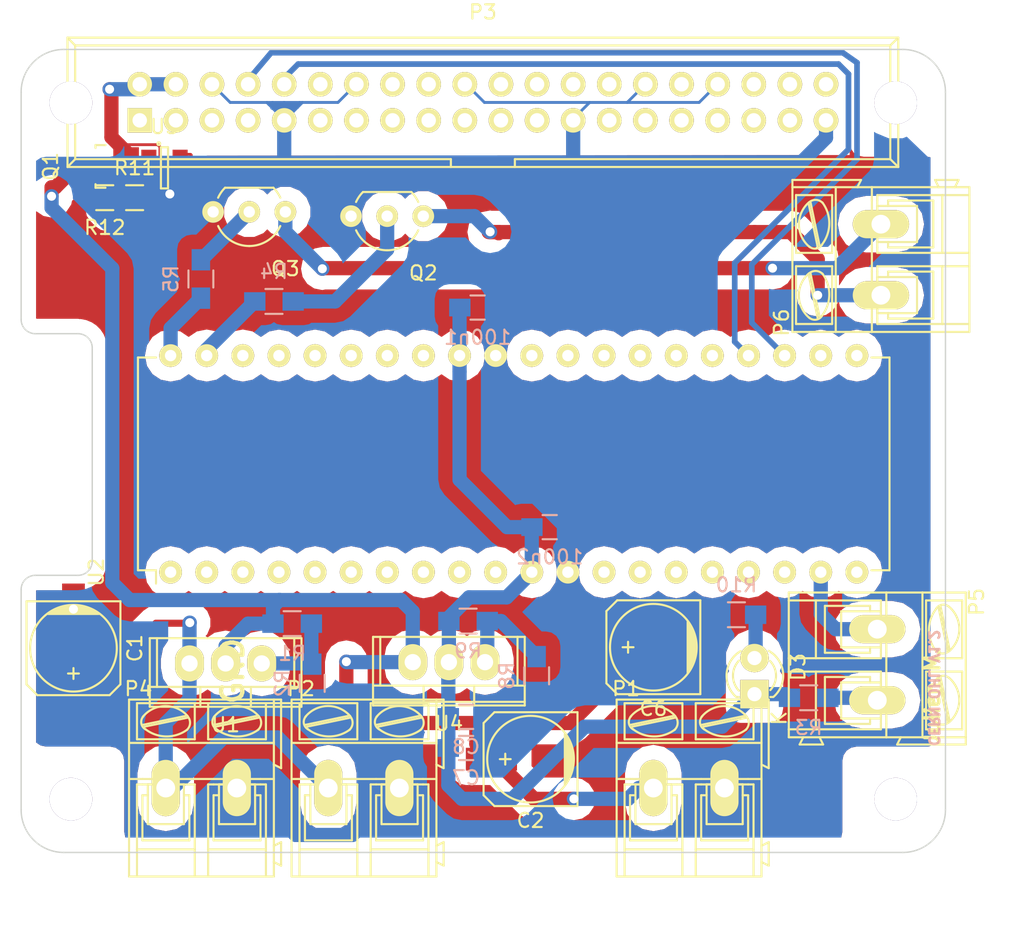
<source format=kicad_pcb>
(kicad_pcb (version 4) (host pcbnew 4.0.2-stable)

  (general
    (links 68)
    (no_connects 1)
    (area 104.869999 71.019999 169.970001 127.620001)
    (thickness 1.6)
    (drawings 21)
    (tracks 306)
    (zones 0)
    (modules 35)
    (nets 79)
  )

  (page A4)
  (title_block
    (title "Raspberry Pi Hat Template")
    (date 2015-12-24)
    (rev 0.1)
    (company OpenFet)
    (comment 1 "Author: Julien")
    (comment 2 "License: CERN OHL V1.2")
  )

  (layers
    (0 F.Cu signal)
    (31 B.Cu signal)
    (32 B.Adhes user)
    (33 F.Adhes user)
    (34 B.Paste user)
    (35 F.Paste user)
    (36 B.SilkS user hide)
    (37 F.SilkS user)
    (38 B.Mask user)
    (39 F.Mask user)
    (40 Dwgs.User user)
    (41 Cmts.User user)
    (42 Eco1.User user)
    (43 Eco2.User user)
    (44 Edge.Cuts user)
    (45 Margin user)
    (46 B.CrtYd user)
    (47 F.CrtYd user)
    (48 B.Fab user)
    (49 F.Fab user)
  )

  (setup
    (last_trace_width 1)
    (user_trace_width 0.1)
    (user_trace_width 0.2)
    (user_trace_width 0.3)
    (user_trace_width 0.4)
    (user_trace_width 0.5)
    (user_trace_width 0.6)
    (user_trace_width 0.8)
    (user_trace_width 1)
    (trace_clearance 0.15)
    (zone_clearance 1)
    (zone_45_only no)
    (trace_min 0.1)
    (segment_width 0.2)
    (edge_width 0.1)
    (via_size 0.889)
    (via_drill 0.635)
    (via_min_size 0.26)
    (via_min_drill 0.16)
    (user_via 0.4 0.22)
    (user_via 1.5 0.8)
    (uvia_size 0.508)
    (uvia_drill 0.127)
    (uvias_allowed no)
    (uvia_min_size 0.508)
    (uvia_min_drill 0.127)
    (pcb_text_width 0.3)
    (pcb_text_size 1.5 1.5)
    (mod_edge_width 0.15)
    (mod_text_size 1 1)
    (mod_text_width 0.15)
    (pad_size 1.625 1.625)
    (pad_drill 0)
    (pad_to_mask_clearance 0)
    (aux_axis_origin 0 0)
    (grid_origin 211.1 101.7)
    (visible_elements 7FFFFFFF)
    (pcbplotparams
      (layerselection 0x01000_80000001)
      (usegerberextensions false)
      (excludeedgelayer true)
      (linewidth 0.100000)
      (plotframeref false)
      (viasonmask false)
      (mode 1)
      (useauxorigin false)
      (hpglpennumber 1)
      (hpglpenspeed 20)
      (hpglpendiameter 15)
      (hpglpenoverlay 2)
      (psnegative false)
      (psa4output false)
      (plotreference true)
      (plotvalue true)
      (plotinvisibletext false)
      (padsonsilk false)
      (subtractmaskfromsilk false)
      (outputformat 1)
      (mirror false)
      (drillshape 0)
      (scaleselection 1)
      (outputdirectory GBR/))
  )

  (net 0 "")
  (net 1 GND)
  (net 2 "/Back Power Protection/5V_MCU")
  (net 3 +3V3)
  (net 4 +24V)
  (net 5 +5V)
  (net 6 "Net-(D3-Pad2)")
  (net 7 "Net-(Q1-Pad1)")
  (net 8 "Net-(R4-Pad2)")
  (net 9 "Net-(R8-Pad1)")
  (net 10 "Net-(R11-Pad1)")
  (net 11 RX)
  (net 12 TX)
  (net 13 "Net-(P5-Pad1)")
  (net 14 "Net-(P5-Pad2)")
  (net 15 "Net-(P6-Pad1)")
  (net 16 "Net-(P6-Pad2)")
  (net 17 "Net-(Q2-Pad2)")
  (net 18 "Net-(Q3-Pad2)")
  (net 19 "Net-(R1-Pad2)")
  (net 20 "Net-(R5-Pad2)")
  (net 21 "Net-(P3-Pad1)")
  (net 22 "Net-(P3-Pad3)")
  (net 23 "Net-(P3-Pad5)")
  (net 24 "Net-(P3-Pad7)")
  (net 25 "Net-(P3-Pad11)")
  (net 26 "Net-(P3-Pad12)")
  (net 27 "Net-(P3-Pad13)")
  (net 28 "Net-(P3-Pad15)")
  (net 29 "Net-(P3-Pad16)")
  (net 30 "Net-(P3-Pad17)")
  (net 31 "Net-(P3-Pad18)")
  (net 32 "Net-(P3-Pad19)")
  (net 33 "Net-(P3-Pad21)")
  (net 34 "Net-(P3-Pad22)")
  (net 35 "Net-(P3-Pad23)")
  (net 36 "Net-(P3-Pad24)")
  (net 37 "Net-(P3-Pad26)")
  (net 38 "Net-(P3-Pad27)")
  (net 39 "Net-(P3-Pad28)")
  (net 40 "Net-(P3-Pad29)")
  (net 41 "Net-(P3-Pad31)")
  (net 42 "Net-(P3-Pad32)")
  (net 43 "Net-(P3-Pad33)")
  (net 44 "Net-(P3-Pad35)")
  (net 45 "Net-(P3-Pad36)")
  (net 46 "Net-(P3-Pad37)")
  (net 47 "Net-(P3-Pad40)")
  (net 48 "Net-(U2-Pad1)")
  (net 49 "Net-(U2-Pad2)")
  (net 50 "Net-(U2-Pad3)")
  (net 51 "Net-(U2-Pad4)")
  (net 52 "Net-(U2-Pad5)")
  (net 53 "Net-(U2-Pad6)")
  (net 54 "Net-(U2-Pad7)")
  (net 55 "Net-(U2-Pad8)")
  (net 56 "Net-(U2-Pad9)")
  (net 57 "Net-(U2-Pad10)")
  (net 58 "Net-(U2-Pad13)")
  (net 59 "Net-(U2-Pad14)")
  (net 60 "Net-(U2-Pad15)")
  (net 61 "Net-(U2-Pad16)")
  (net 62 "Net-(U2-Pad17)")
  (net 63 "Net-(U2-Pad18)")
  (net 64 "Net-(U2-Pad20)")
  (net 65 "Net-(U2-Pad21)")
  (net 66 "Net-(U2-Pad22)")
  (net 67 "Net-(U2-Pad25)")
  (net 68 "Net-(U2-Pad26)")
  (net 69 "Net-(U2-Pad27)")
  (net 70 "Net-(U2-Pad28)")
  (net 71 "Net-(U2-Pad29)")
  (net 72 "Net-(U2-Pad30)")
  (net 73 "Net-(U2-Pad33)")
  (net 74 "Net-(U2-Pad34)")
  (net 75 "Net-(U2-Pad35)")
  (net 76 "Net-(U2-Pad36)")
  (net 77 "Net-(U2-Pad37)")
  (net 78 "Net-(U2-Pad38)")

  (net_class Default "This is the default net class."
    (clearance 0.15)
    (trace_width 0.2)
    (via_dia 0.889)
    (via_drill 0.635)
    (uvia_dia 0.508)
    (uvia_drill 0.127)
    (add_net +24V)
    (add_net +3V3)
    (add_net +5V)
    (add_net "/Back Power Protection/5V_MCU")
    (add_net GND)
    (add_net "Net-(D3-Pad2)")
    (add_net "Net-(P3-Pad1)")
    (add_net "Net-(P3-Pad11)")
    (add_net "Net-(P3-Pad12)")
    (add_net "Net-(P3-Pad13)")
    (add_net "Net-(P3-Pad15)")
    (add_net "Net-(P3-Pad16)")
    (add_net "Net-(P3-Pad17)")
    (add_net "Net-(P3-Pad18)")
    (add_net "Net-(P3-Pad19)")
    (add_net "Net-(P3-Pad21)")
    (add_net "Net-(P3-Pad22)")
    (add_net "Net-(P3-Pad23)")
    (add_net "Net-(P3-Pad24)")
    (add_net "Net-(P3-Pad26)")
    (add_net "Net-(P3-Pad27)")
    (add_net "Net-(P3-Pad28)")
    (add_net "Net-(P3-Pad29)")
    (add_net "Net-(P3-Pad3)")
    (add_net "Net-(P3-Pad31)")
    (add_net "Net-(P3-Pad32)")
    (add_net "Net-(P3-Pad33)")
    (add_net "Net-(P3-Pad35)")
    (add_net "Net-(P3-Pad36)")
    (add_net "Net-(P3-Pad37)")
    (add_net "Net-(P3-Pad40)")
    (add_net "Net-(P3-Pad5)")
    (add_net "Net-(P3-Pad7)")
    (add_net "Net-(P5-Pad1)")
    (add_net "Net-(P5-Pad2)")
    (add_net "Net-(P6-Pad1)")
    (add_net "Net-(P6-Pad2)")
    (add_net "Net-(Q1-Pad1)")
    (add_net "Net-(Q2-Pad2)")
    (add_net "Net-(Q3-Pad2)")
    (add_net "Net-(R1-Pad2)")
    (add_net "Net-(R11-Pad1)")
    (add_net "Net-(R4-Pad2)")
    (add_net "Net-(R5-Pad2)")
    (add_net "Net-(R8-Pad1)")
    (add_net "Net-(U2-Pad1)")
    (add_net "Net-(U2-Pad10)")
    (add_net "Net-(U2-Pad13)")
    (add_net "Net-(U2-Pad14)")
    (add_net "Net-(U2-Pad15)")
    (add_net "Net-(U2-Pad16)")
    (add_net "Net-(U2-Pad17)")
    (add_net "Net-(U2-Pad18)")
    (add_net "Net-(U2-Pad2)")
    (add_net "Net-(U2-Pad20)")
    (add_net "Net-(U2-Pad21)")
    (add_net "Net-(U2-Pad22)")
    (add_net "Net-(U2-Pad25)")
    (add_net "Net-(U2-Pad26)")
    (add_net "Net-(U2-Pad27)")
    (add_net "Net-(U2-Pad28)")
    (add_net "Net-(U2-Pad29)")
    (add_net "Net-(U2-Pad3)")
    (add_net "Net-(U2-Pad30)")
    (add_net "Net-(U2-Pad33)")
    (add_net "Net-(U2-Pad34)")
    (add_net "Net-(U2-Pad35)")
    (add_net "Net-(U2-Pad36)")
    (add_net "Net-(U2-Pad37)")
    (add_net "Net-(U2-Pad38)")
    (add_net "Net-(U2-Pad4)")
    (add_net "Net-(U2-Pad5)")
    (add_net "Net-(U2-Pad6)")
    (add_net "Net-(U2-Pad7)")
    (add_net "Net-(U2-Pad8)")
    (add_net "Net-(U2-Pad9)")
    (add_net RX)
    (add_net TX)
  )

  (module Capacitors_SMD:c_elec_6.3x7.7 (layer F.Cu) (tedit 556FDD06) (tstamp 57516892)
    (at 108.6 113.2 270)
    (descr "SMT capacitor, aluminium electrolytic, 6.3x7.7")
    (path /54E990D4)
    (attr smd)
    (fp_text reference C1 (at 0 -4.318 270) (layer F.SilkS)
      (effects (font (size 1 1) (thickness 0.15)))
    )
    (fp_text value 50uf/50v (at 0 4.318 270) (layer F.Fab)
      (effects (font (size 1 1) (thickness 0.15)))
    )
    (fp_line (start -4.85 -3.55) (end 4.85 -3.55) (layer F.CrtYd) (width 0.05))
    (fp_line (start 4.85 -3.55) (end 4.85 3.55) (layer F.CrtYd) (width 0.05))
    (fp_line (start 4.85 3.55) (end -4.85 3.55) (layer F.CrtYd) (width 0.05))
    (fp_line (start -4.85 3.55) (end -4.85 -3.55) (layer F.CrtYd) (width 0.05))
    (fp_line (start -2.921 -0.762) (end -2.921 0.762) (layer F.SilkS) (width 0.15))
    (fp_line (start -2.794 1.143) (end -2.794 -1.143) (layer F.SilkS) (width 0.15))
    (fp_line (start -2.667 -1.397) (end -2.667 1.397) (layer F.SilkS) (width 0.15))
    (fp_line (start -2.54 1.651) (end -2.54 -1.651) (layer F.SilkS) (width 0.15))
    (fp_line (start -2.413 -1.778) (end -2.413 1.778) (layer F.SilkS) (width 0.15))
    (fp_line (start -3.302 -3.302) (end -3.302 3.302) (layer F.SilkS) (width 0.15))
    (fp_line (start -3.302 3.302) (end 2.54 3.302) (layer F.SilkS) (width 0.15))
    (fp_line (start 2.54 3.302) (end 3.302 2.54) (layer F.SilkS) (width 0.15))
    (fp_line (start 3.302 2.54) (end 3.302 -2.54) (layer F.SilkS) (width 0.15))
    (fp_line (start 3.302 -2.54) (end 2.54 -3.302) (layer F.SilkS) (width 0.15))
    (fp_line (start 2.54 -3.302) (end -3.302 -3.302) (layer F.SilkS) (width 0.15))
    (fp_line (start 2.159 0) (end 1.397 0) (layer F.SilkS) (width 0.15))
    (fp_line (start 1.778 -0.381) (end 1.778 0.381) (layer F.SilkS) (width 0.15))
    (fp_circle (center 0 0) (end -3.048 0) (layer F.SilkS) (width 0.15))
    (pad 1 smd rect (at 2.75082 0 270) (size 3.59918 1.6002) (layers F.Cu F.Paste F.Mask)
      (net 4 +24V))
    (pad 2 smd rect (at -2.75082 0 270) (size 3.59918 1.6002) (layers F.Cu F.Paste F.Mask)
      (net 1 GND))
    (model Capacitors_SMD.3dshapes/c_elec_6.3x7.7.wrl
      (at (xyz 0 0 0))
      (scale (xyz 1 1 1))
      (rotate (xyz 0 0 0))
    )
  )

  (module Resistors_SMD:R_0805_HandSoldering (layer B.Cu) (tedit 54189DEE) (tstamp 57516922)
    (at 155.22 110.844 180)
    (descr "Resistor SMD 0805, hand soldering")
    (tags "resistor 0805")
    (path /54F40F53)
    (attr smd)
    (fp_text reference R10 (at 0 2.1 180) (layer B.SilkS)
      (effects (font (size 1 1) (thickness 0.15)) (justify mirror))
    )
    (fp_text value 360 (at 0 -2.1 180) (layer B.Fab)
      (effects (font (size 1 1) (thickness 0.15)) (justify mirror))
    )
    (fp_line (start -2.4 1) (end 2.4 1) (layer B.CrtYd) (width 0.05))
    (fp_line (start -2.4 -1) (end 2.4 -1) (layer B.CrtYd) (width 0.05))
    (fp_line (start -2.4 1) (end -2.4 -1) (layer B.CrtYd) (width 0.05))
    (fp_line (start 2.4 1) (end 2.4 -1) (layer B.CrtYd) (width 0.05))
    (fp_line (start 0.6 -0.875) (end -0.6 -0.875) (layer B.SilkS) (width 0.15))
    (fp_line (start -0.6 0.875) (end 0.6 0.875) (layer B.SilkS) (width 0.15))
    (pad 1 smd rect (at -1.35 0 180) (size 1.5 1.3) (layers B.Cu B.Paste B.Mask)
      (net 6 "Net-(D3-Pad2)"))
    (pad 2 smd rect (at 1.35 0 180) (size 1.5 1.3) (layers B.Cu B.Paste B.Mask)
      (net 1 GND))
    (model Resistors_SMD.3dshapes/R_0805_HandSoldering.wrl
      (at (xyz 0 0 0))
      (scale (xyz 1 1 1))
      (rotate (xyz 0 0 0))
    )
  )

  (module Mounting_Holes:MountingHole_3mm locked (layer F.Cu) (tedit 5509CE9A) (tstamp 5509D3BE)
    (at 166.42 74.82)
    (descr "Mounting hole, Befestigungsbohrung, 3mm, No Annular, Kein Restring,")
    (tags "Mounting hole, Befestigungsbohrung, 3mm, No Annular, Kein Restring,")
    (fp_text reference REF** (at 0 -4.0005) (layer F.SilkS) hide
      (effects (font (size 0.5 0.5) (thickness 0.125)))
    )
    (fp_text value MountingHole_3mm (at 1.00076 5.00126) (layer F.Fab) hide
      (effects (font (size 0.5 0.5) (thickness 0.125)))
    )
    (fp_circle (center 0 0) (end 2.99974 0) (layer Cmts.User) (width 0.381))
    (pad 1 thru_hole circle (at 0 0) (size 2.99974 2.99974) (drill 2.99974) (layers))
  )

  (module Mounting_Holes:MountingHole_3mm locked (layer F.Cu) (tedit 5509CEA9) (tstamp 5509D3C4)
    (at 166.42 123.82)
    (descr "Mounting hole, Befestigungsbohrung, 3mm, No Annular, Kein Restring,")
    (tags "Mounting hole, Befestigungsbohrung, 3mm, No Annular, Kein Restring,")
    (fp_text reference REF** (at 0 -4.0005) (layer F.SilkS) hide
      (effects (font (size 0.5 0.5) (thickness 0.125)))
    )
    (fp_text value MountingHole_3mm (at 1.00076 5.00126) (layer F.Fab) hide
      (effects (font (size 0.5 0.5) (thickness 0.125)))
    )
    (fp_circle (center 0 0) (end 2.99974 0) (layer Cmts.User) (width 0.381))
    (pad 1 thru_hole circle (at 0 0) (size 2.99974 2.99974) (drill 2.99974) (layers))
  )

  (module Mounting_Holes:MountingHole_3mm locked (layer F.Cu) (tedit 5509CEA3) (tstamp 5509D3C2)
    (at 108.42 123.82)
    (descr "Mounting hole, Befestigungsbohrung, 3mm, No Annular, Kein Restring,")
    (tags "Mounting hole, Befestigungsbohrung, 3mm, No Annular, Kein Restring,")
    (fp_text reference REF** (at 0 -4.0005) (layer F.SilkS) hide
      (effects (font (size 0.5 0.5) (thickness 0.125)))
    )
    (fp_text value MountingHole_3mm (at 1.00076 5.00126) (layer F.Fab) hide
      (effects (font (size 0.5 0.5) (thickness 0.125)))
    )
    (fp_circle (center 0 0) (end 2.99974 0) (layer Cmts.User) (width 0.381))
    (pad 1 thru_hole circle (at 0 0) (size 2.99974 2.99974) (drill 2.99974) (layers))
  )

  (module Mounting_Holes:MountingHole_3mm locked (layer F.Cu) (tedit 5509CE9D) (tstamp 5509D3C0)
    (at 108.42 74.82)
    (descr "Mounting hole, Befestigungsbohrung, 3mm, No Annular, Kein Restring,")
    (tags "Mounting hole, Befestigungsbohrung, 3mm, No Annular, Kein Restring,")
    (fp_text reference REF** (at 0 -4.0005) (layer F.SilkS) hide
      (effects (font (size 0.5 0.5) (thickness 0.125)))
    )
    (fp_text value MountingHole_3mm (at 1.00076 5.00126) (layer F.Fab) hide
      (effects (font (size 0.5 0.5) (thickness 0.125)))
    )
    (fp_circle (center 0 0) (end 2.99974 0) (layer Cmts.User) (width 0.381))
    (pad 1 thru_hole circle (at 0 0) (size 2.99974 2.99974) (drill 2.99974) (layers))
  )

  (module Capacitors_SMD:C_0805_HandSoldering (layer B.Cu) (tedit 541A9B8D) (tstamp 575160F6)
    (at 137.02 89.23)
    (descr "Capacitor SMD 0805, hand soldering")
    (tags "capacitor 0805")
    (path /57514FEF)
    (attr smd)
    (fp_text reference 100n1 (at 0 2.1) (layer B.SilkS)
      (effects (font (size 1 1) (thickness 0.15)) (justify mirror))
    )
    (fp_text value C_Small (at 0 -2.1) (layer B.Fab)
      (effects (font (size 1 1) (thickness 0.15)) (justify mirror))
    )
    (fp_line (start -2.3 1) (end 2.3 1) (layer B.CrtYd) (width 0.05))
    (fp_line (start -2.3 -1) (end 2.3 -1) (layer B.CrtYd) (width 0.05))
    (fp_line (start -2.3 1) (end -2.3 -1) (layer B.CrtYd) (width 0.05))
    (fp_line (start 2.3 1) (end 2.3 -1) (layer B.CrtYd) (width 0.05))
    (fp_line (start 0.5 0.85) (end -0.5 0.85) (layer B.SilkS) (width 0.15))
    (fp_line (start -0.5 -0.85) (end 0.5 -0.85) (layer B.SilkS) (width 0.15))
    (pad 1 smd rect (at -1.25 0) (size 1.5 1.25) (layers B.Cu B.Paste B.Mask)
      (net 3 +3V3))
    (pad 2 smd rect (at 1.25 0) (size 1.5 1.25) (layers B.Cu B.Paste B.Mask)
      (net 1 GND))
    (model Capacitors_SMD.3dshapes/C_0805_HandSoldering.wrl
      (at (xyz 0 0 0))
      (scale (xyz 1 1 1))
      (rotate (xyz 0 0 0))
    )
  )

  (module Capacitors_SMD:C_0805_HandSoldering (layer B.Cu) (tedit 541A9B8D) (tstamp 575160FC)
    (at 142.09 104.68)
    (descr "Capacitor SMD 0805, hand soldering")
    (tags "capacitor 0805")
    (path /57514EA4)
    (attr smd)
    (fp_text reference 100n2 (at 0 2.1) (layer B.SilkS)
      (effects (font (size 1 1) (thickness 0.15)) (justify mirror))
    )
    (fp_text value C_Small (at 0 -2.1) (layer B.Fab)
      (effects (font (size 1 1) (thickness 0.15)) (justify mirror))
    )
    (fp_line (start -2.3 1) (end 2.3 1) (layer B.CrtYd) (width 0.05))
    (fp_line (start -2.3 -1) (end 2.3 -1) (layer B.CrtYd) (width 0.05))
    (fp_line (start -2.3 1) (end -2.3 -1) (layer B.CrtYd) (width 0.05))
    (fp_line (start 2.3 1) (end 2.3 -1) (layer B.CrtYd) (width 0.05))
    (fp_line (start 0.5 0.85) (end -0.5 0.85) (layer B.SilkS) (width 0.15))
    (fp_line (start -0.5 -0.85) (end 0.5 -0.85) (layer B.SilkS) (width 0.15))
    (pad 1 smd rect (at -1.25 0) (size 1.5 1.25) (layers B.Cu B.Paste B.Mask)
      (net 3 +3V3))
    (pad 2 smd rect (at 1.25 0) (size 1.5 1.25) (layers B.Cu B.Paste B.Mask)
      (net 1 GND))
    (model Capacitors_SMD.3dshapes/C_0805_HandSoldering.wrl
      (at (xyz 0 0 0))
      (scale (xyz 1 1 1))
      (rotate (xyz 0 0 0))
    )
  )

  (module Capacitors_SMD:c_elec_6.3x7.7 (layer F.Cu) (tedit 556FDD06) (tstamp 57516897)
    (at 140.742 121.004 180)
    (descr "SMT capacitor, aluminium electrolytic, 6.3x7.7")
    (path /575169F8)
    (attr smd)
    (fp_text reference C2 (at 0 -4.318 180) (layer F.SilkS)
      (effects (font (size 1 1) (thickness 0.15)))
    )
    (fp_text value 1u (at 0 4.318 180) (layer F.Fab)
      (effects (font (size 1 1) (thickness 0.15)))
    )
    (fp_line (start -4.85 -3.55) (end 4.85 -3.55) (layer F.CrtYd) (width 0.05))
    (fp_line (start 4.85 -3.55) (end 4.85 3.55) (layer F.CrtYd) (width 0.05))
    (fp_line (start 4.85 3.55) (end -4.85 3.55) (layer F.CrtYd) (width 0.05))
    (fp_line (start -4.85 3.55) (end -4.85 -3.55) (layer F.CrtYd) (width 0.05))
    (fp_line (start -2.921 -0.762) (end -2.921 0.762) (layer F.SilkS) (width 0.15))
    (fp_line (start -2.794 1.143) (end -2.794 -1.143) (layer F.SilkS) (width 0.15))
    (fp_line (start -2.667 -1.397) (end -2.667 1.397) (layer F.SilkS) (width 0.15))
    (fp_line (start -2.54 1.651) (end -2.54 -1.651) (layer F.SilkS) (width 0.15))
    (fp_line (start -2.413 -1.778) (end -2.413 1.778) (layer F.SilkS) (width 0.15))
    (fp_line (start -3.302 -3.302) (end -3.302 3.302) (layer F.SilkS) (width 0.15))
    (fp_line (start -3.302 3.302) (end 2.54 3.302) (layer F.SilkS) (width 0.15))
    (fp_line (start 2.54 3.302) (end 3.302 2.54) (layer F.SilkS) (width 0.15))
    (fp_line (start 3.302 2.54) (end 3.302 -2.54) (layer F.SilkS) (width 0.15))
    (fp_line (start 3.302 -2.54) (end 2.54 -3.302) (layer F.SilkS) (width 0.15))
    (fp_line (start 2.54 -3.302) (end -3.302 -3.302) (layer F.SilkS) (width 0.15))
    (fp_line (start 2.159 0) (end 1.397 0) (layer F.SilkS) (width 0.15))
    (fp_line (start 1.778 -0.381) (end 1.778 0.381) (layer F.SilkS) (width 0.15))
    (fp_circle (center 0 0) (end -3.048 0) (layer F.SilkS) (width 0.15))
    (pad 1 smd rect (at 2.75082 0 180) (size 3.59918 1.6002) (layers F.Cu F.Paste F.Mask)
      (net 5 +5V))
    (pad 2 smd rect (at -2.75082 0 180) (size 3.59918 1.6002) (layers F.Cu F.Paste F.Mask)
      (net 1 GND))
    (model Capacitors_SMD.3dshapes/c_elec_6.3x7.7.wrl
      (at (xyz 0 0 0))
      (scale (xyz 1 1 1))
      (rotate (xyz 0 0 0))
    )
  )

  (module Capacitors_SMD:c_elec_6.3x7.7 (layer F.Cu) (tedit 556FDD06) (tstamp 5751689C)
    (at 149.378 113.13 180)
    (descr "SMT capacitor, aluminium electrolytic, 6.3x7.7")
    (path /54F356B7)
    (attr smd)
    (fp_text reference C6 (at 0 -4.318 180) (layer F.SilkS)
      (effects (font (size 1 1) (thickness 0.15)))
    )
    (fp_text value 10uf/6.3V (at 0 4.318 180) (layer F.Fab)
      (effects (font (size 1 1) (thickness 0.15)))
    )
    (fp_line (start -4.85 -3.55) (end 4.85 -3.55) (layer F.CrtYd) (width 0.05))
    (fp_line (start 4.85 -3.55) (end 4.85 3.55) (layer F.CrtYd) (width 0.05))
    (fp_line (start 4.85 3.55) (end -4.85 3.55) (layer F.CrtYd) (width 0.05))
    (fp_line (start -4.85 3.55) (end -4.85 -3.55) (layer F.CrtYd) (width 0.05))
    (fp_line (start -2.921 -0.762) (end -2.921 0.762) (layer F.SilkS) (width 0.15))
    (fp_line (start -2.794 1.143) (end -2.794 -1.143) (layer F.SilkS) (width 0.15))
    (fp_line (start -2.667 -1.397) (end -2.667 1.397) (layer F.SilkS) (width 0.15))
    (fp_line (start -2.54 1.651) (end -2.54 -1.651) (layer F.SilkS) (width 0.15))
    (fp_line (start -2.413 -1.778) (end -2.413 1.778) (layer F.SilkS) (width 0.15))
    (fp_line (start -3.302 -3.302) (end -3.302 3.302) (layer F.SilkS) (width 0.15))
    (fp_line (start -3.302 3.302) (end 2.54 3.302) (layer F.SilkS) (width 0.15))
    (fp_line (start 2.54 3.302) (end 3.302 2.54) (layer F.SilkS) (width 0.15))
    (fp_line (start 3.302 2.54) (end 3.302 -2.54) (layer F.SilkS) (width 0.15))
    (fp_line (start 3.302 -2.54) (end 2.54 -3.302) (layer F.SilkS) (width 0.15))
    (fp_line (start 2.54 -3.302) (end -3.302 -3.302) (layer F.SilkS) (width 0.15))
    (fp_line (start 2.159 0) (end 1.397 0) (layer F.SilkS) (width 0.15))
    (fp_line (start 1.778 -0.381) (end 1.778 0.381) (layer F.SilkS) (width 0.15))
    (fp_circle (center 0 0) (end -3.048 0) (layer F.SilkS) (width 0.15))
    (pad 1 smd rect (at 2.75082 0 180) (size 3.59918 1.6002) (layers F.Cu F.Paste F.Mask)
      (net 5 +5V))
    (pad 2 smd rect (at -2.75082 0 180) (size 3.59918 1.6002) (layers F.Cu F.Paste F.Mask)
      (net 1 GND))
    (model Capacitors_SMD.3dshapes/c_elec_6.3x7.7.wrl
      (at (xyz 0 0 0))
      (scale (xyz 1 1 1))
      (rotate (xyz 0 0 0))
    )
  )

  (module Capacitors_SMD:C_0805_HandSoldering (layer B.Cu) (tedit 541A9B8D) (tstamp 575168A1)
    (at 136.21 120.22)
    (descr "Capacitor SMD 0805, hand soldering")
    (tags "capacitor 0805")
    (path /54EE8291)
    (attr smd)
    (fp_text reference C7 (at 0 2.1) (layer B.SilkS)
      (effects (font (size 1 1) (thickness 0.15)) (justify mirror))
    )
    (fp_text value 0.1uf (at 0 -2.1) (layer B.Fab)
      (effects (font (size 1 1) (thickness 0.15)) (justify mirror))
    )
    (fp_line (start -2.3 1) (end 2.3 1) (layer B.CrtYd) (width 0.05))
    (fp_line (start -2.3 -1) (end 2.3 -1) (layer B.CrtYd) (width 0.05))
    (fp_line (start -2.3 1) (end -2.3 -1) (layer B.CrtYd) (width 0.05))
    (fp_line (start 2.3 1) (end 2.3 -1) (layer B.CrtYd) (width 0.05))
    (fp_line (start 0.5 0.85) (end -0.5 0.85) (layer B.SilkS) (width 0.15))
    (fp_line (start -0.5 -0.85) (end 0.5 -0.85) (layer B.SilkS) (width 0.15))
    (pad 1 smd rect (at -1.25 0) (size 1.5 1.25) (layers B.Cu B.Paste B.Mask)
      (net 3 +3V3))
    (pad 2 smd rect (at 1.25 0) (size 1.5 1.25) (layers B.Cu B.Paste B.Mask)
      (net 1 GND))
    (model Capacitors_SMD.3dshapes/C_0805_HandSoldering.wrl
      (at (xyz 0 0 0))
      (scale (xyz 1 1 1))
      (rotate (xyz 0 0 0))
    )
  )

  (module Capacitors_SMD:C_0805_HandSoldering (layer B.Cu) (tedit 541A9B8D) (tstamp 575168A6)
    (at 136.21 118.03)
    (descr "Capacitor SMD 0805, hand soldering")
    (tags "capacitor 0805")
    (path /567BDDCB)
    (attr smd)
    (fp_text reference C8 (at 0 2.1) (layer B.SilkS)
      (effects (font (size 1 1) (thickness 0.15)) (justify mirror))
    )
    (fp_text value 1uf (at 0 -2.1) (layer B.Fab)
      (effects (font (size 1 1) (thickness 0.15)) (justify mirror))
    )
    (fp_line (start -2.3 1) (end 2.3 1) (layer B.CrtYd) (width 0.05))
    (fp_line (start -2.3 -1) (end 2.3 -1) (layer B.CrtYd) (width 0.05))
    (fp_line (start -2.3 1) (end -2.3 -1) (layer B.CrtYd) (width 0.05))
    (fp_line (start 2.3 1) (end 2.3 -1) (layer B.CrtYd) (width 0.05))
    (fp_line (start 0.5 0.85) (end -0.5 0.85) (layer B.SilkS) (width 0.15))
    (fp_line (start -0.5 -0.85) (end 0.5 -0.85) (layer B.SilkS) (width 0.15))
    (pad 1 smd rect (at -1.25 0) (size 1.5 1.25) (layers B.Cu B.Paste B.Mask)
      (net 3 +3V3))
    (pad 2 smd rect (at 1.25 0) (size 1.5 1.25) (layers B.Cu B.Paste B.Mask)
      (net 1 GND))
    (model Capacitors_SMD.3dshapes/C_0805_HandSoldering.wrl
      (at (xyz 0 0 0))
      (scale (xyz 1 1 1))
      (rotate (xyz 0 0 0))
    )
  )

  (module LEDs:LED-3MM (layer F.Cu) (tedit 559B82F6) (tstamp 575168AB)
    (at 156.49 116.432 90)
    (descr "LED 3mm round vertical")
    (tags "LED  3mm round vertical")
    (path /54F3E98A)
    (fp_text reference D3 (at 1.91 3.06 90) (layer F.SilkS)
      (effects (font (size 1 1) (thickness 0.15)))
    )
    (fp_text value LED (at 0.5893 -4.57 90) (layer F.Fab)
      (effects (font (size 1 1) (thickness 0.15)))
    )
    (fp_line (start -1.2 2.3) (end 3.8 2.3) (layer F.CrtYd) (width 0.05))
    (fp_line (start 3.8 2.3) (end 3.8 -2.2) (layer F.CrtYd) (width 0.05))
    (fp_line (start 3.8 -2.2) (end -1.2 -2.2) (layer F.CrtYd) (width 0.05))
    (fp_line (start -1.2 -2.2) (end -1.2 2.3) (layer F.CrtYd) (width 0.05))
    (fp_line (start -0.199 1.314) (end -0.199 1.114) (layer F.SilkS) (width 0.15))
    (fp_line (start -0.199 -1.28) (end -0.199 -1.1) (layer F.SilkS) (width 0.15))
    (fp_arc (start 1.301 0.034) (end -0.199 -1.286) (angle 108.5) (layer F.SilkS) (width 0.15))
    (fp_arc (start 1.301 0.034) (end 0.25 -1.1) (angle 85.7) (layer F.SilkS) (width 0.15))
    (fp_arc (start 1.311 0.034) (end 3.051 0.994) (angle 110) (layer F.SilkS) (width 0.15))
    (fp_arc (start 1.301 0.034) (end 2.335 1.094) (angle 87.5) (layer F.SilkS) (width 0.15))
    (fp_text user K (at -1.69 1.74 90) (layer F.SilkS)
      (effects (font (size 1 1) (thickness 0.15)))
    )
    (pad 1 thru_hole rect (at 0 0 180) (size 2 2) (drill 1.00076) (layers *.Cu *.Mask F.SilkS)
      (net 3 +3V3))
    (pad 2 thru_hole circle (at 2.54 0 90) (size 2 2) (drill 1.00076) (layers *.Cu *.Mask F.SilkS)
      (net 6 "Net-(D3-Pad2)"))
    (model LEDs.3dshapes/LED-3MM.wrl
      (at (xyz 0.05 0 0))
      (scale (xyz 1 1 1))
      (rotate (xyz 0 0 90))
    )
  )

  (module Connect:IDC_Header_Straight_40pins (layer F.Cu) (tedit 0) (tstamp 575168BA)
    (at 113.26 76.06)
    (descr "40 pins through hole IDC header")
    (tags "IDC header socket VASCH")
    (path /54E92361)
    (fp_text reference P3 (at 24.13 -7.62) (layer F.SilkS)
      (effects (font (size 1 1) (thickness 0.15)))
    )
    (fp_text value Raspberry_Pi_+_Conn (at 24.13 5.223) (layer F.Fab)
      (effects (font (size 1 1) (thickness 0.15)))
    )
    (fp_line (start -5.08 -5.82) (end 53.34 -5.82) (layer F.SilkS) (width 0.15))
    (fp_line (start -4.54 -5.27) (end 52.78 -5.27) (layer F.SilkS) (width 0.15))
    (fp_line (start -5.08 3.28) (end 53.34 3.28) (layer F.SilkS) (width 0.15))
    (fp_line (start -4.54 2.73) (end 21.88 2.73) (layer F.SilkS) (width 0.15))
    (fp_line (start 26.38 2.73) (end 52.78 2.73) (layer F.SilkS) (width 0.15))
    (fp_line (start 21.88 2.73) (end 21.88 3.28) (layer F.SilkS) (width 0.15))
    (fp_line (start 26.38 2.73) (end 26.38 3.28) (layer F.SilkS) (width 0.15))
    (fp_line (start -5.08 -5.82) (end -5.08 3.28) (layer F.SilkS) (width 0.15))
    (fp_line (start -4.54 -5.27) (end -4.54 2.73) (layer F.SilkS) (width 0.15))
    (fp_line (start 53.34 -5.82) (end 53.34 3.28) (layer F.SilkS) (width 0.15))
    (fp_line (start 52.78 -5.27) (end 52.78 2.73) (layer F.SilkS) (width 0.15))
    (fp_line (start -5.08 -5.82) (end -4.54 -5.27) (layer F.SilkS) (width 0.15))
    (fp_line (start 53.34 -5.82) (end 52.78 -5.27) (layer F.SilkS) (width 0.15))
    (fp_line (start -5.08 3.28) (end -4.54 2.73) (layer F.SilkS) (width 0.15))
    (fp_line (start 53.34 3.28) (end 52.78 2.73) (layer F.SilkS) (width 0.15))
    (fp_line (start -5.35 -6.05) (end 53.6 -6.05) (layer F.CrtYd) (width 0.05))
    (fp_line (start 53.6 -6.05) (end 53.6 3.55) (layer F.CrtYd) (width 0.05))
    (fp_line (start 53.6 3.55) (end -5.35 3.55) (layer F.CrtYd) (width 0.05))
    (fp_line (start -5.35 3.55) (end -5.35 -6.05) (layer F.CrtYd) (width 0.05))
    (pad 1 thru_hole rect (at 0 0) (size 1.7272 1.7272) (drill 1.016) (layers *.Cu *.Mask F.SilkS)
      (net 21 "Net-(P3-Pad1)"))
    (pad 2 thru_hole oval (at 0 -2.54) (size 1.7272 1.7272) (drill 1.016) (layers *.Cu *.Mask F.SilkS)
      (net 2 "/Back Power Protection/5V_MCU"))
    (pad 3 thru_hole oval (at 2.54 0) (size 1.7272 1.7272) (drill 1.016) (layers *.Cu *.Mask F.SilkS)
      (net 22 "Net-(P3-Pad3)"))
    (pad 4 thru_hole oval (at 2.54 -2.54) (size 1.7272 1.7272) (drill 1.016) (layers *.Cu *.Mask F.SilkS)
      (net 2 "/Back Power Protection/5V_MCU"))
    (pad 5 thru_hole oval (at 5.08 0) (size 1.7272 1.7272) (drill 1.016) (layers *.Cu *.Mask F.SilkS)
      (net 23 "Net-(P3-Pad5)"))
    (pad 6 thru_hole oval (at 5.08 -2.54) (size 1.7272 1.7272) (drill 1.016) (layers *.Cu *.Mask F.SilkS)
      (net 1 GND))
    (pad 7 thru_hole oval (at 7.62 0) (size 1.7272 1.7272) (drill 1.016) (layers *.Cu *.Mask F.SilkS)
      (net 24 "Net-(P3-Pad7)"))
    (pad 8 thru_hole oval (at 7.62 -2.54) (size 1.7272 1.7272) (drill 1.016) (layers *.Cu *.Mask F.SilkS)
      (net 11 RX))
    (pad 9 thru_hole oval (at 10.16 0) (size 1.7272 1.7272) (drill 1.016) (layers *.Cu *.Mask F.SilkS)
      (net 1 GND))
    (pad 10 thru_hole oval (at 10.16 -2.54) (size 1.7272 1.7272) (drill 1.016) (layers *.Cu *.Mask F.SilkS)
      (net 12 TX))
    (pad 11 thru_hole oval (at 12.7 0) (size 1.7272 1.7272) (drill 1.016) (layers *.Cu *.Mask F.SilkS)
      (net 25 "Net-(P3-Pad11)"))
    (pad 12 thru_hole oval (at 12.7 -2.54) (size 1.7272 1.7272) (drill 1.016) (layers *.Cu *.Mask F.SilkS)
      (net 26 "Net-(P3-Pad12)"))
    (pad 13 thru_hole oval (at 15.24 0) (size 1.7272 1.7272) (drill 1.016) (layers *.Cu *.Mask F.SilkS)
      (net 27 "Net-(P3-Pad13)"))
    (pad 14 thru_hole oval (at 15.24 -2.54) (size 1.7272 1.7272) (drill 1.016) (layers *.Cu *.Mask F.SilkS)
      (net 1 GND))
    (pad 15 thru_hole oval (at 17.78 0) (size 1.7272 1.7272) (drill 1.016) (layers *.Cu *.Mask F.SilkS)
      (net 28 "Net-(P3-Pad15)"))
    (pad 16 thru_hole oval (at 17.78 -2.54) (size 1.7272 1.7272) (drill 1.016) (layers *.Cu *.Mask F.SilkS)
      (net 29 "Net-(P3-Pad16)"))
    (pad 17 thru_hole oval (at 20.32 0) (size 1.7272 1.7272) (drill 1.016) (layers *.Cu *.Mask F.SilkS)
      (net 30 "Net-(P3-Pad17)"))
    (pad 18 thru_hole oval (at 20.32 -2.54) (size 1.7272 1.7272) (drill 1.016) (layers *.Cu *.Mask F.SilkS)
      (net 31 "Net-(P3-Pad18)"))
    (pad 19 thru_hole oval (at 22.86 0) (size 1.7272 1.7272) (drill 1.016) (layers *.Cu *.Mask F.SilkS)
      (net 32 "Net-(P3-Pad19)"))
    (pad 20 thru_hole oval (at 22.86 -2.54) (size 1.7272 1.7272) (drill 1.016) (layers *.Cu *.Mask F.SilkS)
      (net 1 GND))
    (pad 21 thru_hole oval (at 25.4 0) (size 1.7272 1.7272) (drill 1.016) (layers *.Cu *.Mask F.SilkS)
      (net 33 "Net-(P3-Pad21)"))
    (pad 22 thru_hole oval (at 25.4 -2.54) (size 1.7272 1.7272) (drill 1.016) (layers *.Cu *.Mask F.SilkS)
      (net 34 "Net-(P3-Pad22)"))
    (pad 23 thru_hole oval (at 27.94 0) (size 1.7272 1.7272) (drill 1.016) (layers *.Cu *.Mask F.SilkS)
      (net 35 "Net-(P3-Pad23)"))
    (pad 24 thru_hole oval (at 27.94 -2.54) (size 1.7272 1.7272) (drill 1.016) (layers *.Cu *.Mask F.SilkS)
      (net 36 "Net-(P3-Pad24)"))
    (pad 25 thru_hole oval (at 30.48 0) (size 1.7272 1.7272) (drill 1.016) (layers *.Cu *.Mask F.SilkS)
      (net 1 GND))
    (pad 26 thru_hole oval (at 30.48 -2.54) (size 1.7272 1.7272) (drill 1.016) (layers *.Cu *.Mask F.SilkS)
      (net 37 "Net-(P3-Pad26)"))
    (pad 27 thru_hole oval (at 33.02 0) (size 1.7272 1.7272) (drill 1.016) (layers *.Cu *.Mask F.SilkS)
      (net 38 "Net-(P3-Pad27)"))
    (pad 28 thru_hole oval (at 33.02 -2.54) (size 1.7272 1.7272) (drill 1.016) (layers *.Cu *.Mask F.SilkS)
      (net 39 "Net-(P3-Pad28)"))
    (pad 29 thru_hole oval (at 35.56 0) (size 1.7272 1.7272) (drill 1.016) (layers *.Cu *.Mask F.SilkS)
      (net 40 "Net-(P3-Pad29)"))
    (pad 30 thru_hole oval (at 35.56 -2.54) (size 1.7272 1.7272) (drill 1.016) (layers *.Cu *.Mask F.SilkS)
      (net 1 GND))
    (pad 31 thru_hole oval (at 38.1 0) (size 1.7272 1.7272) (drill 1.016) (layers *.Cu *.Mask F.SilkS)
      (net 41 "Net-(P3-Pad31)"))
    (pad 32 thru_hole oval (at 38.1 -2.54) (size 1.7272 1.7272) (drill 1.016) (layers *.Cu *.Mask F.SilkS)
      (net 42 "Net-(P3-Pad32)"))
    (pad 33 thru_hole oval (at 40.64 0) (size 1.7272 1.7272) (drill 1.016) (layers *.Cu *.Mask F.SilkS)
      (net 43 "Net-(P3-Pad33)"))
    (pad 34 thru_hole oval (at 40.64 -2.54) (size 1.7272 1.7272) (drill 1.016) (layers *.Cu *.Mask F.SilkS)
      (net 1 GND))
    (pad 35 thru_hole oval (at 43.18 0) (size 1.7272 1.7272) (drill 1.016) (layers *.Cu *.Mask F.SilkS)
      (net 44 "Net-(P3-Pad35)"))
    (pad 36 thru_hole oval (at 43.18 -2.54) (size 1.7272 1.7272) (drill 1.016) (layers *.Cu *.Mask F.SilkS)
      (net 45 "Net-(P3-Pad36)"))
    (pad 37 thru_hole oval (at 45.72 0) (size 1.7272 1.7272) (drill 1.016) (layers *.Cu *.Mask F.SilkS)
      (net 46 "Net-(P3-Pad37)"))
    (pad 38 thru_hole oval (at 45.72 -2.54) (size 1.7272 1.7272) (drill 1.016) (layers *.Cu *.Mask F.SilkS))
    (pad 39 thru_hole oval (at 48.26 0) (size 1.7272 1.7272) (drill 1.016) (layers *.Cu *.Mask F.SilkS)
      (net 1 GND))
    (pad 40 thru_hole oval (at 48.26 -2.54) (size 1.7272 1.7272) (drill 1.016) (layers *.Cu *.Mask F.SilkS)
      (net 47 "Net-(P3-Pad40)"))
  )

  (module TO_SOT_Packages_SMD:SOT-23_Handsoldering (layer F.Cu) (tedit 54E9291B) (tstamp 575168F9)
    (at 110.8 79.3 90)
    (descr "SOT-23, Handsoldering")
    (tags SOT-23)
    (path /54F145DC/54F14605)
    (attr smd)
    (fp_text reference Q1 (at 0 -3.81 90) (layer F.SilkS)
      (effects (font (size 1 1) (thickness 0.15)))
    )
    (fp_text value BSS138 (at 0 3.81 90) (layer F.Fab)
      (effects (font (size 1 1) (thickness 0.15)))
    )
    (fp_line (start -1.49982 0.0508) (end -1.49982 -0.65024) (layer F.SilkS) (width 0.15))
    (fp_line (start -1.49982 -0.65024) (end -1.2509 -0.65024) (layer F.SilkS) (width 0.15))
    (fp_line (start 1.29916 -0.65024) (end 1.49982 -0.65024) (layer F.SilkS) (width 0.15))
    (fp_line (start 1.49982 -0.65024) (end 1.49982 0.0508) (layer F.SilkS) (width 0.15))
    (pad 1 smd rect (at -0.95 1.50114 90) (size 0.8001 1.80086) (layers F.Cu F.Paste F.Mask)
      (net 7 "Net-(Q1-Pad1)"))
    (pad 2 smd rect (at 0.95 1.50114 90) (size 0.8001 1.80086) (layers F.Cu F.Paste F.Mask)
      (net 2 "/Back Power Protection/5V_MCU"))
    (pad 3 smd rect (at 0 -1.50114 90) (size 0.8001 1.80086) (layers F.Cu F.Paste F.Mask)
      (net 5 +5V))
    (model TO_SOT_Packages_SMD.3dshapes/SOT-23_Handsoldering.wrl
      (at (xyz 0 0 0))
      (scale (xyz 1 1 1))
      (rotate (xyz 0 0 0))
    )
  )

  (module Resistors_SMD:R_0805_HandSoldering (layer B.Cu) (tedit 54189DEE) (tstamp 575168FF)
    (at 123.98 111.47)
    (descr "Resistor SMD 0805, hand soldering")
    (tags "resistor 0805")
    (path /5751603C)
    (attr smd)
    (fp_text reference R1 (at 0 2.1) (layer B.SilkS)
      (effects (font (size 1 1) (thickness 0.15)) (justify mirror))
    )
    (fp_text value 330R (at 0 -2.1) (layer B.Fab)
      (effects (font (size 1 1) (thickness 0.15)) (justify mirror))
    )
    (fp_line (start -2.4 1) (end 2.4 1) (layer B.CrtYd) (width 0.05))
    (fp_line (start -2.4 -1) (end 2.4 -1) (layer B.CrtYd) (width 0.05))
    (fp_line (start -2.4 1) (end -2.4 -1) (layer B.CrtYd) (width 0.05))
    (fp_line (start 2.4 1) (end 2.4 -1) (layer B.CrtYd) (width 0.05))
    (fp_line (start 0.6 -0.875) (end -0.6 -0.875) (layer B.SilkS) (width 0.15))
    (fp_line (start -0.6 0.875) (end 0.6 0.875) (layer B.SilkS) (width 0.15))
    (pad 1 smd rect (at -1.35 0) (size 1.5 1.3) (layers B.Cu B.Paste B.Mask)
      (net 5 +5V))
    (pad 2 smd rect (at 1.35 0) (size 1.5 1.3) (layers B.Cu B.Paste B.Mask)
      (net 19 "Net-(R1-Pad2)"))
    (model Resistors_SMD.3dshapes/R_0805_HandSoldering.wrl
      (at (xyz 0 0 0))
      (scale (xyz 1 1 1))
      (rotate (xyz 0 0 0))
    )
  )

  (module Resistors_SMD:R_0805_HandSoldering (layer B.Cu) (tedit 54189DEE) (tstamp 57516904)
    (at 125.39 115.67 270)
    (descr "Resistor SMD 0805, hand soldering")
    (tags "resistor 0805")
    (path /57516145)
    (attr smd)
    (fp_text reference R2 (at 0 2.1 270) (layer B.SilkS)
      (effects (font (size 1 1) (thickness 0.15)) (justify mirror))
    )
    (fp_text value 1k (at 0 -2.1 270) (layer B.Fab)
      (effects (font (size 1 1) (thickness 0.15)) (justify mirror))
    )
    (fp_line (start -2.4 1) (end 2.4 1) (layer B.CrtYd) (width 0.05))
    (fp_line (start -2.4 -1) (end 2.4 -1) (layer B.CrtYd) (width 0.05))
    (fp_line (start -2.4 1) (end -2.4 -1) (layer B.CrtYd) (width 0.05))
    (fp_line (start 2.4 1) (end 2.4 -1) (layer B.CrtYd) (width 0.05))
    (fp_line (start 0.6 -0.875) (end -0.6 -0.875) (layer B.SilkS) (width 0.15))
    (fp_line (start -0.6 0.875) (end 0.6 0.875) (layer B.SilkS) (width 0.15))
    (pad 1 smd rect (at -1.35 0 270) (size 1.5 1.3) (layers B.Cu B.Paste B.Mask)
      (net 19 "Net-(R1-Pad2)"))
    (pad 2 smd rect (at 1.35 0 270) (size 1.5 1.3) (layers B.Cu B.Paste B.Mask)
      (net 1 GND))
    (model Resistors_SMD.3dshapes/R_0805_HandSoldering.wrl
      (at (xyz 0 0 0))
      (scale (xyz 1 1 1))
      (rotate (xyz 0 0 0))
    )
  )

  (module Resistors_SMD:R_0805_HandSoldering (layer B.Cu) (tedit 54189DEE) (tstamp 57516909)
    (at 160.3 116.686)
    (descr "Resistor SMD 0805, hand soldering")
    (tags "resistor 0805")
    (path /5751CA9E)
    (attr smd)
    (fp_text reference R3 (at 0 2.1) (layer B.SilkS)
      (effects (font (size 1 1) (thickness 0.15)) (justify mirror))
    )
    (fp_text value 4k7 (at 0 -2.1) (layer B.Fab)
      (effects (font (size 1 1) (thickness 0.15)) (justify mirror))
    )
    (fp_line (start -2.4 1) (end 2.4 1) (layer B.CrtYd) (width 0.05))
    (fp_line (start -2.4 -1) (end 2.4 -1) (layer B.CrtYd) (width 0.05))
    (fp_line (start -2.4 1) (end -2.4 -1) (layer B.CrtYd) (width 0.05))
    (fp_line (start 2.4 1) (end 2.4 -1) (layer B.CrtYd) (width 0.05))
    (fp_line (start 0.6 -0.875) (end -0.6 -0.875) (layer B.SilkS) (width 0.15))
    (fp_line (start -0.6 0.875) (end 0.6 0.875) (layer B.SilkS) (width 0.15))
    (pad 1 smd rect (at -1.35 0) (size 1.5 1.3) (layers B.Cu B.Paste B.Mask)
      (net 3 +3V3))
    (pad 2 smd rect (at 1.35 0) (size 1.5 1.3) (layers B.Cu B.Paste B.Mask)
      (net 14 "Net-(P5-Pad2)"))
    (model Resistors_SMD.3dshapes/R_0805_HandSoldering.wrl
      (at (xyz 0 0 0))
      (scale (xyz 1 1 1))
      (rotate (xyz 0 0 0))
    )
  )

  (module Resistors_SMD:R_0805_HandSoldering (layer B.Cu) (tedit 54189DEE) (tstamp 5751690E)
    (at 122.7 88.8 180)
    (descr "Resistor SMD 0805, hand soldering")
    (tags "resistor 0805")
    (path /57518CB8)
    (attr smd)
    (fp_text reference R4 (at 0 2.1 180) (layer B.SilkS)
      (effects (font (size 1 1) (thickness 0.15)) (justify mirror))
    )
    (fp_text value 1k (at 0 -2.1 180) (layer B.Fab)
      (effects (font (size 1 1) (thickness 0.15)) (justify mirror))
    )
    (fp_line (start -2.4 1) (end 2.4 1) (layer B.CrtYd) (width 0.05))
    (fp_line (start -2.4 -1) (end 2.4 -1) (layer B.CrtYd) (width 0.05))
    (fp_line (start -2.4 1) (end -2.4 -1) (layer B.CrtYd) (width 0.05))
    (fp_line (start 2.4 1) (end 2.4 -1) (layer B.CrtYd) (width 0.05))
    (fp_line (start 0.6 -0.875) (end -0.6 -0.875) (layer B.SilkS) (width 0.15))
    (fp_line (start -0.6 0.875) (end 0.6 0.875) (layer B.SilkS) (width 0.15))
    (pad 1 smd rect (at -1.35 0 180) (size 1.5 1.3) (layers B.Cu B.Paste B.Mask)
      (net 17 "Net-(Q2-Pad2)"))
    (pad 2 smd rect (at 1.35 0 180) (size 1.5 1.3) (layers B.Cu B.Paste B.Mask)
      (net 8 "Net-(R4-Pad2)"))
    (model Resistors_SMD.3dshapes/R_0805_HandSoldering.wrl
      (at (xyz 0 0 0))
      (scale (xyz 1 1 1))
      (rotate (xyz 0 0 0))
    )
  )

  (module Resistors_SMD:R_0805_HandSoldering (layer B.Cu) (tedit 54189DEE) (tstamp 57516913)
    (at 117.56 87.22 270)
    (descr "Resistor SMD 0805, hand soldering")
    (tags "resistor 0805")
    (path /57518DF5)
    (attr smd)
    (fp_text reference R5 (at 0 2.1 270) (layer B.SilkS)
      (effects (font (size 1 1) (thickness 0.15)) (justify mirror))
    )
    (fp_text value 1k (at 0 -2.1 270) (layer B.Fab)
      (effects (font (size 1 1) (thickness 0.15)) (justify mirror))
    )
    (fp_line (start -2.4 1) (end 2.4 1) (layer B.CrtYd) (width 0.05))
    (fp_line (start -2.4 -1) (end 2.4 -1) (layer B.CrtYd) (width 0.05))
    (fp_line (start -2.4 1) (end -2.4 -1) (layer B.CrtYd) (width 0.05))
    (fp_line (start 2.4 1) (end 2.4 -1) (layer B.CrtYd) (width 0.05))
    (fp_line (start 0.6 -0.875) (end -0.6 -0.875) (layer B.SilkS) (width 0.15))
    (fp_line (start -0.6 0.875) (end 0.6 0.875) (layer B.SilkS) (width 0.15))
    (pad 1 smd rect (at -1.35 0 270) (size 1.5 1.3) (layers B.Cu B.Paste B.Mask)
      (net 18 "Net-(Q3-Pad2)"))
    (pad 2 smd rect (at 1.35 0 270) (size 1.5 1.3) (layers B.Cu B.Paste B.Mask)
      (net 20 "Net-(R5-Pad2)"))
    (model Resistors_SMD.3dshapes/R_0805_HandSoldering.wrl
      (at (xyz 0 0 0))
      (scale (xyz 1 1 1))
      (rotate (xyz 0 0 0))
    )
  )

  (module Resistors_SMD:R_0805_HandSoldering (layer B.Cu) (tedit 54189DEE) (tstamp 57516918)
    (at 141.17 115.14 270)
    (descr "Resistor SMD 0805, hand soldering")
    (tags "resistor 0805")
    (path /54F36302)
    (attr smd)
    (fp_text reference R8 (at 0 2.1 270) (layer B.SilkS)
      (effects (font (size 1 1) (thickness 0.15)) (justify mirror))
    )
    (fp_text value 390 (at 0 -2.1 270) (layer B.Fab)
      (effects (font (size 1 1) (thickness 0.15)) (justify mirror))
    )
    (fp_line (start -2.4 1) (end 2.4 1) (layer B.CrtYd) (width 0.05))
    (fp_line (start -2.4 -1) (end 2.4 -1) (layer B.CrtYd) (width 0.05))
    (fp_line (start -2.4 1) (end -2.4 -1) (layer B.CrtYd) (width 0.05))
    (fp_line (start 2.4 1) (end 2.4 -1) (layer B.CrtYd) (width 0.05))
    (fp_line (start 0.6 -0.875) (end -0.6 -0.875) (layer B.SilkS) (width 0.15))
    (fp_line (start -0.6 0.875) (end 0.6 0.875) (layer B.SilkS) (width 0.15))
    (pad 1 smd rect (at -1.35 0 270) (size 1.5 1.3) (layers B.Cu B.Paste B.Mask)
      (net 9 "Net-(R8-Pad1)"))
    (pad 2 smd rect (at 1.35 0 270) (size 1.5 1.3) (layers B.Cu B.Paste B.Mask)
      (net 1 GND))
    (model Resistors_SMD.3dshapes/R_0805_HandSoldering.wrl
      (at (xyz 0 0 0))
      (scale (xyz 1 1 1))
      (rotate (xyz 0 0 0))
    )
  )

  (module Resistors_SMD:R_0805_HandSoldering (layer B.Cu) (tedit 54189DEE) (tstamp 5751691D)
    (at 136.35 111.29)
    (descr "Resistor SMD 0805, hand soldering")
    (tags "resistor 0805")
    (path /54F36377)
    (attr smd)
    (fp_text reference R9 (at 0 2.1) (layer B.SilkS)
      (effects (font (size 1 1) (thickness 0.15)) (justify mirror))
    )
    (fp_text value 240 (at 0 -2.1) (layer B.Fab)
      (effects (font (size 1 1) (thickness 0.15)) (justify mirror))
    )
    (fp_line (start -2.4 1) (end 2.4 1) (layer B.CrtYd) (width 0.05))
    (fp_line (start -2.4 -1) (end 2.4 -1) (layer B.CrtYd) (width 0.05))
    (fp_line (start -2.4 1) (end -2.4 -1) (layer B.CrtYd) (width 0.05))
    (fp_line (start 2.4 1) (end 2.4 -1) (layer B.CrtYd) (width 0.05))
    (fp_line (start 0.6 -0.875) (end -0.6 -0.875) (layer B.SilkS) (width 0.15))
    (fp_line (start -0.6 0.875) (end 0.6 0.875) (layer B.SilkS) (width 0.15))
    (pad 1 smd rect (at -1.35 0) (size 1.5 1.3) (layers B.Cu B.Paste B.Mask)
      (net 3 +3V3))
    (pad 2 smd rect (at 1.35 0) (size 1.5 1.3) (layers B.Cu B.Paste B.Mask)
      (net 9 "Net-(R8-Pad1)"))
    (model Resistors_SMD.3dshapes/R_0805_HandSoldering.wrl
      (at (xyz 0 0 0))
      (scale (xyz 1 1 1))
      (rotate (xyz 0 0 0))
    )
  )

  (module Resistors_SMD:R_0805_HandSoldering (layer F.Cu) (tedit 54189DEE) (tstamp 57516927)
    (at 112.9 81.5)
    (descr "Resistor SMD 0805, hand soldering")
    (tags "resistor 0805")
    (path /54F145DC/54F1D193)
    (attr smd)
    (fp_text reference R11 (at 0 -2.1) (layer F.SilkS)
      (effects (font (size 1 1) (thickness 0.15)))
    )
    (fp_text value 10k (at 0 2.1) (layer F.Fab)
      (effects (font (size 1 1) (thickness 0.15)))
    )
    (fp_line (start -2.4 -1) (end 2.4 -1) (layer F.CrtYd) (width 0.05))
    (fp_line (start -2.4 1) (end 2.4 1) (layer F.CrtYd) (width 0.05))
    (fp_line (start -2.4 -1) (end -2.4 1) (layer F.CrtYd) (width 0.05))
    (fp_line (start 2.4 -1) (end 2.4 1) (layer F.CrtYd) (width 0.05))
    (fp_line (start 0.6 0.875) (end -0.6 0.875) (layer F.SilkS) (width 0.15))
    (fp_line (start -0.6 -0.875) (end 0.6 -0.875) (layer F.SilkS) (width 0.15))
    (pad 1 smd rect (at -1.35 0) (size 1.5 1.3) (layers F.Cu F.Paste F.Mask)
      (net 10 "Net-(R11-Pad1)"))
    (pad 2 smd rect (at 1.35 0) (size 1.5 1.3) (layers F.Cu F.Paste F.Mask)
      (net 1 GND))
    (model Resistors_SMD.3dshapes/R_0805_HandSoldering.wrl
      (at (xyz 0 0 0))
      (scale (xyz 1 1 1))
      (rotate (xyz 0 0 0))
    )
  )

  (module Resistors_SMD:R_0805_HandSoldering (layer F.Cu) (tedit 54189DEE) (tstamp 5751692C)
    (at 110.8 81.5 180)
    (descr "Resistor SMD 0805, hand soldering")
    (tags "resistor 0805")
    (path /54F145DC/54F1D101)
    (attr smd)
    (fp_text reference R12 (at 0 -2.1 180) (layer F.SilkS)
      (effects (font (size 1 1) (thickness 0.15)))
    )
    (fp_text value 47k (at 0 2.1 180) (layer F.Fab)
      (effects (font (size 1 1) (thickness 0.15)))
    )
    (fp_line (start -2.4 -1) (end 2.4 -1) (layer F.CrtYd) (width 0.05))
    (fp_line (start -2.4 1) (end 2.4 1) (layer F.CrtYd) (width 0.05))
    (fp_line (start -2.4 -1) (end -2.4 1) (layer F.CrtYd) (width 0.05))
    (fp_line (start 2.4 -1) (end 2.4 1) (layer F.CrtYd) (width 0.05))
    (fp_line (start 0.6 0.875) (end -0.6 0.875) (layer F.SilkS) (width 0.15))
    (fp_line (start -0.6 -0.875) (end 0.6 -0.875) (layer F.SilkS) (width 0.15))
    (pad 1 smd rect (at -1.35 0 180) (size 1.5 1.3) (layers F.Cu F.Paste F.Mask)
      (net 7 "Net-(Q1-Pad1)"))
    (pad 2 smd rect (at 1.35 0 180) (size 1.5 1.3) (layers F.Cu F.Paste F.Mask)
      (net 1 GND))
    (model Resistors_SMD.3dshapes/R_0805_HandSoldering.wrl
      (at (xyz 0 0 0))
      (scale (xyz 1 1 1))
      (rotate (xyz 0 0 0))
    )
  )

  (module Power_Integrations:TO-220 (layer F.Cu) (tedit 0) (tstamp 57516931)
    (at 119.3 114.27 180)
    (descr "Non Isolated JEDEC TO-220 Package")
    (tags "Power Integration YN Package")
    (path /57515D56)
    (fp_text reference U1 (at 0 -4.318 180) (layer F.SilkS)
      (effects (font (size 1 1) (thickness 0.15)))
    )
    (fp_text value LM317T (at 0 -4.318 180) (layer F.Fab)
      (effects (font (size 1 1) (thickness 0.15)))
    )
    (fp_line (start 4.826 -1.651) (end 4.826 1.778) (layer F.SilkS) (width 0.15))
    (fp_line (start -4.826 -1.651) (end -4.826 1.778) (layer F.SilkS) (width 0.15))
    (fp_line (start 5.334 -2.794) (end -5.334 -2.794) (layer F.SilkS) (width 0.15))
    (fp_line (start 1.778 -1.778) (end 1.778 -3.048) (layer F.SilkS) (width 0.15))
    (fp_line (start -1.778 -1.778) (end -1.778 -3.048) (layer F.SilkS) (width 0.15))
    (fp_line (start -5.334 -1.651) (end 5.334 -1.651) (layer F.SilkS) (width 0.15))
    (fp_line (start 5.334 1.778) (end -5.334 1.778) (layer F.SilkS) (width 0.15))
    (fp_line (start -5.334 -3.048) (end -5.334 1.778) (layer F.SilkS) (width 0.15))
    (fp_line (start 5.334 -3.048) (end 5.334 1.778) (layer F.SilkS) (width 0.15))
    (fp_line (start 5.334 -3.048) (end -5.334 -3.048) (layer F.SilkS) (width 0.15))
    (pad 2 thru_hole oval (at 0 0 180) (size 2.032 2.54) (drill 1.143) (layers *.Cu *.Mask F.SilkS)
      (net 5 +5V))
    (pad 3 thru_hole oval (at 2.54 0 180) (size 2.032 2.54) (drill 1.143) (layers *.Cu *.Mask F.SilkS)
      (net 4 +24V))
    (pad 1 thru_hole oval (at -2.54 0 180) (size 2.032 2.54) (drill 1.143) (layers *.Cu *.Mask F.SilkS)
      (net 19 "Net-(R1-Pad2)"))
  )

  (module Housings_DIP:DIP-40_W15.24mm (layer F.Cu) (tedit 54130A77) (tstamp 57516937)
    (at 115.43 107.85 90)
    (descr "40-lead dip package, row spacing 15.24 mm (600 mils)")
    (tags "dil dip 2.54 600")
    (path /575149FA)
    (fp_text reference U2 (at 0 -5.22 90) (layer F.SilkS)
      (effects (font (size 1 1) (thickness 0.15)))
    )
    (fp_text value "PIC16(L)F77-I/P" (at 0 -3.72 90) (layer F.Fab)
      (effects (font (size 1 1) (thickness 0.15)))
    )
    (fp_line (start -1.05 -2.45) (end -1.05 50.75) (layer F.CrtYd) (width 0.05))
    (fp_line (start 16.3 -2.45) (end 16.3 50.75) (layer F.CrtYd) (width 0.05))
    (fp_line (start -1.05 -2.45) (end 16.3 -2.45) (layer F.CrtYd) (width 0.05))
    (fp_line (start -1.05 50.75) (end 16.3 50.75) (layer F.CrtYd) (width 0.05))
    (fp_line (start 0.135 -2.295) (end 0.135 -1.025) (layer F.SilkS) (width 0.15))
    (fp_line (start 15.105 -2.295) (end 15.105 -1.025) (layer F.SilkS) (width 0.15))
    (fp_line (start 15.105 50.555) (end 15.105 49.285) (layer F.SilkS) (width 0.15))
    (fp_line (start 0.135 50.555) (end 0.135 49.285) (layer F.SilkS) (width 0.15))
    (fp_line (start 0.135 -2.295) (end 15.105 -2.295) (layer F.SilkS) (width 0.15))
    (fp_line (start 0.135 50.555) (end 15.105 50.555) (layer F.SilkS) (width 0.15))
    (fp_line (start 0.135 -1.025) (end -0.8 -1.025) (layer F.SilkS) (width 0.15))
    (pad 1 thru_hole oval (at 0 0 90) (size 1.6 1.6) (drill 0.8) (layers *.Cu *.Mask F.SilkS)
      (net 48 "Net-(U2-Pad1)"))
    (pad 2 thru_hole oval (at 0 2.54 90) (size 1.6 1.6) (drill 0.8) (layers *.Cu *.Mask F.SilkS)
      (net 49 "Net-(U2-Pad2)"))
    (pad 3 thru_hole oval (at 0 5.08 90) (size 1.6 1.6) (drill 0.8) (layers *.Cu *.Mask F.SilkS)
      (net 50 "Net-(U2-Pad3)"))
    (pad 4 thru_hole oval (at 0 7.62 90) (size 1.6 1.6) (drill 0.8) (layers *.Cu *.Mask F.SilkS)
      (net 51 "Net-(U2-Pad4)"))
    (pad 5 thru_hole oval (at 0 10.16 90) (size 1.6 1.6) (drill 0.8) (layers *.Cu *.Mask F.SilkS)
      (net 52 "Net-(U2-Pad5)"))
    (pad 6 thru_hole oval (at 0 12.7 90) (size 1.6 1.6) (drill 0.8) (layers *.Cu *.Mask F.SilkS)
      (net 53 "Net-(U2-Pad6)"))
    (pad 7 thru_hole oval (at 0 15.24 90) (size 1.6 1.6) (drill 0.8) (layers *.Cu *.Mask F.SilkS)
      (net 54 "Net-(U2-Pad7)"))
    (pad 8 thru_hole oval (at 0 17.78 90) (size 1.6 1.6) (drill 0.8) (layers *.Cu *.Mask F.SilkS)
      (net 55 "Net-(U2-Pad8)"))
    (pad 9 thru_hole oval (at 0 20.32 90) (size 1.6 1.6) (drill 0.8) (layers *.Cu *.Mask F.SilkS)
      (net 56 "Net-(U2-Pad9)"))
    (pad 10 thru_hole oval (at 0 22.86 90) (size 1.6 1.6) (drill 0.8) (layers *.Cu *.Mask F.SilkS)
      (net 57 "Net-(U2-Pad10)"))
    (pad 11 thru_hole oval (at 0 25.4 90) (size 1.6 1.6) (drill 0.8) (layers *.Cu *.Mask F.SilkS)
      (net 3 +3V3))
    (pad 12 thru_hole oval (at 0 27.94 90) (size 1.6 1.6) (drill 0.8) (layers *.Cu *.Mask F.SilkS)
      (net 1 GND))
    (pad 13 thru_hole oval (at 0 30.48 90) (size 1.6 1.6) (drill 0.8) (layers *.Cu *.Mask F.SilkS)
      (net 58 "Net-(U2-Pad13)"))
    (pad 14 thru_hole oval (at 0 33.02 90) (size 1.6 1.6) (drill 0.8) (layers *.Cu *.Mask F.SilkS)
      (net 59 "Net-(U2-Pad14)"))
    (pad 15 thru_hole oval (at 0 35.56 90) (size 1.6 1.6) (drill 0.8) (layers *.Cu *.Mask F.SilkS)
      (net 60 "Net-(U2-Pad15)"))
    (pad 16 thru_hole oval (at 0 38.1 90) (size 1.6 1.6) (drill 0.8) (layers *.Cu *.Mask F.SilkS)
      (net 61 "Net-(U2-Pad16)"))
    (pad 17 thru_hole oval (at 0 40.64 90) (size 1.6 1.6) (drill 0.8) (layers *.Cu *.Mask F.SilkS)
      (net 62 "Net-(U2-Pad17)"))
    (pad 18 thru_hole oval (at 0 43.18 90) (size 1.6 1.6) (drill 0.8) (layers *.Cu *.Mask F.SilkS)
      (net 63 "Net-(U2-Pad18)"))
    (pad 19 thru_hole oval (at 0 45.72 90) (size 1.6 1.6) (drill 0.8) (layers *.Cu *.Mask F.SilkS)
      (net 13 "Net-(P5-Pad1)"))
    (pad 20 thru_hole oval (at 0 48.26 90) (size 1.6 1.6) (drill 0.8) (layers *.Cu *.Mask F.SilkS)
      (net 64 "Net-(U2-Pad20)"))
    (pad 21 thru_hole oval (at 15.24 48.26 90) (size 1.6 1.6) (drill 0.8) (layers *.Cu *.Mask F.SilkS)
      (net 65 "Net-(U2-Pad21)"))
    (pad 22 thru_hole oval (at 15.24 45.72 90) (size 1.6 1.6) (drill 0.8) (layers *.Cu *.Mask F.SilkS)
      (net 66 "Net-(U2-Pad22)"))
    (pad 23 thru_hole oval (at 15.24 43.18 90) (size 1.6 1.6) (drill 0.8) (layers *.Cu *.Mask F.SilkS)
      (net 11 RX))
    (pad 24 thru_hole oval (at 15.24 40.64 90) (size 1.6 1.6) (drill 0.8) (layers *.Cu *.Mask F.SilkS)
      (net 12 TX))
    (pad 25 thru_hole oval (at 15.24 38.1 90) (size 1.6 1.6) (drill 0.8) (layers *.Cu *.Mask F.SilkS)
      (net 67 "Net-(U2-Pad25)"))
    (pad 26 thru_hole oval (at 15.24 35.56 90) (size 1.6 1.6) (drill 0.8) (layers *.Cu *.Mask F.SilkS)
      (net 68 "Net-(U2-Pad26)"))
    (pad 27 thru_hole oval (at 15.24 33.02 90) (size 1.6 1.6) (drill 0.8) (layers *.Cu *.Mask F.SilkS)
      (net 69 "Net-(U2-Pad27)"))
    (pad 28 thru_hole oval (at 15.24 30.48 90) (size 1.6 1.6) (drill 0.8) (layers *.Cu *.Mask F.SilkS)
      (net 70 "Net-(U2-Pad28)"))
    (pad 29 thru_hole oval (at 15.24 27.94 90) (size 1.6 1.6) (drill 0.8) (layers *.Cu *.Mask F.SilkS)
      (net 71 "Net-(U2-Pad29)"))
    (pad 30 thru_hole oval (at 15.24 25.4 90) (size 1.6 1.6) (drill 0.8) (layers *.Cu *.Mask F.SilkS)
      (net 72 "Net-(U2-Pad30)"))
    (pad 31 thru_hole oval (at 15.24 22.86 90) (size 1.6 1.6) (drill 0.8) (layers *.Cu *.Mask F.SilkS)
      (net 1 GND))
    (pad 32 thru_hole oval (at 15.24 20.32 90) (size 1.6 1.6) (drill 0.8) (layers *.Cu *.Mask F.SilkS)
      (net 3 +3V3))
    (pad 33 thru_hole oval (at 15.24 17.78 90) (size 1.6 1.6) (drill 0.8) (layers *.Cu *.Mask F.SilkS)
      (net 73 "Net-(U2-Pad33)"))
    (pad 34 thru_hole oval (at 15.24 15.24 90) (size 1.6 1.6) (drill 0.8) (layers *.Cu *.Mask F.SilkS)
      (net 74 "Net-(U2-Pad34)"))
    (pad 35 thru_hole oval (at 15.24 12.7 90) (size 1.6 1.6) (drill 0.8) (layers *.Cu *.Mask F.SilkS)
      (net 75 "Net-(U2-Pad35)"))
    (pad 36 thru_hole oval (at 15.24 10.16 90) (size 1.6 1.6) (drill 0.8) (layers *.Cu *.Mask F.SilkS)
      (net 76 "Net-(U2-Pad36)"))
    (pad 37 thru_hole oval (at 15.24 7.62 90) (size 1.6 1.6) (drill 0.8) (layers *.Cu *.Mask F.SilkS)
      (net 77 "Net-(U2-Pad37)"))
    (pad 38 thru_hole oval (at 15.24 5.08 90) (size 1.6 1.6) (drill 0.8) (layers *.Cu *.Mask F.SilkS)
      (net 78 "Net-(U2-Pad38)"))
    (pad 39 thru_hole oval (at 15.24 2.54 90) (size 1.6 1.6) (drill 0.8) (layers *.Cu *.Mask F.SilkS)
      (net 8 "Net-(R4-Pad2)"))
    (pad 40 thru_hole oval (at 15.24 0 90) (size 1.6 1.6) (drill 0.8) (layers *.Cu *.Mask F.SilkS)
      (net 20 "Net-(R5-Pad2)"))
    (model Housings_DIP.3dshapes/DIP-40_W15.24mm.wrl
      (at (xyz 0 0 0))
      (scale (xyz 1 1 1))
      (rotate (xyz 0 0 0))
    )
  )

  (module Power_Integrations:TO-220 (layer F.Cu) (tedit 0) (tstamp 57516962)
    (at 135 114.18 180)
    (descr "Non Isolated JEDEC TO-220 Package")
    (tags "Power Integration YN Package")
    (path /54F307E9)
    (fp_text reference U4 (at 0 -4.318 180) (layer F.SilkS)
      (effects (font (size 1 1) (thickness 0.15)))
    )
    (fp_text value LM1117IMPX-ADJ (at 0 -4.318 180) (layer F.Fab)
      (effects (font (size 1 1) (thickness 0.15)))
    )
    (fp_line (start 4.826 -1.651) (end 4.826 1.778) (layer F.SilkS) (width 0.15))
    (fp_line (start -4.826 -1.651) (end -4.826 1.778) (layer F.SilkS) (width 0.15))
    (fp_line (start 5.334 -2.794) (end -5.334 -2.794) (layer F.SilkS) (width 0.15))
    (fp_line (start 1.778 -1.778) (end 1.778 -3.048) (layer F.SilkS) (width 0.15))
    (fp_line (start -1.778 -1.778) (end -1.778 -3.048) (layer F.SilkS) (width 0.15))
    (fp_line (start -5.334 -1.651) (end 5.334 -1.651) (layer F.SilkS) (width 0.15))
    (fp_line (start 5.334 1.778) (end -5.334 1.778) (layer F.SilkS) (width 0.15))
    (fp_line (start -5.334 -3.048) (end -5.334 1.778) (layer F.SilkS) (width 0.15))
    (fp_line (start 5.334 -3.048) (end 5.334 1.778) (layer F.SilkS) (width 0.15))
    (fp_line (start 5.334 -3.048) (end -5.334 -3.048) (layer F.SilkS) (width 0.15))
    (pad 2 thru_hole oval (at 0 0 180) (size 2.032 2.54) (drill 1.143) (layers *.Cu *.Mask F.SilkS)
      (net 3 +3V3))
    (pad 3 thru_hole oval (at 2.54 0 180) (size 2.032 2.54) (drill 1.143) (layers *.Cu *.Mask F.SilkS)
      (net 5 +5V))
    (pad 1 thru_hole oval (at -2.54 0 180) (size 2.032 2.54) (drill 1.143) (layers *.Cu *.Mask F.SilkS)
      (net 9 "Net-(R8-Pad1)"))
  )

  (module TO_SOT_Packages_SMD:SOT-23-6 (layer F.Cu) (tedit 53DE8DE3) (tstamp 57516968)
    (at 115 79.4)
    (descr "6-pin SOT-23 package")
    (tags SOT-23-6)
    (path /54F145DC/54F1CFA3)
    (attr smd)
    (fp_text reference U5 (at 0 -2.9) (layer F.SilkS)
      (effects (font (size 1 1) (thickness 0.15)))
    )
    (fp_text value DMMT5401 (at 0 2.9) (layer F.Fab)
      (effects (font (size 1 1) (thickness 0.15)))
    )
    (fp_circle (center -0.4 -1.7) (end -0.3 -1.7) (layer F.SilkS) (width 0.15))
    (fp_line (start 0.25 -1.45) (end -0.25 -1.45) (layer F.SilkS) (width 0.15))
    (fp_line (start 0.25 1.45) (end 0.25 -1.45) (layer F.SilkS) (width 0.15))
    (fp_line (start -0.25 1.45) (end 0.25 1.45) (layer F.SilkS) (width 0.15))
    (fp_line (start -0.25 -1.45) (end -0.25 1.45) (layer F.SilkS) (width 0.15))
    (pad 1 smd rect (at -1.1 -0.95) (size 1.06 0.65) (layers F.Cu F.Paste F.Mask)
      (net 10 "Net-(R11-Pad1)"))
    (pad 2 smd rect (at -1.1 0) (size 1.06 0.65) (layers F.Cu F.Paste F.Mask)
      (net 10 "Net-(R11-Pad1)"))
    (pad 3 smd rect (at -1.1 0.95) (size 1.06 0.65) (layers F.Cu F.Paste F.Mask)
      (net 10 "Net-(R11-Pad1)"))
    (pad 4 smd rect (at 1.1 0.95) (size 1.06 0.65) (layers F.Cu F.Paste F.Mask)
      (net 7 "Net-(Q1-Pad1)"))
    (pad 6 smd rect (at 1.1 -0.95) (size 1.06 0.65) (layers F.Cu F.Paste F.Mask)
      (net 5 +5V))
    (pad 5 smd rect (at 1.1 0) (size 1.06 0.65) (layers F.Cu F.Paste F.Mask)
      (net 2 "/Back Power Protection/5V_MCU"))
    (model TO_SOT_Packages_SMD.3dshapes/SOT-23-6.wrl
      (at (xyz 0 0 0))
      (scale (xyz 1 1 1))
      (rotate (xyz 0 0 0))
    )
  )

  (module TO_SOT_Packages_THT:TO-92_Inline_Wide (layer F.Cu) (tedit 54F242B4) (tstamp 5751D53C)
    (at 133.2 82.8 180)
    (descr "TO-92 leads in-line, wide, drill 0.8mm (see NXP sot054_po.pdf)")
    (tags "to-92 sc-43 sc-43a sot54 PA33 transistor")
    (path /5751AE33)
    (fp_text reference Q2 (at 0 -4 360) (layer F.SilkS)
      (effects (font (size 1 1) (thickness 0.15)))
    )
    (fp_text value BC547 (at 0 3 180) (layer F.Fab)
      (effects (font (size 1 1) (thickness 0.15)))
    )
    (fp_arc (start 2.54 0) (end 0.84 1.7) (angle 20.5) (layer F.SilkS) (width 0.15))
    (fp_arc (start 2.54 0) (end 4.24 1.7) (angle -20.5) (layer F.SilkS) (width 0.15))
    (fp_line (start -1 1.95) (end -1 -2.65) (layer F.CrtYd) (width 0.05))
    (fp_line (start -1 1.95) (end 6.1 1.95) (layer F.CrtYd) (width 0.05))
    (fp_line (start 0.84 1.7) (end 4.24 1.7) (layer F.SilkS) (width 0.15))
    (fp_arc (start 2.54 0) (end 2.54 -2.4) (angle -65.55604127) (layer F.SilkS) (width 0.15))
    (fp_arc (start 2.54 0) (end 2.54 -2.4) (angle 65.55604127) (layer F.SilkS) (width 0.15))
    (fp_line (start -1 -2.65) (end 6.1 -2.65) (layer F.CrtYd) (width 0.05))
    (fp_line (start 6.1 1.95) (end 6.1 -2.65) (layer F.CrtYd) (width 0.05))
    (pad 2 thru_hole circle (at 2.54 0 270) (size 1.524 1.524) (drill 0.8) (layers *.Cu *.Mask F.SilkS)
      (net 17 "Net-(Q2-Pad2)"))
    (pad 3 thru_hole circle (at 5.08 0 270) (size 1.524 1.524) (drill 0.8) (layers *.Cu *.Mask F.SilkS)
      (net 1 GND))
    (pad 1 thru_hole circle (at 0 0 270) (size 1.524 1.524) (drill 0.8) (layers *.Cu *.Mask F.SilkS)
      (net 15 "Net-(P6-Pad1)"))
    (model TO_SOT_Packages_THT.3dshapes/TO-92_Inline_Wide.wrl
      (at (xyz 0.1 0 0))
      (scale (xyz 1 1 1))
      (rotate (xyz 0 0 -90))
    )
  )

  (module TO_SOT_Packages_THT:TO-92_Inline_Wide (layer F.Cu) (tedit 54F242B4) (tstamp 5751D542)
    (at 123.5 82.5 180)
    (descr "TO-92 leads in-line, wide, drill 0.8mm (see NXP sot054_po.pdf)")
    (tags "to-92 sc-43 sc-43a sot54 PA33 transistor")
    (path /5751AECB)
    (fp_text reference Q3 (at 0 -4 360) (layer F.SilkS)
      (effects (font (size 1 1) (thickness 0.15)))
    )
    (fp_text value BC547 (at 0 3 180) (layer F.Fab)
      (effects (font (size 1 1) (thickness 0.15)))
    )
    (fp_arc (start 2.54 0) (end 0.84 1.7) (angle 20.5) (layer F.SilkS) (width 0.15))
    (fp_arc (start 2.54 0) (end 4.24 1.7) (angle -20.5) (layer F.SilkS) (width 0.15))
    (fp_line (start -1 1.95) (end -1 -2.65) (layer F.CrtYd) (width 0.05))
    (fp_line (start -1 1.95) (end 6.1 1.95) (layer F.CrtYd) (width 0.05))
    (fp_line (start 0.84 1.7) (end 4.24 1.7) (layer F.SilkS) (width 0.15))
    (fp_arc (start 2.54 0) (end 2.54 -2.4) (angle -65.55604127) (layer F.SilkS) (width 0.15))
    (fp_arc (start 2.54 0) (end 2.54 -2.4) (angle 65.55604127) (layer F.SilkS) (width 0.15))
    (fp_line (start -1 -2.65) (end 6.1 -2.65) (layer F.CrtYd) (width 0.05))
    (fp_line (start 6.1 1.95) (end 6.1 -2.65) (layer F.CrtYd) (width 0.05))
    (pad 2 thru_hole circle (at 2.54 0 270) (size 1.524 1.524) (drill 0.8) (layers *.Cu *.Mask F.SilkS)
      (net 18 "Net-(Q3-Pad2)"))
    (pad 3 thru_hole circle (at 5.08 0 270) (size 1.524 1.524) (drill 0.8) (layers *.Cu *.Mask F.SilkS)
      (net 1 GND))
    (pad 1 thru_hole circle (at 0 0 270) (size 1.524 1.524) (drill 0.8) (layers *.Cu *.Mask F.SilkS)
      (net 16 "Net-(P6-Pad2)"))
    (model TO_SOT_Packages_THT.3dshapes/TO-92_Inline_Wide.wrl
      (at (xyz 0.1 0 0))
      (scale (xyz 1 1 1))
      (rotate (xyz 0 0 -90))
    )
  )

  (module Connect:AK300-2 (layer F.Cu) (tedit 54792136) (tstamp 57532965)
    (at 149.378 123.036)
    (descr CONNECTOR)
    (tags CONNECTOR)
    (path /54E93748)
    (attr virtual)
    (fp_text reference P1 (at -1.92 -6.985) (layer F.SilkS)
      (effects (font (size 1 1) (thickness 0.15)))
    )
    (fp_text value CONN_01X02 (at 2.779 7.747) (layer F.Fab)
      (effects (font (size 1 1) (thickness 0.15)))
    )
    (fp_line (start 8.363 -6.473) (end -2.83 -6.473) (layer F.CrtYd) (width 0.05))
    (fp_line (start 8.363 6.473) (end 8.363 -6.473) (layer F.CrtYd) (width 0.05))
    (fp_line (start -2.83 6.473) (end 8.363 6.473) (layer F.CrtYd) (width 0.05))
    (fp_line (start -2.83 -6.473) (end -2.83 6.473) (layer F.CrtYd) (width 0.05))
    (fp_line (start -1.2596 2.54) (end 1.2804 2.54) (layer F.SilkS) (width 0.15))
    (fp_line (start 1.2804 2.54) (end 1.2804 -0.254) (layer F.SilkS) (width 0.15))
    (fp_line (start -1.2596 -0.254) (end 1.2804 -0.254) (layer F.SilkS) (width 0.15))
    (fp_line (start -1.2596 2.54) (end -1.2596 -0.254) (layer F.SilkS) (width 0.15))
    (fp_line (start 3.7442 2.54) (end 6.2842 2.54) (layer F.SilkS) (width 0.15))
    (fp_line (start 6.2842 2.54) (end 6.2842 -0.254) (layer F.SilkS) (width 0.15))
    (fp_line (start 3.7442 -0.254) (end 6.2842 -0.254) (layer F.SilkS) (width 0.15))
    (fp_line (start 3.7442 2.54) (end 3.7442 -0.254) (layer F.SilkS) (width 0.15))
    (fp_line (start 7.605 -6.223) (end 7.605 -3.175) (layer F.SilkS) (width 0.15))
    (fp_line (start 7.605 -6.223) (end -2.58 -6.223) (layer F.SilkS) (width 0.15))
    (fp_line (start 7.605 -6.223) (end 8.113 -6.223) (layer F.SilkS) (width 0.15))
    (fp_line (start 8.113 -6.223) (end 8.113 -1.397) (layer F.SilkS) (width 0.15))
    (fp_line (start 8.113 -1.397) (end 7.605 -1.651) (layer F.SilkS) (width 0.15))
    (fp_line (start 8.113 5.461) (end 7.605 5.207) (layer F.SilkS) (width 0.15))
    (fp_line (start 7.605 5.207) (end 7.605 6.223) (layer F.SilkS) (width 0.15))
    (fp_line (start 8.113 3.81) (end 7.605 4.064) (layer F.SilkS) (width 0.15))
    (fp_line (start 7.605 4.064) (end 7.605 5.207) (layer F.SilkS) (width 0.15))
    (fp_line (start 8.113 3.81) (end 8.113 5.461) (layer F.SilkS) (width 0.15))
    (fp_line (start 2.9822 6.223) (end 2.9822 4.318) (layer F.SilkS) (width 0.15))
    (fp_line (start 7.0462 -0.254) (end 7.0462 4.318) (layer F.SilkS) (width 0.15))
    (fp_line (start 2.9822 6.223) (end 7.0462 6.223) (layer F.SilkS) (width 0.15))
    (fp_line (start 7.0462 6.223) (end 7.605 6.223) (layer F.SilkS) (width 0.15))
    (fp_line (start 2.0424 6.223) (end 2.0424 4.318) (layer F.SilkS) (width 0.15))
    (fp_line (start 2.0424 6.223) (end 2.9822 6.223) (layer F.SilkS) (width 0.15))
    (fp_line (start -2.0216 -0.254) (end -2.0216 4.318) (layer F.SilkS) (width 0.15))
    (fp_line (start -2.58 6.223) (end -2.0216 6.223) (layer F.SilkS) (width 0.15))
    (fp_line (start -2.0216 6.223) (end 2.0424 6.223) (layer F.SilkS) (width 0.15))
    (fp_line (start 2.9822 4.318) (end 7.0462 4.318) (layer F.SilkS) (width 0.15))
    (fp_line (start 2.9822 4.318) (end 2.9822 -0.254) (layer F.SilkS) (width 0.15))
    (fp_line (start 7.0462 4.318) (end 7.0462 6.223) (layer F.SilkS) (width 0.15))
    (fp_line (start 2.0424 4.318) (end -2.0216 4.318) (layer F.SilkS) (width 0.15))
    (fp_line (start 2.0424 4.318) (end 2.0424 -0.254) (layer F.SilkS) (width 0.15))
    (fp_line (start -2.0216 4.318) (end -2.0216 6.223) (layer F.SilkS) (width 0.15))
    (fp_line (start 6.6652 3.683) (end 6.6652 0.508) (layer F.SilkS) (width 0.15))
    (fp_line (start 6.6652 3.683) (end 3.3632 3.683) (layer F.SilkS) (width 0.15))
    (fp_line (start 3.3632 3.683) (end 3.3632 0.508) (layer F.SilkS) (width 0.15))
    (fp_line (start 1.6614 3.683) (end 1.6614 0.508) (layer F.SilkS) (width 0.15))
    (fp_line (start 1.6614 3.683) (end -1.6406 3.683) (layer F.SilkS) (width 0.15))
    (fp_line (start -1.6406 3.683) (end -1.6406 0.508) (layer F.SilkS) (width 0.15))
    (fp_line (start -1.6406 0.508) (end -1.2596 0.508) (layer F.SilkS) (width 0.15))
    (fp_line (start 1.6614 0.508) (end 1.2804 0.508) (layer F.SilkS) (width 0.15))
    (fp_line (start 3.3632 0.508) (end 3.7442 0.508) (layer F.SilkS) (width 0.15))
    (fp_line (start 6.6652 0.508) (end 6.2842 0.508) (layer F.SilkS) (width 0.15))
    (fp_line (start -2.58 6.223) (end -2.58 -0.635) (layer F.SilkS) (width 0.15))
    (fp_line (start -2.58 -0.635) (end -2.58 -3.175) (layer F.SilkS) (width 0.15))
    (fp_line (start 7.605 -1.651) (end 7.605 -0.635) (layer F.SilkS) (width 0.15))
    (fp_line (start 7.605 -0.635) (end 7.605 4.064) (layer F.SilkS) (width 0.15))
    (fp_line (start -2.58 -3.175) (end 7.605 -3.175) (layer F.SilkS) (width 0.15))
    (fp_line (start -2.58 -3.175) (end -2.58 -6.223) (layer F.SilkS) (width 0.15))
    (fp_line (start 7.605 -3.175) (end 7.605 -1.651) (layer F.SilkS) (width 0.15))
    (fp_line (start 2.9822 -3.429) (end 2.9822 -5.969) (layer F.SilkS) (width 0.15))
    (fp_line (start 2.9822 -5.969) (end 7.0462 -5.969) (layer F.SilkS) (width 0.15))
    (fp_line (start 7.0462 -5.969) (end 7.0462 -3.429) (layer F.SilkS) (width 0.15))
    (fp_line (start 7.0462 -3.429) (end 2.9822 -3.429) (layer F.SilkS) (width 0.15))
    (fp_line (start 2.0424 -3.429) (end 2.0424 -5.969) (layer F.SilkS) (width 0.15))
    (fp_line (start 2.0424 -3.429) (end -2.0216 -3.429) (layer F.SilkS) (width 0.15))
    (fp_line (start -2.0216 -3.429) (end -2.0216 -5.969) (layer F.SilkS) (width 0.15))
    (fp_line (start 2.0424 -5.969) (end -2.0216 -5.969) (layer F.SilkS) (width 0.15))
    (fp_line (start 3.3886 -4.445) (end 6.4366 -5.08) (layer F.SilkS) (width 0.15))
    (fp_line (start 3.5156 -4.318) (end 6.5636 -4.953) (layer F.SilkS) (width 0.15))
    (fp_line (start -1.6152 -4.445) (end 1.43534 -5.08) (layer F.SilkS) (width 0.15))
    (fp_line (start -1.4882 -4.318) (end 1.5598 -4.953) (layer F.SilkS) (width 0.15))
    (fp_line (start -2.0216 -0.254) (end -1.6406 -0.254) (layer F.SilkS) (width 0.15))
    (fp_line (start 2.0424 -0.254) (end 1.6614 -0.254) (layer F.SilkS) (width 0.15))
    (fp_line (start 1.6614 -0.254) (end -1.6406 -0.254) (layer F.SilkS) (width 0.15))
    (fp_line (start -2.58 -0.635) (end -1.6406 -0.635) (layer F.SilkS) (width 0.15))
    (fp_line (start -1.6406 -0.635) (end 1.6614 -0.635) (layer F.SilkS) (width 0.15))
    (fp_line (start 1.6614 -0.635) (end 3.3632 -0.635) (layer F.SilkS) (width 0.15))
    (fp_line (start 7.605 -0.635) (end 6.6652 -0.635) (layer F.SilkS) (width 0.15))
    (fp_line (start 6.6652 -0.635) (end 3.3632 -0.635) (layer F.SilkS) (width 0.15))
    (fp_line (start 7.0462 -0.254) (end 6.6652 -0.254) (layer F.SilkS) (width 0.15))
    (fp_line (start 2.9822 -0.254) (end 3.3632 -0.254) (layer F.SilkS) (width 0.15))
    (fp_line (start 3.3632 -0.254) (end 6.6652 -0.254) (layer F.SilkS) (width 0.15))
    (fp_arc (start 6.0302 -4.59486) (end 6.53566 -5.05206) (angle 90.5) (layer F.SilkS) (width 0.15))
    (fp_arc (start 5.065 -6.0706) (end 6.52804 -4.11734) (angle 75.5) (layer F.SilkS) (width 0.15))
    (fp_arc (start 4.98626 -3.7084) (end 3.3886 -5.0038) (angle 100) (layer F.SilkS) (width 0.15))
    (fp_arc (start 3.8712 -4.64566) (end 3.58164 -4.1275) (angle 104.2) (layer F.SilkS) (width 0.15))
    (fp_arc (start 1.0264 -4.59486) (end 1.5344 -5.05206) (angle 90.5) (layer F.SilkS) (width 0.15))
    (fp_arc (start 0.06374 -6.0706) (end 1.52678 -4.11734) (angle 75.5) (layer F.SilkS) (width 0.15))
    (fp_arc (start -0.01246 -3.7084) (end -1.6152 -5.0038) (angle 100) (layer F.SilkS) (width 0.15))
    (fp_arc (start -1.1326 -4.64566) (end -1.41962 -4.1275) (angle 104.2) (layer F.SilkS) (width 0.15))
    (pad 1 thru_hole oval (at 0 0) (size 1.9812 3.9624) (drill 1.3208) (layers *.Cu F.Paste F.SilkS F.Mask)
      (net 5 +5V))
    (pad 2 thru_hole oval (at 5 0) (size 1.9812 3.9624) (drill 1.3208) (layers *.Cu F.Paste F.SilkS F.Mask)
      (net 1 GND))
  )

  (module Connect:AK300-2 (layer F.Cu) (tedit 54792136) (tstamp 575329BF)
    (at 126.518 123.036)
    (descr CONNECTOR)
    (tags CONNECTOR)
    (path /54F65B78)
    (attr virtual)
    (fp_text reference P2 (at -1.92 -6.985) (layer F.SilkS)
      (effects (font (size 1 1) (thickness 0.15)))
    )
    (fp_text value CONN_01X02 (at 2.779 7.747) (layer F.Fab)
      (effects (font (size 1 1) (thickness 0.15)))
    )
    (fp_line (start 8.363 -6.473) (end -2.83 -6.473) (layer F.CrtYd) (width 0.05))
    (fp_line (start 8.363 6.473) (end 8.363 -6.473) (layer F.CrtYd) (width 0.05))
    (fp_line (start -2.83 6.473) (end 8.363 6.473) (layer F.CrtYd) (width 0.05))
    (fp_line (start -2.83 -6.473) (end -2.83 6.473) (layer F.CrtYd) (width 0.05))
    (fp_line (start -1.2596 2.54) (end 1.2804 2.54) (layer F.SilkS) (width 0.15))
    (fp_line (start 1.2804 2.54) (end 1.2804 -0.254) (layer F.SilkS) (width 0.15))
    (fp_line (start -1.2596 -0.254) (end 1.2804 -0.254) (layer F.SilkS) (width 0.15))
    (fp_line (start -1.2596 2.54) (end -1.2596 -0.254) (layer F.SilkS) (width 0.15))
    (fp_line (start 3.7442 2.54) (end 6.2842 2.54) (layer F.SilkS) (width 0.15))
    (fp_line (start 6.2842 2.54) (end 6.2842 -0.254) (layer F.SilkS) (width 0.15))
    (fp_line (start 3.7442 -0.254) (end 6.2842 -0.254) (layer F.SilkS) (width 0.15))
    (fp_line (start 3.7442 2.54) (end 3.7442 -0.254) (layer F.SilkS) (width 0.15))
    (fp_line (start 7.605 -6.223) (end 7.605 -3.175) (layer F.SilkS) (width 0.15))
    (fp_line (start 7.605 -6.223) (end -2.58 -6.223) (layer F.SilkS) (width 0.15))
    (fp_line (start 7.605 -6.223) (end 8.113 -6.223) (layer F.SilkS) (width 0.15))
    (fp_line (start 8.113 -6.223) (end 8.113 -1.397) (layer F.SilkS) (width 0.15))
    (fp_line (start 8.113 -1.397) (end 7.605 -1.651) (layer F.SilkS) (width 0.15))
    (fp_line (start 8.113 5.461) (end 7.605 5.207) (layer F.SilkS) (width 0.15))
    (fp_line (start 7.605 5.207) (end 7.605 6.223) (layer F.SilkS) (width 0.15))
    (fp_line (start 8.113 3.81) (end 7.605 4.064) (layer F.SilkS) (width 0.15))
    (fp_line (start 7.605 4.064) (end 7.605 5.207) (layer F.SilkS) (width 0.15))
    (fp_line (start 8.113 3.81) (end 8.113 5.461) (layer F.SilkS) (width 0.15))
    (fp_line (start 2.9822 6.223) (end 2.9822 4.318) (layer F.SilkS) (width 0.15))
    (fp_line (start 7.0462 -0.254) (end 7.0462 4.318) (layer F.SilkS) (width 0.15))
    (fp_line (start 2.9822 6.223) (end 7.0462 6.223) (layer F.SilkS) (width 0.15))
    (fp_line (start 7.0462 6.223) (end 7.605 6.223) (layer F.SilkS) (width 0.15))
    (fp_line (start 2.0424 6.223) (end 2.0424 4.318) (layer F.SilkS) (width 0.15))
    (fp_line (start 2.0424 6.223) (end 2.9822 6.223) (layer F.SilkS) (width 0.15))
    (fp_line (start -2.0216 -0.254) (end -2.0216 4.318) (layer F.SilkS) (width 0.15))
    (fp_line (start -2.58 6.223) (end -2.0216 6.223) (layer F.SilkS) (width 0.15))
    (fp_line (start -2.0216 6.223) (end 2.0424 6.223) (layer F.SilkS) (width 0.15))
    (fp_line (start 2.9822 4.318) (end 7.0462 4.318) (layer F.SilkS) (width 0.15))
    (fp_line (start 2.9822 4.318) (end 2.9822 -0.254) (layer F.SilkS) (width 0.15))
    (fp_line (start 7.0462 4.318) (end 7.0462 6.223) (layer F.SilkS) (width 0.15))
    (fp_line (start 2.0424 4.318) (end -2.0216 4.318) (layer F.SilkS) (width 0.15))
    (fp_line (start 2.0424 4.318) (end 2.0424 -0.254) (layer F.SilkS) (width 0.15))
    (fp_line (start -2.0216 4.318) (end -2.0216 6.223) (layer F.SilkS) (width 0.15))
    (fp_line (start 6.6652 3.683) (end 6.6652 0.508) (layer F.SilkS) (width 0.15))
    (fp_line (start 6.6652 3.683) (end 3.3632 3.683) (layer F.SilkS) (width 0.15))
    (fp_line (start 3.3632 3.683) (end 3.3632 0.508) (layer F.SilkS) (width 0.15))
    (fp_line (start 1.6614 3.683) (end 1.6614 0.508) (layer F.SilkS) (width 0.15))
    (fp_line (start 1.6614 3.683) (end -1.6406 3.683) (layer F.SilkS) (width 0.15))
    (fp_line (start -1.6406 3.683) (end -1.6406 0.508) (layer F.SilkS) (width 0.15))
    (fp_line (start -1.6406 0.508) (end -1.2596 0.508) (layer F.SilkS) (width 0.15))
    (fp_line (start 1.6614 0.508) (end 1.2804 0.508) (layer F.SilkS) (width 0.15))
    (fp_line (start 3.3632 0.508) (end 3.7442 0.508) (layer F.SilkS) (width 0.15))
    (fp_line (start 6.6652 0.508) (end 6.2842 0.508) (layer F.SilkS) (width 0.15))
    (fp_line (start -2.58 6.223) (end -2.58 -0.635) (layer F.SilkS) (width 0.15))
    (fp_line (start -2.58 -0.635) (end -2.58 -3.175) (layer F.SilkS) (width 0.15))
    (fp_line (start 7.605 -1.651) (end 7.605 -0.635) (layer F.SilkS) (width 0.15))
    (fp_line (start 7.605 -0.635) (end 7.605 4.064) (layer F.SilkS) (width 0.15))
    (fp_line (start -2.58 -3.175) (end 7.605 -3.175) (layer F.SilkS) (width 0.15))
    (fp_line (start -2.58 -3.175) (end -2.58 -6.223) (layer F.SilkS) (width 0.15))
    (fp_line (start 7.605 -3.175) (end 7.605 -1.651) (layer F.SilkS) (width 0.15))
    (fp_line (start 2.9822 -3.429) (end 2.9822 -5.969) (layer F.SilkS) (width 0.15))
    (fp_line (start 2.9822 -5.969) (end 7.0462 -5.969) (layer F.SilkS) (width 0.15))
    (fp_line (start 7.0462 -5.969) (end 7.0462 -3.429) (layer F.SilkS) (width 0.15))
    (fp_line (start 7.0462 -3.429) (end 2.9822 -3.429) (layer F.SilkS) (width 0.15))
    (fp_line (start 2.0424 -3.429) (end 2.0424 -5.969) (layer F.SilkS) (width 0.15))
    (fp_line (start 2.0424 -3.429) (end -2.0216 -3.429) (layer F.SilkS) (width 0.15))
    (fp_line (start -2.0216 -3.429) (end -2.0216 -5.969) (layer F.SilkS) (width 0.15))
    (fp_line (start 2.0424 -5.969) (end -2.0216 -5.969) (layer F.SilkS) (width 0.15))
    (fp_line (start 3.3886 -4.445) (end 6.4366 -5.08) (layer F.SilkS) (width 0.15))
    (fp_line (start 3.5156 -4.318) (end 6.5636 -4.953) (layer F.SilkS) (width 0.15))
    (fp_line (start -1.6152 -4.445) (end 1.43534 -5.08) (layer F.SilkS) (width 0.15))
    (fp_line (start -1.4882 -4.318) (end 1.5598 -4.953) (layer F.SilkS) (width 0.15))
    (fp_line (start -2.0216 -0.254) (end -1.6406 -0.254) (layer F.SilkS) (width 0.15))
    (fp_line (start 2.0424 -0.254) (end 1.6614 -0.254) (layer F.SilkS) (width 0.15))
    (fp_line (start 1.6614 -0.254) (end -1.6406 -0.254) (layer F.SilkS) (width 0.15))
    (fp_line (start -2.58 -0.635) (end -1.6406 -0.635) (layer F.SilkS) (width 0.15))
    (fp_line (start -1.6406 -0.635) (end 1.6614 -0.635) (layer F.SilkS) (width 0.15))
    (fp_line (start 1.6614 -0.635) (end 3.3632 -0.635) (layer F.SilkS) (width 0.15))
    (fp_line (start 7.605 -0.635) (end 6.6652 -0.635) (layer F.SilkS) (width 0.15))
    (fp_line (start 6.6652 -0.635) (end 3.3632 -0.635) (layer F.SilkS) (width 0.15))
    (fp_line (start 7.0462 -0.254) (end 6.6652 -0.254) (layer F.SilkS) (width 0.15))
    (fp_line (start 2.9822 -0.254) (end 3.3632 -0.254) (layer F.SilkS) (width 0.15))
    (fp_line (start 3.3632 -0.254) (end 6.6652 -0.254) (layer F.SilkS) (width 0.15))
    (fp_arc (start 6.0302 -4.59486) (end 6.53566 -5.05206) (angle 90.5) (layer F.SilkS) (width 0.15))
    (fp_arc (start 5.065 -6.0706) (end 6.52804 -4.11734) (angle 75.5) (layer F.SilkS) (width 0.15))
    (fp_arc (start 4.98626 -3.7084) (end 3.3886 -5.0038) (angle 100) (layer F.SilkS) (width 0.15))
    (fp_arc (start 3.8712 -4.64566) (end 3.58164 -4.1275) (angle 104.2) (layer F.SilkS) (width 0.15))
    (fp_arc (start 1.0264 -4.59486) (end 1.5344 -5.05206) (angle 90.5) (layer F.SilkS) (width 0.15))
    (fp_arc (start 0.06374 -6.0706) (end 1.52678 -4.11734) (angle 75.5) (layer F.SilkS) (width 0.15))
    (fp_arc (start -0.01246 -3.7084) (end -1.6152 -5.0038) (angle 100) (layer F.SilkS) (width 0.15))
    (fp_arc (start -1.1326 -4.64566) (end -1.41962 -4.1275) (angle 104.2) (layer F.SilkS) (width 0.15))
    (pad 1 thru_hole oval (at 0 0) (size 1.9812 3.9624) (drill 1.3208) (layers *.Cu F.Paste F.SilkS F.Mask)
      (net 4 +24V))
    (pad 2 thru_hole oval (at 5 0) (size 1.9812 3.9624) (drill 1.3208) (layers *.Cu F.Paste F.SilkS F.Mask)
      (net 1 GND))
  )

  (module Connect:AK300-2 (layer F.Cu) (tedit 54792136) (tstamp 57532A19)
    (at 115.088 123.036)
    (descr CONNECTOR)
    (tags CONNECTOR)
    (path /5751B6A0)
    (attr virtual)
    (fp_text reference P4 (at -1.92 -6.985) (layer F.SilkS)
      (effects (font (size 1 1) (thickness 0.15)))
    )
    (fp_text value CONN_01X02 (at 2.779 7.747) (layer F.Fab)
      (effects (font (size 1 1) (thickness 0.15)))
    )
    (fp_line (start 8.363 -6.473) (end -2.83 -6.473) (layer F.CrtYd) (width 0.05))
    (fp_line (start 8.363 6.473) (end 8.363 -6.473) (layer F.CrtYd) (width 0.05))
    (fp_line (start -2.83 6.473) (end 8.363 6.473) (layer F.CrtYd) (width 0.05))
    (fp_line (start -2.83 -6.473) (end -2.83 6.473) (layer F.CrtYd) (width 0.05))
    (fp_line (start -1.2596 2.54) (end 1.2804 2.54) (layer F.SilkS) (width 0.15))
    (fp_line (start 1.2804 2.54) (end 1.2804 -0.254) (layer F.SilkS) (width 0.15))
    (fp_line (start -1.2596 -0.254) (end 1.2804 -0.254) (layer F.SilkS) (width 0.15))
    (fp_line (start -1.2596 2.54) (end -1.2596 -0.254) (layer F.SilkS) (width 0.15))
    (fp_line (start 3.7442 2.54) (end 6.2842 2.54) (layer F.SilkS) (width 0.15))
    (fp_line (start 6.2842 2.54) (end 6.2842 -0.254) (layer F.SilkS) (width 0.15))
    (fp_line (start 3.7442 -0.254) (end 6.2842 -0.254) (layer F.SilkS) (width 0.15))
    (fp_line (start 3.7442 2.54) (end 3.7442 -0.254) (layer F.SilkS) (width 0.15))
    (fp_line (start 7.605 -6.223) (end 7.605 -3.175) (layer F.SilkS) (width 0.15))
    (fp_line (start 7.605 -6.223) (end -2.58 -6.223) (layer F.SilkS) (width 0.15))
    (fp_line (start 7.605 -6.223) (end 8.113 -6.223) (layer F.SilkS) (width 0.15))
    (fp_line (start 8.113 -6.223) (end 8.113 -1.397) (layer F.SilkS) (width 0.15))
    (fp_line (start 8.113 -1.397) (end 7.605 -1.651) (layer F.SilkS) (width 0.15))
    (fp_line (start 8.113 5.461) (end 7.605 5.207) (layer F.SilkS) (width 0.15))
    (fp_line (start 7.605 5.207) (end 7.605 6.223) (layer F.SilkS) (width 0.15))
    (fp_line (start 8.113 3.81) (end 7.605 4.064) (layer F.SilkS) (width 0.15))
    (fp_line (start 7.605 4.064) (end 7.605 5.207) (layer F.SilkS) (width 0.15))
    (fp_line (start 8.113 3.81) (end 8.113 5.461) (layer F.SilkS) (width 0.15))
    (fp_line (start 2.9822 6.223) (end 2.9822 4.318) (layer F.SilkS) (width 0.15))
    (fp_line (start 7.0462 -0.254) (end 7.0462 4.318) (layer F.SilkS) (width 0.15))
    (fp_line (start 2.9822 6.223) (end 7.0462 6.223) (layer F.SilkS) (width 0.15))
    (fp_line (start 7.0462 6.223) (end 7.605 6.223) (layer F.SilkS) (width 0.15))
    (fp_line (start 2.0424 6.223) (end 2.0424 4.318) (layer F.SilkS) (width 0.15))
    (fp_line (start 2.0424 6.223) (end 2.9822 6.223) (layer F.SilkS) (width 0.15))
    (fp_line (start -2.0216 -0.254) (end -2.0216 4.318) (layer F.SilkS) (width 0.15))
    (fp_line (start -2.58 6.223) (end -2.0216 6.223) (layer F.SilkS) (width 0.15))
    (fp_line (start -2.0216 6.223) (end 2.0424 6.223) (layer F.SilkS) (width 0.15))
    (fp_line (start 2.9822 4.318) (end 7.0462 4.318) (layer F.SilkS) (width 0.15))
    (fp_line (start 2.9822 4.318) (end 2.9822 -0.254) (layer F.SilkS) (width 0.15))
    (fp_line (start 7.0462 4.318) (end 7.0462 6.223) (layer F.SilkS) (width 0.15))
    (fp_line (start 2.0424 4.318) (end -2.0216 4.318) (layer F.SilkS) (width 0.15))
    (fp_line (start 2.0424 4.318) (end 2.0424 -0.254) (layer F.SilkS) (width 0.15))
    (fp_line (start -2.0216 4.318) (end -2.0216 6.223) (layer F.SilkS) (width 0.15))
    (fp_line (start 6.6652 3.683) (end 6.6652 0.508) (layer F.SilkS) (width 0.15))
    (fp_line (start 6.6652 3.683) (end 3.3632 3.683) (layer F.SilkS) (width 0.15))
    (fp_line (start 3.3632 3.683) (end 3.3632 0.508) (layer F.SilkS) (width 0.15))
    (fp_line (start 1.6614 3.683) (end 1.6614 0.508) (layer F.SilkS) (width 0.15))
    (fp_line (start 1.6614 3.683) (end -1.6406 3.683) (layer F.SilkS) (width 0.15))
    (fp_line (start -1.6406 3.683) (end -1.6406 0.508) (layer F.SilkS) (width 0.15))
    (fp_line (start -1.6406 0.508) (end -1.2596 0.508) (layer F.SilkS) (width 0.15))
    (fp_line (start 1.6614 0.508) (end 1.2804 0.508) (layer F.SilkS) (width 0.15))
    (fp_line (start 3.3632 0.508) (end 3.7442 0.508) (layer F.SilkS) (width 0.15))
    (fp_line (start 6.6652 0.508) (end 6.2842 0.508) (layer F.SilkS) (width 0.15))
    (fp_line (start -2.58 6.223) (end -2.58 -0.635) (layer F.SilkS) (width 0.15))
    (fp_line (start -2.58 -0.635) (end -2.58 -3.175) (layer F.SilkS) (width 0.15))
    (fp_line (start 7.605 -1.651) (end 7.605 -0.635) (layer F.SilkS) (width 0.15))
    (fp_line (start 7.605 -0.635) (end 7.605 4.064) (layer F.SilkS) (width 0.15))
    (fp_line (start -2.58 -3.175) (end 7.605 -3.175) (layer F.SilkS) (width 0.15))
    (fp_line (start -2.58 -3.175) (end -2.58 -6.223) (layer F.SilkS) (width 0.15))
    (fp_line (start 7.605 -3.175) (end 7.605 -1.651) (layer F.SilkS) (width 0.15))
    (fp_line (start 2.9822 -3.429) (end 2.9822 -5.969) (layer F.SilkS) (width 0.15))
    (fp_line (start 2.9822 -5.969) (end 7.0462 -5.969) (layer F.SilkS) (width 0.15))
    (fp_line (start 7.0462 -5.969) (end 7.0462 -3.429) (layer F.SilkS) (width 0.15))
    (fp_line (start 7.0462 -3.429) (end 2.9822 -3.429) (layer F.SilkS) (width 0.15))
    (fp_line (start 2.0424 -3.429) (end 2.0424 -5.969) (layer F.SilkS) (width 0.15))
    (fp_line (start 2.0424 -3.429) (end -2.0216 -3.429) (layer F.SilkS) (width 0.15))
    (fp_line (start -2.0216 -3.429) (end -2.0216 -5.969) (layer F.SilkS) (width 0.15))
    (fp_line (start 2.0424 -5.969) (end -2.0216 -5.969) (layer F.SilkS) (width 0.15))
    (fp_line (start 3.3886 -4.445) (end 6.4366 -5.08) (layer F.SilkS) (width 0.15))
    (fp_line (start 3.5156 -4.318) (end 6.5636 -4.953) (layer F.SilkS) (width 0.15))
    (fp_line (start -1.6152 -4.445) (end 1.43534 -5.08) (layer F.SilkS) (width 0.15))
    (fp_line (start -1.4882 -4.318) (end 1.5598 -4.953) (layer F.SilkS) (width 0.15))
    (fp_line (start -2.0216 -0.254) (end -1.6406 -0.254) (layer F.SilkS) (width 0.15))
    (fp_line (start 2.0424 -0.254) (end 1.6614 -0.254) (layer F.SilkS) (width 0.15))
    (fp_line (start 1.6614 -0.254) (end -1.6406 -0.254) (layer F.SilkS) (width 0.15))
    (fp_line (start -2.58 -0.635) (end -1.6406 -0.635) (layer F.SilkS) (width 0.15))
    (fp_line (start -1.6406 -0.635) (end 1.6614 -0.635) (layer F.SilkS) (width 0.15))
    (fp_line (start 1.6614 -0.635) (end 3.3632 -0.635) (layer F.SilkS) (width 0.15))
    (fp_line (start 7.605 -0.635) (end 6.6652 -0.635) (layer F.SilkS) (width 0.15))
    (fp_line (start 6.6652 -0.635) (end 3.3632 -0.635) (layer F.SilkS) (width 0.15))
    (fp_line (start 7.0462 -0.254) (end 6.6652 -0.254) (layer F.SilkS) (width 0.15))
    (fp_line (start 2.9822 -0.254) (end 3.3632 -0.254) (layer F.SilkS) (width 0.15))
    (fp_line (start 3.3632 -0.254) (end 6.6652 -0.254) (layer F.SilkS) (width 0.15))
    (fp_arc (start 6.0302 -4.59486) (end 6.53566 -5.05206) (angle 90.5) (layer F.SilkS) (width 0.15))
    (fp_arc (start 5.065 -6.0706) (end 6.52804 -4.11734) (angle 75.5) (layer F.SilkS) (width 0.15))
    (fp_arc (start 4.98626 -3.7084) (end 3.3886 -5.0038) (angle 100) (layer F.SilkS) (width 0.15))
    (fp_arc (start 3.8712 -4.64566) (end 3.58164 -4.1275) (angle 104.2) (layer F.SilkS) (width 0.15))
    (fp_arc (start 1.0264 -4.59486) (end 1.5344 -5.05206) (angle 90.5) (layer F.SilkS) (width 0.15))
    (fp_arc (start 0.06374 -6.0706) (end 1.52678 -4.11734) (angle 75.5) (layer F.SilkS) (width 0.15))
    (fp_arc (start -0.01246 -3.7084) (end -1.6152 -5.0038) (angle 100) (layer F.SilkS) (width 0.15))
    (fp_arc (start -1.1326 -4.64566) (end -1.41962 -4.1275) (angle 104.2) (layer F.SilkS) (width 0.15))
    (pad 1 thru_hole oval (at 0 0) (size 1.9812 3.9624) (drill 1.3208) (layers *.Cu F.Paste F.SilkS F.Mask)
      (net 4 +24V))
    (pad 2 thru_hole oval (at 5 0) (size 1.9812 3.9624) (drill 1.3208) (layers *.Cu F.Paste F.SilkS F.Mask)
      (net 1 GND))
  )

  (module Connect:AK300-2 (layer F.Cu) (tedit 54792136) (tstamp 57532A73)
    (at 165.126 111.86 270)
    (descr CONNECTOR)
    (tags CONNECTOR)
    (path /5751C7AC)
    (attr virtual)
    (fp_text reference P5 (at -1.92 -6.985 270) (layer F.SilkS)
      (effects (font (size 1 1) (thickness 0.15)))
    )
    (fp_text value CONN_01X02 (at 2.779 7.747 270) (layer F.Fab)
      (effects (font (size 1 1) (thickness 0.15)))
    )
    (fp_line (start 8.363 -6.473) (end -2.83 -6.473) (layer F.CrtYd) (width 0.05))
    (fp_line (start 8.363 6.473) (end 8.363 -6.473) (layer F.CrtYd) (width 0.05))
    (fp_line (start -2.83 6.473) (end 8.363 6.473) (layer F.CrtYd) (width 0.05))
    (fp_line (start -2.83 -6.473) (end -2.83 6.473) (layer F.CrtYd) (width 0.05))
    (fp_line (start -1.2596 2.54) (end 1.2804 2.54) (layer F.SilkS) (width 0.15))
    (fp_line (start 1.2804 2.54) (end 1.2804 -0.254) (layer F.SilkS) (width 0.15))
    (fp_line (start -1.2596 -0.254) (end 1.2804 -0.254) (layer F.SilkS) (width 0.15))
    (fp_line (start -1.2596 2.54) (end -1.2596 -0.254) (layer F.SilkS) (width 0.15))
    (fp_line (start 3.7442 2.54) (end 6.2842 2.54) (layer F.SilkS) (width 0.15))
    (fp_line (start 6.2842 2.54) (end 6.2842 -0.254) (layer F.SilkS) (width 0.15))
    (fp_line (start 3.7442 -0.254) (end 6.2842 -0.254) (layer F.SilkS) (width 0.15))
    (fp_line (start 3.7442 2.54) (end 3.7442 -0.254) (layer F.SilkS) (width 0.15))
    (fp_line (start 7.605 -6.223) (end 7.605 -3.175) (layer F.SilkS) (width 0.15))
    (fp_line (start 7.605 -6.223) (end -2.58 -6.223) (layer F.SilkS) (width 0.15))
    (fp_line (start 7.605 -6.223) (end 8.113 -6.223) (layer F.SilkS) (width 0.15))
    (fp_line (start 8.113 -6.223) (end 8.113 -1.397) (layer F.SilkS) (width 0.15))
    (fp_line (start 8.113 -1.397) (end 7.605 -1.651) (layer F.SilkS) (width 0.15))
    (fp_line (start 8.113 5.461) (end 7.605 5.207) (layer F.SilkS) (width 0.15))
    (fp_line (start 7.605 5.207) (end 7.605 6.223) (layer F.SilkS) (width 0.15))
    (fp_line (start 8.113 3.81) (end 7.605 4.064) (layer F.SilkS) (width 0.15))
    (fp_line (start 7.605 4.064) (end 7.605 5.207) (layer F.SilkS) (width 0.15))
    (fp_line (start 8.113 3.81) (end 8.113 5.461) (layer F.SilkS) (width 0.15))
    (fp_line (start 2.9822 6.223) (end 2.9822 4.318) (layer F.SilkS) (width 0.15))
    (fp_line (start 7.0462 -0.254) (end 7.0462 4.318) (layer F.SilkS) (width 0.15))
    (fp_line (start 2.9822 6.223) (end 7.0462 6.223) (layer F.SilkS) (width 0.15))
    (fp_line (start 7.0462 6.223) (end 7.605 6.223) (layer F.SilkS) (width 0.15))
    (fp_line (start 2.0424 6.223) (end 2.0424 4.318) (layer F.SilkS) (width 0.15))
    (fp_line (start 2.0424 6.223) (end 2.9822 6.223) (layer F.SilkS) (width 0.15))
    (fp_line (start -2.0216 -0.254) (end -2.0216 4.318) (layer F.SilkS) (width 0.15))
    (fp_line (start -2.58 6.223) (end -2.0216 6.223) (layer F.SilkS) (width 0.15))
    (fp_line (start -2.0216 6.223) (end 2.0424 6.223) (layer F.SilkS) (width 0.15))
    (fp_line (start 2.9822 4.318) (end 7.0462 4.318) (layer F.SilkS) (width 0.15))
    (fp_line (start 2.9822 4.318) (end 2.9822 -0.254) (layer F.SilkS) (width 0.15))
    (fp_line (start 7.0462 4.318) (end 7.0462 6.223) (layer F.SilkS) (width 0.15))
    (fp_line (start 2.0424 4.318) (end -2.0216 4.318) (layer F.SilkS) (width 0.15))
    (fp_line (start 2.0424 4.318) (end 2.0424 -0.254) (layer F.SilkS) (width 0.15))
    (fp_line (start -2.0216 4.318) (end -2.0216 6.223) (layer F.SilkS) (width 0.15))
    (fp_line (start 6.6652 3.683) (end 6.6652 0.508) (layer F.SilkS) (width 0.15))
    (fp_line (start 6.6652 3.683) (end 3.3632 3.683) (layer F.SilkS) (width 0.15))
    (fp_line (start 3.3632 3.683) (end 3.3632 0.508) (layer F.SilkS) (width 0.15))
    (fp_line (start 1.6614 3.683) (end 1.6614 0.508) (layer F.SilkS) (width 0.15))
    (fp_line (start 1.6614 3.683) (end -1.6406 3.683) (layer F.SilkS) (width 0.15))
    (fp_line (start -1.6406 3.683) (end -1.6406 0.508) (layer F.SilkS) (width 0.15))
    (fp_line (start -1.6406 0.508) (end -1.2596 0.508) (layer F.SilkS) (width 0.15))
    (fp_line (start 1.6614 0.508) (end 1.2804 0.508) (layer F.SilkS) (width 0.15))
    (fp_line (start 3.3632 0.508) (end 3.7442 0.508) (layer F.SilkS) (width 0.15))
    (fp_line (start 6.6652 0.508) (end 6.2842 0.508) (layer F.SilkS) (width 0.15))
    (fp_line (start -2.58 6.223) (end -2.58 -0.635) (layer F.SilkS) (width 0.15))
    (fp_line (start -2.58 -0.635) (end -2.58 -3.175) (layer F.SilkS) (width 0.15))
    (fp_line (start 7.605 -1.651) (end 7.605 -0.635) (layer F.SilkS) (width 0.15))
    (fp_line (start 7.605 -0.635) (end 7.605 4.064) (layer F.SilkS) (width 0.15))
    (fp_line (start -2.58 -3.175) (end 7.605 -3.175) (layer F.SilkS) (width 0.15))
    (fp_line (start -2.58 -3.175) (end -2.58 -6.223) (layer F.SilkS) (width 0.15))
    (fp_line (start 7.605 -3.175) (end 7.605 -1.651) (layer F.SilkS) (width 0.15))
    (fp_line (start 2.9822 -3.429) (end 2.9822 -5.969) (layer F.SilkS) (width 0.15))
    (fp_line (start 2.9822 -5.969) (end 7.0462 -5.969) (layer F.SilkS) (width 0.15))
    (fp_line (start 7.0462 -5.969) (end 7.0462 -3.429) (layer F.SilkS) (width 0.15))
    (fp_line (start 7.0462 -3.429) (end 2.9822 -3.429) (layer F.SilkS) (width 0.15))
    (fp_line (start 2.0424 -3.429) (end 2.0424 -5.969) (layer F.SilkS) (width 0.15))
    (fp_line (start 2.0424 -3.429) (end -2.0216 -3.429) (layer F.SilkS) (width 0.15))
    (fp_line (start -2.0216 -3.429) (end -2.0216 -5.969) (layer F.SilkS) (width 0.15))
    (fp_line (start 2.0424 -5.969) (end -2.0216 -5.969) (layer F.SilkS) (width 0.15))
    (fp_line (start 3.3886 -4.445) (end 6.4366 -5.08) (layer F.SilkS) (width 0.15))
    (fp_line (start 3.5156 -4.318) (end 6.5636 -4.953) (layer F.SilkS) (width 0.15))
    (fp_line (start -1.6152 -4.445) (end 1.43534 -5.08) (layer F.SilkS) (width 0.15))
    (fp_line (start -1.4882 -4.318) (end 1.5598 -4.953) (layer F.SilkS) (width 0.15))
    (fp_line (start -2.0216 -0.254) (end -1.6406 -0.254) (layer F.SilkS) (width 0.15))
    (fp_line (start 2.0424 -0.254) (end 1.6614 -0.254) (layer F.SilkS) (width 0.15))
    (fp_line (start 1.6614 -0.254) (end -1.6406 -0.254) (layer F.SilkS) (width 0.15))
    (fp_line (start -2.58 -0.635) (end -1.6406 -0.635) (layer F.SilkS) (width 0.15))
    (fp_line (start -1.6406 -0.635) (end 1.6614 -0.635) (layer F.SilkS) (width 0.15))
    (fp_line (start 1.6614 -0.635) (end 3.3632 -0.635) (layer F.SilkS) (width 0.15))
    (fp_line (start 7.605 -0.635) (end 6.6652 -0.635) (layer F.SilkS) (width 0.15))
    (fp_line (start 6.6652 -0.635) (end 3.3632 -0.635) (layer F.SilkS) (width 0.15))
    (fp_line (start 7.0462 -0.254) (end 6.6652 -0.254) (layer F.SilkS) (width 0.15))
    (fp_line (start 2.9822 -0.254) (end 3.3632 -0.254) (layer F.SilkS) (width 0.15))
    (fp_line (start 3.3632 -0.254) (end 6.6652 -0.254) (layer F.SilkS) (width 0.15))
    (fp_arc (start 6.0302 -4.59486) (end 6.53566 -5.05206) (angle 90.5) (layer F.SilkS) (width 0.15))
    (fp_arc (start 5.065 -6.0706) (end 6.52804 -4.11734) (angle 75.5) (layer F.SilkS) (width 0.15))
    (fp_arc (start 4.98626 -3.7084) (end 3.3886 -5.0038) (angle 100) (layer F.SilkS) (width 0.15))
    (fp_arc (start 3.8712 -4.64566) (end 3.58164 -4.1275) (angle 104.2) (layer F.SilkS) (width 0.15))
    (fp_arc (start 1.0264 -4.59486) (end 1.5344 -5.05206) (angle 90.5) (layer F.SilkS) (width 0.15))
    (fp_arc (start 0.06374 -6.0706) (end 1.52678 -4.11734) (angle 75.5) (layer F.SilkS) (width 0.15))
    (fp_arc (start -0.01246 -3.7084) (end -1.6152 -5.0038) (angle 100) (layer F.SilkS) (width 0.15))
    (fp_arc (start -1.1326 -4.64566) (end -1.41962 -4.1275) (angle 104.2) (layer F.SilkS) (width 0.15))
    (pad 1 thru_hole oval (at 0 0 270) (size 1.9812 3.9624) (drill 1.3208) (layers *.Cu F.Paste F.SilkS F.Mask)
      (net 13 "Net-(P5-Pad1)"))
    (pad 2 thru_hole oval (at 5 0 270) (size 1.9812 3.9624) (drill 1.3208) (layers *.Cu F.Paste F.SilkS F.Mask)
      (net 14 "Net-(P5-Pad2)"))
  )

  (module Connect:AK300-2 (layer F.Cu) (tedit 54792136) (tstamp 57532ACD)
    (at 165.38 88.365 90)
    (descr CONNECTOR)
    (tags CONNECTOR)
    (path /5751A921)
    (attr virtual)
    (fp_text reference P6 (at -1.92 -6.985 90) (layer F.SilkS)
      (effects (font (size 1 1) (thickness 0.15)))
    )
    (fp_text value CONN_01X02 (at 2.779 7.747 90) (layer F.Fab)
      (effects (font (size 1 1) (thickness 0.15)))
    )
    (fp_line (start 8.363 -6.473) (end -2.83 -6.473) (layer F.CrtYd) (width 0.05))
    (fp_line (start 8.363 6.473) (end 8.363 -6.473) (layer F.CrtYd) (width 0.05))
    (fp_line (start -2.83 6.473) (end 8.363 6.473) (layer F.CrtYd) (width 0.05))
    (fp_line (start -2.83 -6.473) (end -2.83 6.473) (layer F.CrtYd) (width 0.05))
    (fp_line (start -1.2596 2.54) (end 1.2804 2.54) (layer F.SilkS) (width 0.15))
    (fp_line (start 1.2804 2.54) (end 1.2804 -0.254) (layer F.SilkS) (width 0.15))
    (fp_line (start -1.2596 -0.254) (end 1.2804 -0.254) (layer F.SilkS) (width 0.15))
    (fp_line (start -1.2596 2.54) (end -1.2596 -0.254) (layer F.SilkS) (width 0.15))
    (fp_line (start 3.7442 2.54) (end 6.2842 2.54) (layer F.SilkS) (width 0.15))
    (fp_line (start 6.2842 2.54) (end 6.2842 -0.254) (layer F.SilkS) (width 0.15))
    (fp_line (start 3.7442 -0.254) (end 6.2842 -0.254) (layer F.SilkS) (width 0.15))
    (fp_line (start 3.7442 2.54) (end 3.7442 -0.254) (layer F.SilkS) (width 0.15))
    (fp_line (start 7.605 -6.223) (end 7.605 -3.175) (layer F.SilkS) (width 0.15))
    (fp_line (start 7.605 -6.223) (end -2.58 -6.223) (layer F.SilkS) (width 0.15))
    (fp_line (start 7.605 -6.223) (end 8.113 -6.223) (layer F.SilkS) (width 0.15))
    (fp_line (start 8.113 -6.223) (end 8.113 -1.397) (layer F.SilkS) (width 0.15))
    (fp_line (start 8.113 -1.397) (end 7.605 -1.651) (layer F.SilkS) (width 0.15))
    (fp_line (start 8.113 5.461) (end 7.605 5.207) (layer F.SilkS) (width 0.15))
    (fp_line (start 7.605 5.207) (end 7.605 6.223) (layer F.SilkS) (width 0.15))
    (fp_line (start 8.113 3.81) (end 7.605 4.064) (layer F.SilkS) (width 0.15))
    (fp_line (start 7.605 4.064) (end 7.605 5.207) (layer F.SilkS) (width 0.15))
    (fp_line (start 8.113 3.81) (end 8.113 5.461) (layer F.SilkS) (width 0.15))
    (fp_line (start 2.9822 6.223) (end 2.9822 4.318) (layer F.SilkS) (width 0.15))
    (fp_line (start 7.0462 -0.254) (end 7.0462 4.318) (layer F.SilkS) (width 0.15))
    (fp_line (start 2.9822 6.223) (end 7.0462 6.223) (layer F.SilkS) (width 0.15))
    (fp_line (start 7.0462 6.223) (end 7.605 6.223) (layer F.SilkS) (width 0.15))
    (fp_line (start 2.0424 6.223) (end 2.0424 4.318) (layer F.SilkS) (width 0.15))
    (fp_line (start 2.0424 6.223) (end 2.9822 6.223) (layer F.SilkS) (width 0.15))
    (fp_line (start -2.0216 -0.254) (end -2.0216 4.318) (layer F.SilkS) (width 0.15))
    (fp_line (start -2.58 6.223) (end -2.0216 6.223) (layer F.SilkS) (width 0.15))
    (fp_line (start -2.0216 6.223) (end 2.0424 6.223) (layer F.SilkS) (width 0.15))
    (fp_line (start 2.9822 4.318) (end 7.0462 4.318) (layer F.SilkS) (width 0.15))
    (fp_line (start 2.9822 4.318) (end 2.9822 -0.254) (layer F.SilkS) (width 0.15))
    (fp_line (start 7.0462 4.318) (end 7.0462 6.223) (layer F.SilkS) (width 0.15))
    (fp_line (start 2.0424 4.318) (end -2.0216 4.318) (layer F.SilkS) (width 0.15))
    (fp_line (start 2.0424 4.318) (end 2.0424 -0.254) (layer F.SilkS) (width 0.15))
    (fp_line (start -2.0216 4.318) (end -2.0216 6.223) (layer F.SilkS) (width 0.15))
    (fp_line (start 6.6652 3.683) (end 6.6652 0.508) (layer F.SilkS) (width 0.15))
    (fp_line (start 6.6652 3.683) (end 3.3632 3.683) (layer F.SilkS) (width 0.15))
    (fp_line (start 3.3632 3.683) (end 3.3632 0.508) (layer F.SilkS) (width 0.15))
    (fp_line (start 1.6614 3.683) (end 1.6614 0.508) (layer F.SilkS) (width 0.15))
    (fp_line (start 1.6614 3.683) (end -1.6406 3.683) (layer F.SilkS) (width 0.15))
    (fp_line (start -1.6406 3.683) (end -1.6406 0.508) (layer F.SilkS) (width 0.15))
    (fp_line (start -1.6406 0.508) (end -1.2596 0.508) (layer F.SilkS) (width 0.15))
    (fp_line (start 1.6614 0.508) (end 1.2804 0.508) (layer F.SilkS) (width 0.15))
    (fp_line (start 3.3632 0.508) (end 3.7442 0.508) (layer F.SilkS) (width 0.15))
    (fp_line (start 6.6652 0.508) (end 6.2842 0.508) (layer F.SilkS) (width 0.15))
    (fp_line (start -2.58 6.223) (end -2.58 -0.635) (layer F.SilkS) (width 0.15))
    (fp_line (start -2.58 -0.635) (end -2.58 -3.175) (layer F.SilkS) (width 0.15))
    (fp_line (start 7.605 -1.651) (end 7.605 -0.635) (layer F.SilkS) (width 0.15))
    (fp_line (start 7.605 -0.635) (end 7.605 4.064) (layer F.SilkS) (width 0.15))
    (fp_line (start -2.58 -3.175) (end 7.605 -3.175) (layer F.SilkS) (width 0.15))
    (fp_line (start -2.58 -3.175) (end -2.58 -6.223) (layer F.SilkS) (width 0.15))
    (fp_line (start 7.605 -3.175) (end 7.605 -1.651) (layer F.SilkS) (width 0.15))
    (fp_line (start 2.9822 -3.429) (end 2.9822 -5.969) (layer F.SilkS) (width 0.15))
    (fp_line (start 2.9822 -5.969) (end 7.0462 -5.969) (layer F.SilkS) (width 0.15))
    (fp_line (start 7.0462 -5.969) (end 7.0462 -3.429) (layer F.SilkS) (width 0.15))
    (fp_line (start 7.0462 -3.429) (end 2.9822 -3.429) (layer F.SilkS) (width 0.15))
    (fp_line (start 2.0424 -3.429) (end 2.0424 -5.969) (layer F.SilkS) (width 0.15))
    (fp_line (start 2.0424 -3.429) (end -2.0216 -3.429) (layer F.SilkS) (width 0.15))
    (fp_line (start -2.0216 -3.429) (end -2.0216 -5.969) (layer F.SilkS) (width 0.15))
    (fp_line (start 2.0424 -5.969) (end -2.0216 -5.969) (layer F.SilkS) (width 0.15))
    (fp_line (start 3.3886 -4.445) (end 6.4366 -5.08) (layer F.SilkS) (width 0.15))
    (fp_line (start 3.5156 -4.318) (end 6.5636 -4.953) (layer F.SilkS) (width 0.15))
    (fp_line (start -1.6152 -4.445) (end 1.43534 -5.08) (layer F.SilkS) (width 0.15))
    (fp_line (start -1.4882 -4.318) (end 1.5598 -4.953) (layer F.SilkS) (width 0.15))
    (fp_line (start -2.0216 -0.254) (end -1.6406 -0.254) (layer F.SilkS) (width 0.15))
    (fp_line (start 2.0424 -0.254) (end 1.6614 -0.254) (layer F.SilkS) (width 0.15))
    (fp_line (start 1.6614 -0.254) (end -1.6406 -0.254) (layer F.SilkS) (width 0.15))
    (fp_line (start -2.58 -0.635) (end -1.6406 -0.635) (layer F.SilkS) (width 0.15))
    (fp_line (start -1.6406 -0.635) (end 1.6614 -0.635) (layer F.SilkS) (width 0.15))
    (fp_line (start 1.6614 -0.635) (end 3.3632 -0.635) (layer F.SilkS) (width 0.15))
    (fp_line (start 7.605 -0.635) (end 6.6652 -0.635) (layer F.SilkS) (width 0.15))
    (fp_line (start 6.6652 -0.635) (end 3.3632 -0.635) (layer F.SilkS) (width 0.15))
    (fp_line (start 7.0462 -0.254) (end 6.6652 -0.254) (layer F.SilkS) (width 0.15))
    (fp_line (start 2.9822 -0.254) (end 3.3632 -0.254) (layer F.SilkS) (width 0.15))
    (fp_line (start 3.3632 -0.254) (end 6.6652 -0.254) (layer F.SilkS) (width 0.15))
    (fp_arc (start 6.0302 -4.59486) (end 6.53566 -5.05206) (angle 90.5) (layer F.SilkS) (width 0.15))
    (fp_arc (start 5.065 -6.0706) (end 6.52804 -4.11734) (angle 75.5) (layer F.SilkS) (width 0.15))
    (fp_arc (start 4.98626 -3.7084) (end 3.3886 -5.0038) (angle 100) (layer F.SilkS) (width 0.15))
    (fp_arc (start 3.8712 -4.64566) (end 3.58164 -4.1275) (angle 104.2) (layer F.SilkS) (width 0.15))
    (fp_arc (start 1.0264 -4.59486) (end 1.5344 -5.05206) (angle 90.5) (layer F.SilkS) (width 0.15))
    (fp_arc (start 0.06374 -6.0706) (end 1.52678 -4.11734) (angle 75.5) (layer F.SilkS) (width 0.15))
    (fp_arc (start -0.01246 -3.7084) (end -1.6152 -5.0038) (angle 100) (layer F.SilkS) (width 0.15))
    (fp_arc (start -1.1326 -4.64566) (end -1.41962 -4.1275) (angle 104.2) (layer F.SilkS) (width 0.15))
    (pad 1 thru_hole oval (at 0 0 90) (size 1.9812 3.9624) (drill 1.3208) (layers *.Cu F.Paste F.SilkS F.Mask)
      (net 15 "Net-(P6-Pad1)"))
    (pad 2 thru_hole oval (at 5 0 90) (size 1.9812 3.9624) (drill 1.3208) (layers *.Cu F.Paste F.SilkS F.Mask)
      (net 16 "Net-(P6-Pad2)"))
  )

  (gr_text "CERN OHL V1.2" (at 169.1 116 270) (layer B.SilkS)
    (effects (font (size 0.7 0.7) (thickness 0.175)) (justify mirror))
  )
  (gr_text "Julien M." (at 169 116.6 90) (layer F.SilkS)
    (effects (font (size 1 1) (thickness 0.25)))
  )
  (gr_text GND (at 119.8 114.8 90) (layer F.SilkS)
    (effects (font (size 1.5 1.5) (thickness 0.3)))
  )
  (dimension 65 (width 0.3) (layer Dwgs.User)
    (gr_text "65.000 mm" (at 137.6 135.05) (layer Dwgs.User)
      (effects (font (size 0.5 0.5) (thickness 0.125)))
    )
    (feature1 (pts (xy 105.1 125.2) (xy 105.1 136.4)))
    (feature2 (pts (xy 170.1 125.2) (xy 170.1 136.4)))
    (crossbar (pts (xy 170.1 133.7) (xy 105.1 133.7)))
    (arrow1a (pts (xy 105.1 133.7) (xy 106.226504 133.113579)))
    (arrow1b (pts (xy 105.1 133.7) (xy 106.226504 134.286421)))
    (arrow2a (pts (xy 170.1 133.7) (xy 168.973496 133.113579)))
    (arrow2b (pts (xy 170.1 133.7) (xy 168.973496 134.286421)))
  )
  (dimension 56.5 (width 0.3) (layer Dwgs.User)
    (gr_text "56.500 mm" (at 175.45 99.45 270) (layer Dwgs.User)
      (effects (font (size 0.5 0.5) (thickness 0.125)))
    )
    (feature1 (pts (xy 167.1 127.7) (xy 176.8 127.7)))
    (feature2 (pts (xy 167.1 71.2) (xy 176.8 71.2)))
    (crossbar (pts (xy 174.1 71.2) (xy 174.1 127.7)))
    (arrow1a (pts (xy 174.1 127.7) (xy 173.513579 126.573496)))
    (arrow1b (pts (xy 174.1 127.7) (xy 174.686421 126.573496)))
    (arrow2a (pts (xy 174.1 71.2) (xy 173.513579 72.326504)))
    (arrow2b (pts (xy 174.1 71.2) (xy 174.686421 72.326504)))
  )
  (gr_line (start 104.92 109.07) (end 104.92 124.57) (angle 90) (layer Edge.Cuts) (width 0.1))
  (gr_line (start 104.92 90.07) (end 104.92 74.07) (angle 90) (layer Edge.Cuts) (width 0.1))
  (gr_line (start 108.92 108.07) (end 105.92 108.07) (angle 90) (layer Edge.Cuts) (width 0.1))
  (gr_line (start 109.92 92.07) (end 109.92 107.07) (angle 90) (layer Edge.Cuts) (width 0.1))
  (gr_line (start 105.92 91.07) (end 108.92 91.07) (angle 90) (layer Edge.Cuts) (width 0.1))
  (gr_arc (start 108.92 107.07) (end 109.92 107.07) (angle 90) (layer Edge.Cuts) (width 0.1))
  (gr_arc (start 108.92 92.07) (end 108.92 91.07) (angle 90) (layer Edge.Cuts) (width 0.1))
  (gr_arc (start 105.92 109.07) (end 104.92 109.07) (angle 90) (layer Edge.Cuts) (width 0.1))
  (gr_arc (start 105.92 90.07) (end 105.92 91.07) (angle 90) (layer Edge.Cuts) (width 0.1))
  (gr_line (start 166.92 127.57) (end 107.92 127.57) (angle 90) (layer Edge.Cuts) (width 0.1))
  (gr_line (start 169.92 74.07) (end 169.92 124.57) (angle 90) (layer Edge.Cuts) (width 0.1))
  (gr_line (start 107.92 71.07) (end 166.92 71.07) (angle 90) (layer Edge.Cuts) (width 0.1))
  (gr_arc (start 166.92 124.57) (end 169.92 124.57) (angle 90) (layer Edge.Cuts) (width 0.1))
  (gr_arc (start 107.92 74.07) (end 104.92 74.07) (angle 90) (layer Edge.Cuts) (width 0.1))
  (gr_arc (start 166.92 74.07) (end 166.92 71.07) (angle 90) (layer Edge.Cuts) (width 0.1))
  (gr_arc (start 107.92 124.57) (end 107.92 127.57) (angle 90) (layer Edge.Cuts) (width 0.1))

  (segment (start 120.088 123.036) (end 120.93 123.036) (width 1) (layer B.Cu) (net 1) (status C00000))
  (segment (start 120.93 123.036) (end 124.232 126.338) (width 1) (layer B.Cu) (net 1) (tstamp 575333C9) (status 400000))
  (segment (start 124.232 126.338) (end 128.216 126.338) (width 1) (layer B.Cu) (net 1) (tstamp 575333CA))
  (segment (start 128.216 126.338) (end 131.518 123.036) (width 1) (layer B.Cu) (net 1) (tstamp 575333CB) (status 800000))
  (segment (start 124.35 75.15) (end 123.85 75.15) (width 0.2) (layer B.Cu) (net 1))
  (segment (start 123.85 75.15) (end 123.42 75.58) (width 0.2) (layer B.Cu) (net 1) (tstamp 5751FD54))
  (segment (start 123.42 75.58) (end 123.42 76.06) (width 0.2) (layer B.Cu) (net 1) (tstamp 5751FD56))
  (segment (start 123.3 74.9) (end 124.4 74.9) (width 0.2) (layer B.Cu) (net 1))
  (segment (start 123.4 75.05) (end 123.75 75.05) (width 0.2) (layer B.Cu) (net 1))
  (segment (start 124 75.3) (end 123.7 75.3) (width 0.2) (layer B.Cu) (net 1) (tstamp 5751FD45))
  (segment (start 123.75 75.05) (end 124 75.3) (width 0.2) (layer B.Cu) (net 1) (tstamp 5751FD44))
  (segment (start 123.7 75.3) (end 123.42 75.02) (width 0.2) (layer B.Cu) (net 1) (tstamp 5751FD46))
  (segment (start 123.42 75.02) (end 123.42 75.05) (width 0.2) (layer B.Cu) (net 1) (tstamp 5751FD48))
  (segment (start 123.42 76.06) (end 123.42 75.88) (width 0.2) (layer B.Cu) (net 1))
  (segment (start 123.42 75.88) (end 124.1 75.2) (width 0.2) (layer B.Cu) (net 1) (tstamp 5751FD3F))
  (segment (start 123.3 74.9) (end 124.1 74.9) (width 0.2) (layer B.Cu) (net 1))
  (segment (start 124.1 74.9) (end 124.25 75.05) (width 0.2) (layer B.Cu) (net 1) (tstamp 5751FD3C))
  (segment (start 123.05 75.05) (end 123.42 75.05) (width 0.2) (layer B.Cu) (net 1))
  (segment (start 123.42 75.05) (end 123.4 75.05) (width 0.2) (layer B.Cu) (net 1) (tstamp 5751FD49))
  (segment (start 123.4 75.05) (end 124.25 75.05) (width 0.2) (layer B.Cu) (net 1) (tstamp 5751FD42))
  (segment (start 124.25 75.05) (end 124.4 74.9) (width 0.2) (layer B.Cu) (net 1) (tstamp 5751FD35))
  (segment (start 124.4 74.9) (end 124.5 74.8) (width 0.2) (layer B.Cu) (net 1) (tstamp 5751FD4D))
  (segment (start 122.9 75.3) (end 122.9 75.2) (width 0.2) (layer B.Cu) (net 1))
  (segment (start 122.9 75.2) (end 123.05 75.05) (width 0.2) (layer B.Cu) (net 1) (tstamp 5751FD30))
  (segment (start 123.05 75.05) (end 123.1 75) (width 0.2) (layer B.Cu) (net 1) (tstamp 5751FD33))
  (segment (start 123 75.2) (end 122.9 75.3) (width 0.2) (layer B.Cu) (net 1))
  (segment (start 123.1 75) (end 123.1 74.9) (width 0.2) (layer B.Cu) (net 1) (tstamp 5751FD2B))
  (segment (start 122.8 75.2) (end 122.8 75.1) (width 0.2) (layer B.Cu) (net 1))
  (segment (start 122.8 75.1) (end 123 74.9) (width 0.2) (layer B.Cu) (net 1) (tstamp 5751FD22))
  (segment (start 122.55 75.2) (end 122.55 75.15) (width 0.2) (layer B.Cu) (net 1))
  (segment (start 122.55 75.15) (end 122.8 74.9) (width 0.2) (layer B.Cu) (net 1) (tstamp 5751FD1B))
  (segment (start 122.35 74.95) (end 122.55 74.95) (width 0.2) (layer B.Cu) (net 1))
  (segment (start 122.55 74.95) (end 122.6 74.9) (width 0.2) (layer B.Cu) (net 1) (tstamp 5751FD16))
  (segment (start 123.42 74.9) (end 123.3 74.9) (width 0.2) (layer B.Cu) (net 1))
  (segment (start 123.3 74.9) (end 123.1 74.9) (width 0.2) (layer B.Cu) (net 1) (tstamp 5751FD3A))
  (segment (start 123.1 74.9) (end 123 74.9) (width 0.2) (layer B.Cu) (net 1) (tstamp 5751FD2C))
  (segment (start 123 74.9) (end 122.8 74.9) (width 0.2) (layer B.Cu) (net 1) (tstamp 5751FD25))
  (segment (start 122.8 74.9) (end 122.6 74.9) (width 0.2) (layer B.Cu) (net 1) (tstamp 5751FD1E))
  (segment (start 122.6 74.9) (end 122.6 74.8) (width 0.2) (layer B.Cu) (net 1) (tstamp 5751FD11))
  (segment (start 122.6 75.2) (end 122.55 75.2) (width 0.2) (layer B.Cu) (net 1))
  (segment (start 122.55 75.2) (end 122.8 75.2) (width 0.2) (layer B.Cu) (net 1) (tstamp 5751FD19))
  (segment (start 122.8 75.2) (end 123 75.2) (width 0.2) (layer B.Cu) (net 1) (tstamp 5751FD20))
  (segment (start 123 75.2) (end 123.2 75.2) (width 0.2) (layer B.Cu) (net 1) (tstamp 5751FD27))
  (segment (start 123.2 75.2) (end 123.3 75.1) (width 0.2) (layer B.Cu) (net 1) (tstamp 5751FD08))
  (segment (start 143.74 76.06) (end 143.74 80.06) (width 1) (layer B.Cu) (net 1))
  (segment (start 143.74 80.06) (end 143.73 80.06) (width 1) (layer B.Cu) (net 1) (tstamp 5751EB61))
  (segment (start 123.42 76.06) (end 123.42 80.06) (width 1) (layer B.Cu) (net 1))
  (segment (start 123.42 80.06) (end 123.37 80.06) (width 1) (layer B.Cu) (net 1) (tstamp 5751EB41))
  (segment (start 123.42 76.06) (end 123.44 76.06) (width 0.2) (layer B.Cu) (net 1))
  (segment (start 123.44 76.06) (end 124.35 75.15) (width 0.2) (layer B.Cu) (net 1) (tstamp 5751EABC))
  (segment (start 124.35 75.15) (end 124.7 74.8) (width 0.2) (layer B.Cu) (net 1) (tstamp 5751FD52))
  (segment (start 123.42 76.06) (end 123.42 76.02) (width 0.2) (layer B.Cu) (net 1))
  (segment (start 123.42 76.02) (end 122.6 75.2) (width 0.2) (layer B.Cu) (net 1) (tstamp 5751EAB5))
  (segment (start 122.6 75.2) (end 122.35 74.95) (width 0.2) (layer B.Cu) (net 1) (tstamp 5751FD06))
  (segment (start 122.35 74.95) (end 122.2 74.8) (width 0.2) (layer B.Cu) (net 1) (tstamp 5751FD14))
  (segment (start 123.42 76.06) (end 123.42 74.9) (width 0.2) (layer B.Cu) (net 1))
  (segment (start 123.42 74.9) (end 123.42 74.8) (width 0.2) (layer B.Cu) (net 1) (tstamp 5751FD0E))
  (segment (start 123.4 74.9) (end 123.4 74.8) (width 0.2) (layer B.Cu) (net 1) (tstamp 5751EAB0))
  (segment (start 123.4 74.82) (end 123.4 74.9) (width 0.2) (layer B.Cu) (net 1) (tstamp 5751EAAF))
  (segment (start 123.42 74.8) (end 123.4 74.82) (width 0.2) (layer B.Cu) (net 1) (tstamp 5751EAAC))
  (segment (start 128.5 73.52) (end 128.48 73.52) (width 0.2) (layer B.Cu) (net 1))
  (segment (start 128.48 73.52) (end 127.2 74.8) (width 0.2) (layer B.Cu) (net 1) (tstamp 5751EA92))
  (segment (start 127.2 74.8) (end 124.7 74.8) (width 0.2) (layer B.Cu) (net 1) (tstamp 5751EA9B))
  (segment (start 124.7 74.8) (end 124.5 74.8) (width 0.2) (layer B.Cu) (net 1) (tstamp 5751EABF))
  (segment (start 124.5 74.8) (end 123.4 74.8) (width 0.2) (layer B.Cu) (net 1) (tstamp 5751FD38))
  (segment (start 123.4 74.8) (end 122.6 74.8) (width 0.2) (layer B.Cu) (net 1) (tstamp 5751EAB1))
  (segment (start 122.6 74.8) (end 122.2 74.8) (width 0.2) (layer B.Cu) (net 1) (tstamp 5751FD12))
  (segment (start 122.2 74.8) (end 119.62 74.8) (width 0.2) (layer B.Cu) (net 1) (tstamp 5751EABA))
  (segment (start 119.62 74.8) (end 118.34 73.52) (width 0.2) (layer B.Cu) (net 1) (tstamp 5751EAA8))
  (segment (start 136.12 73.52) (end 136.22 73.52) (width 0.2) (layer B.Cu) (net 1))
  (segment (start 136.22 73.52) (end 137.5 74.8) (width 0.2) (layer B.Cu) (net 1) (tstamp 5751EA83))
  (segment (start 137.5 74.8) (end 144.9 74.8) (width 0.2) (layer B.Cu) (net 1) (tstamp 5751EA87))
  (segment (start 153.9 73.52) (end 153.88 73.52) (width 0.2) (layer B.Cu) (net 1))
  (segment (start 153.88 73.52) (end 152.6 74.8) (width 0.2) (layer B.Cu) (net 1) (tstamp 5751EA71))
  (segment (start 152.6 74.8) (end 147.54 74.8) (width 0.2) (layer B.Cu) (net 1) (tstamp 5751EA73))
  (segment (start 143.74 76.06) (end 143.74 75.96) (width 0.2) (layer B.Cu) (net 1))
  (segment (start 143.74 75.96) (end 144.9 74.8) (width 0.2) (layer B.Cu) (net 1) (tstamp 5751EA5C))
  (segment (start 147.54 74.8) (end 148.82 73.52) (width 0.2) (layer B.Cu) (net 1) (tstamp 5751EA69))
  (segment (start 144.9 74.8) (end 147.54 74.8) (width 0.2) (layer B.Cu) (net 1) (tstamp 5751EA63))
  (segment (start 115.376902 81.240914) (end 115.342 86.206) (width 0.2) (layer B.Cu) (net 1))
  (segment (start 114.25 81.5) (end 115.117816 81.5) (width 0.2) (layer F.Cu) (net 1))
  (segment (start 115.117816 81.5) (end 115.376902 81.240914) (width 0.2) (layer F.Cu) (net 1))
  (via (at 115.376902 81.240914) (size 0.889) (drill 0.635) (layers F.Cu B.Cu) (net 1))
  (segment (start 158.741314 80.06) (end 143.73 80.06) (width 1) (layer B.Cu) (net 1))
  (segment (start 161.52 77.281314) (end 158.741314 80.06) (width 1) (layer B.Cu) (net 1))
  (segment (start 161.52 76.06) (end 161.52 77.281314) (width 1) (layer B.Cu) (net 1))
  (segment (start 143.73 80.06) (end 130.725 80.06) (width 1) (layer B.Cu) (net 1))
  (segment (start 130.725 80.06) (end 123.37 80.06) (width 1) (layer B.Cu) (net 1))
  (segment (start 123.37 80.06) (end 118.80943 80.06) (width 1) (layer B.Cu) (net 1))
  (segment (start 118.80943 80.06) (end 118.58 80.28943) (width 1) (layer B.Cu) (net 1))
  (segment (start 123.73 80.09943) (end 123.69057 80.06) (width 1) (layer B.Cu) (net 1))
  (segment (start 123.69057 80.06) (end 123.37 80.06) (width 1) (layer B.Cu) (net 1))
  (segment (start 138.27 89.23) (end 138.27 87.605) (width 1) (layer B.Cu) (net 1))
  (segment (start 138.29 92.61) (end 138.29 89.25) (width 1) (layer B.Cu) (net 1))
  (segment (start 138.29 89.25) (end 138.27 89.23) (width 1) (layer B.Cu) (net 1))
  (segment (start 138.29 92.61) (end 138.29 99.755) (width 1) (layer B.Cu) (net 1))
  (segment (start 138.29 99.755) (end 143.215 104.68) (width 1) (layer B.Cu) (net 1))
  (segment (start 143.215 104.68) (end 143.34 104.68) (width 1) (layer B.Cu) (net 1))
  (segment (start 143.37 107.85) (end 143.37 104.71) (width 1) (layer B.Cu) (net 1))
  (segment (start 143.37 104.71) (end 143.34 104.68) (width 1) (layer B.Cu) (net 1))
  (segment (start 152.12882 113.13) (end 153.25882 113.13) (width 1) (layer F.Cu) (net 1) (status 30))
  (segment (start 143.37 111.14) (end 143.37 108.98137) (width 1) (layer B.Cu) (net 1))
  (segment (start 143.37 115.94) (end 143.37 111.14) (width 1) (layer B.Cu) (net 1))
  (segment (start 141.17 116.49) (end 142.82 116.49) (width 1) (layer B.Cu) (net 1))
  (segment (start 142.82 116.49) (end 143.37 115.94) (width 1) (layer B.Cu) (net 1))
  (segment (start 143.37 108.98137) (end 143.37 107.85) (width 1) (layer B.Cu) (net 1))
  (segment (start 137.46 118.03) (end 140.65 118.03) (width 1) (layer B.Cu) (net 1))
  (segment (start 140.65 118.03) (end 141.17 117.51) (width 1) (layer B.Cu) (net 1))
  (segment (start 141.17 117.51) (end 141.17 116.49) (width 1) (layer B.Cu) (net 1))
  (segment (start 137.46 120.22) (end 137.46 118.03) (width 1) (layer B.Cu) (net 1) (status 10))
  (segment (start 108.679488 119.35) (end 118.26 119.35) (width 0.5) (layer F.Cu) (net 1))
  (segment (start 118.26 119.35) (end 118.36 119.25) (width 0.5) (layer F.Cu) (net 1))
  (segment (start 106.83 110.91908) (end 106.83 117.500512) (width 0.5) (layer F.Cu) (net 1))
  (segment (start 106.83 117.500512) (end 108.679488 119.35) (width 0.5) (layer F.Cu) (net 1))
  (segment (start 108.6 110.44918) (end 107.2999 110.44918) (width 0.5) (layer F.Cu) (net 1))
  (segment (start 107.2999 110.44918) (end 106.83 110.91908) (width 0.5) (layer F.Cu) (net 1))
  (segment (start 108.6 111.44867) (end 108.6 110.44918) (width 0.8) (layer F.Cu) (net 1))
  (via (at 108.6 110.44918) (size 0.889) (drill 0.635) (layers F.Cu B.Cu) (net 1))
  (segment (start 112.30114 78.28114) (end 111.79 77.77) (width 1) (layer F.Cu) (net 2))
  (segment (start 111.79 77.77) (end 111.27 77.25) (width 1) (layer F.Cu) (net 2))
  (segment (start 116.1 79.4) (end 115.37 79.4) (width 0.2) (layer F.Cu) (net 2))
  (segment (start 115.37 79.4) (end 114.680001 78.710001) (width 0.2) (layer F.Cu) (net 2))
  (segment (start 114.680001 78.710001) (end 114.680001 77.924999) (width 0.2) (layer F.Cu) (net 2))
  (segment (start 114.680001 77.924999) (end 114.525002 77.77) (width 0.2) (layer F.Cu) (net 2))
  (segment (start 114.525002 77.77) (end 111.79 77.77) (width 0.2) (layer F.Cu) (net 2))
  (segment (start 113.26 73.52) (end 115.8 73.52) (width 1) (layer B.Cu) (net 2))
  (segment (start 111.14 73.87) (end 112.91 73.87) (width 1) (layer B.Cu) (net 2))
  (segment (start 112.91 73.87) (end 113.26 73.52) (width 1) (layer B.Cu) (net 2))
  (segment (start 111.27 77.25) (end 111.27 74) (width 1) (layer F.Cu) (net 2))
  (segment (start 111.27 74) (end 111.14 73.87) (width 1) (layer F.Cu) (net 2))
  (via (at 111.14 73.87) (size 0.889) (drill 0.635) (layers F.Cu B.Cu) (net 2))
  (segment (start 112.30114 78.35) (end 112.30114 78.28114) (width 1) (layer F.Cu) (net 2))
  (segment (start 134.96 120.22) (end 134.96 122.842) (width 1) (layer B.Cu) (net 3) (status 400000))
  (segment (start 154.204 118.718) (end 156.49 116.432) (width 1) (layer B.Cu) (net 3) (tstamp 575333EA) (status 800000))
  (segment (start 144.552 118.718) (end 154.204 118.718) (width 1) (layer B.Cu) (net 3) (tstamp 575333E8))
  (segment (start 139.472 123.798) (end 144.552 118.718) (width 1) (layer B.Cu) (net 3) (tstamp 575333E7))
  (segment (start 135.916 123.798) (end 139.472 123.798) (width 1) (layer B.Cu) (net 3) (tstamp 575333E6))
  (segment (start 134.96 122.842) (end 135.916 123.798) (width 1) (layer B.Cu) (net 3) (tstamp 575333E5))
  (segment (start 156.49 116.432) (end 158.696 116.432) (width 1) (layer B.Cu) (net 3))
  (segment (start 158.696 116.432) (end 158.95 116.686) (width 1) (layer B.Cu) (net 3) (tstamp 575331F9))
  (segment (start 159.04 116.776) (end 158.95 116.686) (width 1) (layer B.Cu) (net 3) (tstamp 57532F75))
  (segment (start 158.89 116.746) (end 158.95 116.686) (width 1) (layer B.Cu) (net 3) (status 30))
  (segment (start 135.75 92.61) (end 135.75 89.25) (width 1) (layer B.Cu) (net 3))
  (segment (start 135.75 89.25) (end 135.77 89.23) (width 1) (layer B.Cu) (net 3))
  (segment (start 140.84 104.68) (end 139.09 104.68) (width 1) (layer B.Cu) (net 3))
  (segment (start 139.09 104.68) (end 135.75 101.34) (width 1) (layer B.Cu) (net 3))
  (segment (start 135.75 101.34) (end 135.75 93.74137) (width 1) (layer B.Cu) (net 3))
  (segment (start 135.75 93.74137) (end 135.75 92.61) (width 1) (layer B.Cu) (net 3))
  (segment (start 140.83 107.85) (end 140.83 104.69) (width 1) (layer B.Cu) (net 3))
  (segment (start 140.83 104.69) (end 140.84 104.68) (width 1) (layer B.Cu) (net 3))
  (segment (start 136.42 109.62) (end 139.06 109.62) (width 1) (layer B.Cu) (net 3))
  (segment (start 139.06 109.62) (end 140.83 107.85) (width 1) (layer B.Cu) (net 3))
  (segment (start 135 111.04) (end 136.42 109.62) (width 1) (layer B.Cu) (net 3))
  (segment (start 135 111.29) (end 135 111.04) (width 1) (layer B.Cu) (net 3))
  (segment (start 135 114.18) (end 135 111.29) (width 1) (layer B.Cu) (net 3))
  (segment (start 134.96 120.22) (end 134.96 118.03) (width 1) (layer B.Cu) (net 3) (status 10))
  (segment (start 134.96 118.03) (end 134.96 114.22) (width 1) (layer B.Cu) (net 3))
  (segment (start 134.96 114.22) (end 135 114.18) (width 1) (layer B.Cu) (net 3))
  (segment (start 115.088 123.036) (end 115.088 123.544) (width 1) (layer B.Cu) (net 4) (status C00000))
  (segment (start 115.088 123.544) (end 119.152 119.48) (width 1) (layer B.Cu) (net 4) (tstamp 575333C4) (status 400000))
  (segment (start 122.962 119.48) (end 126.518 123.036) (width 1) (layer B.Cu) (net 4) (tstamp 575333C6) (status 800000))
  (segment (start 119.152 119.48) (end 122.962 119.48) (width 1) (layer B.Cu) (net 4) (tstamp 575333C5))
  (segment (start 116.76 114.27) (end 116.76 116.792) (width 1) (layer B.Cu) (net 4))
  (segment (start 115.088 118.464) (end 115.088 123.036) (width 1) (layer B.Cu) (net 4) (tstamp 57533155))
  (segment (start 116.76 116.792) (end 115.088 118.464) (width 1) (layer B.Cu) (net 4) (tstamp 57533154))
  (segment (start 116.76 114.27) (end 116.76 111.42) (width 1) (layer B.Cu) (net 4))
  (segment (start 116.76 111.42) (end 116.78 111.4) (width 1) (layer B.Cu) (net 4))
  (segment (start 114.41092 111.44) (end 116.74 111.44) (width 0.5) (layer F.Cu) (net 4))
  (segment (start 116.74 111.44) (end 116.78 111.4) (width 0.5) (layer F.Cu) (net 4))
  (via (at 116.78 111.4) (size 0.889) (drill 0.635) (layers F.Cu B.Cu) (net 4))
  (segment (start 108.6 115.95082) (end 109.9001 115.95082) (width 0.5) (layer F.Cu) (net 4))
  (segment (start 109.9001 115.95082) (end 114.41092 111.44) (width 0.5) (layer F.Cu) (net 4))
  (segment (start 108.6 115.95082) (end 108.6 116.95031) (width 1) (layer F.Cu) (net 4))
  (segment (start 137.99118 121.004) (end 138.202 121.004) (width 1) (layer F.Cu) (net 5) (status C00000))
  (segment (start 138.202 121.004) (end 140.996 123.798) (width 1) (layer F.Cu) (net 5) (tstamp 575333DD) (status 400000))
  (segment (start 148.362 123.036) (end 149.378 123.036) (width 1) (layer B.Cu) (net 5) (tstamp 575333E2) (status 800000))
  (segment (start 147.6 123.798) (end 148.362 123.036) (width 1) (layer B.Cu) (net 5) (tstamp 575333E1))
  (segment (start 143.79 123.798) (end 147.6 123.798) (width 1) (layer B.Cu) (net 5) (tstamp 575333E0))
  (via (at 143.79 123.798) (size 0.889) (drill 0.635) (layers F.Cu B.Cu) (net 5))
  (segment (start 140.996 123.798) (end 143.79 123.798) (width 1) (layer F.Cu) (net 5) (tstamp 575333DE))
  (segment (start 136.932 118.464) (end 136.932 119.94482) (width 1) (layer F.Cu) (net 5))
  (segment (start 136.932 119.94482) (end 137.99118 121.004) (width 1) (layer F.Cu) (net 5) (tstamp 575333DA) (status 800000))
  (segment (start 132.46 114.18) (end 127.822 114.18) (width 1) (layer B.Cu) (net 5) (status 400000))
  (segment (start 146.62718 115.37282) (end 146.62718 113.13) (width 1) (layer F.Cu) (net 5) (tstamp 575333D5) (status 800000))
  (segment (start 143.536 118.464) (end 146.62718 115.37282) (width 1) (layer F.Cu) (net 5) (tstamp 575333D4))
  (segment (start 128.55 118.464) (end 136.932 118.464) (width 1) (layer F.Cu) (net 5) (tstamp 575333D3))
  (segment (start 136.932 118.464) (end 143.536 118.464) (width 1) (layer F.Cu) (net 5) (tstamp 575333D8))
  (segment (start 127.788 117.702) (end 128.55 118.464) (width 1) (layer F.Cu) (net 5) (tstamp 575333D2))
  (segment (start 127.788 114.146) (end 127.788 117.702) (width 1) (layer F.Cu) (net 5) (tstamp 575333D1))
  (via (at 127.788 114.146) (size 0.889) (drill 0.635) (layers F.Cu B.Cu) (net 5))
  (segment (start 127.822 114.18) (end 127.788 114.146) (width 1) (layer B.Cu) (net 5) (tstamp 575333CF))
  (segment (start 109.29886 79.3) (end 110.39929 79.3) (width 0.2) (layer F.Cu) (net 5))
  (segment (start 110.39929 79.3) (end 110.549999 79.450709) (width 0.2) (layer F.Cu) (net 5))
  (segment (start 110.549999 82.350001) (end 110.950009 82.750011) (width 0.2) (layer F.Cu) (net 5))
  (segment (start 110.549999 79.450709) (end 110.549999 82.350001) (width 0.2) (layer F.Cu) (net 5))
  (segment (start 110.950009 82.750011) (end 115.404977 82.750011) (width 0.2) (layer F.Cu) (net 5))
  (segment (start 116.83 78.45) (end 116.1 78.45) (width 0.2) (layer F.Cu) (net 5))
  (segment (start 115.404977 82.750011) (end 116.880001 81.274987) (width 0.2) (layer F.Cu) (net 5))
  (segment (start 116.880001 81.274987) (end 116.880001 78.500001) (width 0.2) (layer F.Cu) (net 5))
  (segment (start 116.880001 78.500001) (end 116.83 78.45) (width 0.2) (layer F.Cu) (net 5))
  (segment (start 107.06 80.771383) (end 107.327097 80.771383) (width 1) (layer F.Cu) (net 5))
  (segment (start 107.327097 80.771383) (end 108.79848 79.3) (width 1) (layer F.Cu) (net 5))
  (segment (start 108.79848 79.3) (end 109.29886 79.3) (width 1) (layer F.Cu) (net 5))
  (segment (start 107.06 81.4) (end 107.06 80.771383) (width 1) (layer F.Cu) (net 5))
  (segment (start 111.33 86.48) (end 107.06 82.21) (width 1) (layer B.Cu) (net 5))
  (segment (start 107.06 82.21) (end 107.06 81.4) (width 1) (layer B.Cu) (net 5))
  (via (at 107.06 81.4) (size 0.889) (drill 0.635) (layers F.Cu B.Cu) (net 5))
  (segment (start 111.33 108.59) (end 111.33 86.48) (width 1) (layer B.Cu) (net 5))
  (segment (start 112.55 109.81) (end 111.33 108.59) (width 1) (layer B.Cu) (net 5))
  (segment (start 123.08 109.81) (end 112.55 109.81) (width 1) (layer B.Cu) (net 5))
  (segment (start 146.48882 113.26836) (end 146.62718 113.13) (width 1) (layer F.Cu) (net 5) (status 30))
  (segment (start 131.64 109.81) (end 132.46 110.63) (width 1) (layer B.Cu) (net 5))
  (segment (start 132.46 110.63) (end 132.46 114.18) (width 1) (layer B.Cu) (net 5))
  (segment (start 123.08 109.81) (end 131.64 109.81) (width 1) (layer B.Cu) (net 5))
  (segment (start 122.63 110.26) (end 123.08 109.81) (width 1) (layer B.Cu) (net 5))
  (segment (start 122.63 111.47) (end 122.63 110.26) (width 1) (layer B.Cu) (net 5))
  (segment (start 119.3 114.27) (end 119.3 113.05) (width 1) (layer B.Cu) (net 5))
  (segment (start 119.3 113.05) (end 120.88 111.47) (width 1) (layer B.Cu) (net 5))
  (segment (start 120.88 111.47) (end 122.63 111.47) (width 1) (layer B.Cu) (net 5))
  (segment (start 156.57 110.844) (end 156.57 113.812) (width 1) (layer B.Cu) (net 6))
  (segment (start 156.57 113.812) (end 156.49 113.892) (width 1) (layer B.Cu) (net 6) (tstamp 575331F5))
  (segment (start 116.1 80.35) (end 116.1 81.500002) (width 0.2) (layer F.Cu) (net 7))
  (segment (start 115.200001 82.400001) (end 113.299999 82.400001) (width 0.2) (layer F.Cu) (net 7))
  (segment (start 116.1 81.500002) (end 115.200001 82.400001) (width 0.2) (layer F.Cu) (net 7))
  (segment (start 113.299999 82.400001) (end 112.550001 81.650003) (width 0.2) (layer F.Cu) (net 7))
  (segment (start 112.550001 81.650003) (end 112.550001 80.649999) (width 0.2) (layer F.Cu) (net 7))
  (segment (start 112.550001 80.649999) (end 112.500001 80.599999) (width 0.2) (layer F.Cu) (net 7))
  (segment (start 112.500001 80.599999) (end 111.320001 80.599999) (width 0.2) (layer F.Cu) (net 7))
  (segment (start 111.320001 80.599999) (end 111.67 80.25) (width 0.2) (layer F.Cu) (net 7))
  (segment (start 111.67 80.25) (end 112.30114 80.25) (width 0.2) (layer F.Cu) (net 7))
  (segment (start 117.97 92.61) (end 117.97 92.18) (width 1) (layer B.Cu) (net 8))
  (segment (start 117.97 92.18) (end 121.35 88.8) (width 1) (layer B.Cu) (net 8) (tstamp 5751E7E2))
  (segment (start 121.78 88.8) (end 121.91 88.8) (width 0.2) (layer B.Cu) (net 8))
  (segment (start 137.7 111.29) (end 138.67 111.29) (width 1) (layer B.Cu) (net 9))
  (segment (start 138.67 111.29) (end 141.17 113.79) (width 1) (layer B.Cu) (net 9))
  (segment (start 137.7 111.29) (end 137.7 114.02) (width 1) (layer B.Cu) (net 9))
  (segment (start 137.7 114.02) (end 137.54 114.18) (width 1) (layer B.Cu) (net 9))
  (segment (start 113.9 80.35) (end 113.9 79.825) (width 0.2) (layer F.Cu) (net 10))
  (segment (start 113.9 79.825) (end 113.674949 79.599949) (width 0.2) (layer F.Cu) (net 10))
  (segment (start 113.674949 79.599949) (end 111.200709 79.599949) (width 0.2) (layer F.Cu) (net 10))
  (segment (start 111.200709 79.599949) (end 110.969991 79.830667) (width 0.2) (layer F.Cu) (net 10))
  (segment (start 110.969991 79.830667) (end 110.969991 80.919991) (width 0.2) (layer F.Cu) (net 10))
  (segment (start 110.969991 80.919991) (end 111.149999 81.099999) (width 0.2) (layer F.Cu) (net 10))
  (segment (start 111.149999 81.099999) (end 111.149999 81.5) (width 0.2) (layer F.Cu) (net 10))
  (segment (start 113.9 79.4) (end 113.9 80.35) (width 0.2) (layer F.Cu) (net 10))
  (segment (start 113.9 78.45) (end 113.9 79.4) (width 0.2) (layer F.Cu) (net 10))
  (segment (start 120.88 73.52) (end 120.88 73.22) (width 0.2) (layer B.Cu) (net 11))
  (segment (start 120.88 73.22) (end 122.5 71.3) (width 0.4) (layer B.Cu) (net 11) (tstamp 5751D3C6))
  (segment (start 122.5 71.3) (end 162.7 71.3) (width 0.4) (layer B.Cu) (net 11) (tstamp 5751D3CA))
  (segment (start 162.7 71.3) (end 163.7 72) (width 0.4) (layer B.Cu) (net 11) (tstamp 5751D3DA))
  (segment (start 163.7 72) (end 163.7 78.8) (width 0.4) (layer B.Cu) (net 11) (tstamp 5751D3DB))
  (segment (start 163.7 78.8) (end 156.3 86.2) (width 0.4) (layer B.Cu) (net 11) (tstamp 5751D3E7))
  (segment (start 156.3 86.2) (end 156.3 90.3) (width 0.4) (layer B.Cu) (net 11) (tstamp 5751D3F0))
  (segment (start 156.3 90.3) (end 158.61 92.61) (width 0.4) (layer B.Cu) (net 11) (tstamp 5751D3F2))
  (segment (start 123.42 73.52) (end 123.42 73.08) (width 0.2) (layer B.Cu) (net 12))
  (segment (start 123.42 73.08) (end 124.4 72.1) (width 0.4) (layer B.Cu) (net 12) (tstamp 5751D403))
  (segment (start 155.1 91.64) (end 156.07 92.61) (width 0.4) (layer B.Cu) (net 12) (tstamp 5751D451))
  (segment (start 155.1 86.1) (end 155.1 91.64) (width 0.4) (layer B.Cu) (net 12) (tstamp 5751D44F))
  (segment (start 163.1 78.1) (end 155.1 86.1) (width 0.4) (layer B.Cu) (net 12) (tstamp 5751D432))
  (segment (start 163.1 72.8) (end 163.1 78.1) (width 0.4) (layer B.Cu) (net 12) (tstamp 5751D422))
  (segment (start 162.4 72.1) (end 163.1 72.8) (width 0.4) (layer B.Cu) (net 12) (tstamp 5751D41E))
  (segment (start 124.4 72.1) (end 162.4 72.1) (width 0.4) (layer B.Cu) (net 12) (tstamp 5751D409))
  (segment (start 161.15 107.85) (end 161.15 110.805) (width 1) (layer B.Cu) (net 13))
  (segment (start 162.205 111.86) (end 165.38 111.86) (width 1) (layer B.Cu) (net 13) (tstamp 57532E80))
  (segment (start 161.15 110.805) (end 162.205 111.86) (width 1) (layer B.Cu) (net 13) (tstamp 57532E7F))
  (segment (start 161.65 116.686) (end 164.952 116.686) (width 1) (layer B.Cu) (net 14))
  (segment (start 164.952 116.686) (end 165.126 116.86) (width 1) (layer B.Cu) (net 14) (tstamp 57532F78))
  (segment (start 161.77 116.566) (end 161.65 116.686) (width 0.5) (layer B.Cu) (net 14) (status 30))
  (segment (start 156.49 83.92) (end 159.03 83.92) (width 1) (layer F.Cu) (net 15))
  (segment (start 138.5 83.92) (end 156.49 83.92) (width 1) (layer F.Cu) (net 15) (tstamp 57532D62))
  (segment (start 160.935 88.365) (end 165.38 88.365) (width 1) (layer B.Cu) (net 15) (tstamp 57532D69))
  (via (at 160.935 88.365) (size 0.889) (drill 0.635) (layers F.Cu B.Cu) (net 15))
  (segment (start 160.935 85.825) (end 160.935 88.365) (width 1) (layer F.Cu) (net 15) (tstamp 57532D66))
  (segment (start 159.03 83.92) (end 160.935 85.825) (width 1) (layer F.Cu) (net 15) (tstamp 57532D65))
  (segment (start 133.2 82.8) (end 136.8 82.8) (width 1) (layer B.Cu) (net 15))
  (segment (start 138.5 84) (end 138.5 83.92) (width 1) (layer F.Cu) (net 15) (tstamp 5751E775))
  (segment (start 138.42 83.92) (end 138.5 84) (width 1) (layer F.Cu) (net 15) (tstamp 5751E774))
  (segment (start 137.92 83.92) (end 138.42 83.92) (width 1) (layer F.Cu) (net 15) (tstamp 5751E772))
  (segment (start 137.9 83.9) (end 137.92 83.92) (width 1) (layer F.Cu) (net 15) (tstamp 5751E771))
  (via (at 137.9 83.9) (size 0.889) (drill 0.635) (layers F.Cu B.Cu) (net 15))
  (segment (start 136.8 82.8) (end 137.9 83.9) (width 1) (layer B.Cu) (net 15) (tstamp 5751E763))
  (segment (start 138.5 83.92) (end 137.8 83.92) (width 1) (layer F.Cu) (net 15) (tstamp 5751E776))
  (segment (start 157.76 86.46) (end 162.285 86.46) (width 1) (layer B.Cu) (net 16))
  (segment (start 123.5 83.9) (end 126.1 86.5) (width 1) (layer B.Cu) (net 16) (tstamp 5751E70B))
  (via (at 126.1 86.5) (size 0.889) (drill 0.635) (layers F.Cu B.Cu) (net 16))
  (segment (start 126.1 86.5) (end 126.14 86.46) (width 1) (layer F.Cu) (net 16) (tstamp 5751E71B))
  (segment (start 126.14 86.46) (end 129.1 86.46) (width 1) (layer F.Cu) (net 16) (tstamp 5751E71C))
  (segment (start 129.1 86.46) (end 157.76 86.46) (width 1) (layer F.Cu) (net 16) (tstamp 5751E701))
  (via (at 157.76 86.46) (size 0.889) (drill 0.635) (layers F.Cu B.Cu) (net 16))
  (segment (start 123.5 82.5) (end 123.5 83.9) (width 1) (layer B.Cu) (net 16))
  (segment (start 162.285 86.46) (end 165.38 83.365) (width 1) (layer B.Cu) (net 16) (tstamp 57532D5B))
  (segment (start 124.05 88.8) (end 127 88.8) (width 1) (layer B.Cu) (net 17))
  (segment (start 130.66 85.14) (end 130.66 82.8) (width 1) (layer B.Cu) (net 17) (tstamp 5751E7E6))
  (segment (start 127 88.8) (end 130.66 85.14) (width 1) (layer B.Cu) (net 17) (tstamp 5751E7E5))
  (segment (start 117.56 85.87) (end 117.59 85.87) (width 1) (layer B.Cu) (net 18))
  (segment (start 117.59 85.87) (end 120.96 82.5) (width 1) (layer B.Cu) (net 18) (tstamp 5751E6D6))
  (segment (start 125.33 111.47) (end 125.33 114.26) (width 1) (layer B.Cu) (net 19))
  (segment (start 125.33 114.26) (end 125.39 114.32) (width 1) (layer B.Cu) (net 19))
  (segment (start 121.84 114.27) (end 125.34 114.27) (width 1) (layer B.Cu) (net 19))
  (segment (start 125.34 114.27) (end 125.39 114.32) (width 1) (layer B.Cu) (net 19))
  (segment (start 117.56 88.57) (end 117.55 88.57) (width 1) (layer B.Cu) (net 20))
  (segment (start 117.55 88.57) (end 115.43 90.69) (width 1) (layer B.Cu) (net 20) (tstamp 5751D283))
  (segment (start 115.43 90.69) (end 115.43 92.61) (width 1) (layer B.Cu) (net 20) (tstamp 5751D286))
  (segment (start 115.43 92.61) (end 115.43 90.8) (width 0.2) (layer B.Cu) (net 20))
  (segment (start 115.43 90.8) (end 117.56 88.67) (width 0.2) (layer B.Cu) (net 20))
  (segment (start 117.56 88.67) (end 117.56 88.57) (width 0.2) (layer B.Cu) (net 20))

  (zone (net 1) (net_name GND) (layer F.Cu) (tstamp 5509E3CC) (hatch edge 0.508)
    (connect_pads yes (clearance 1))
    (min_thickness 0.05)
    (fill yes (arc_segments 16) (thermal_gap 0.508) (thermal_bridge_width 0.508) (smoothing fillet) (radius 1))
    (polygon
      (pts
        (xy 169.67 120.12) (xy 162.67 120.12) (xy 162.67 127.12) (xy 112.17 127.12) (xy 112.17 120.12)
        (xy 105.67 120.12) (xy 105.67 108.62) (xy 110.67 108.62) (xy 110.67 90.62) (xy 105.67 90.62)
        (xy 105.67 78.62) (xy 112.17 78.62) (xy 112.17 71.62) (xy 163.17 71.62) (xy 163.17 78.62)
        (xy 169.67 78.62)
      )
    )
    (filled_polygon
      (pts
        (xy 163.2216 78.00756) (xy 163.225333 78.016572) (xy 163.442106 78.340996) (xy 163.449004 78.347894) (xy 163.773428 78.564667)
        (xy 163.78244 78.5684) (xy 164.165123 78.64452) (xy 164.17 78.645) (xy 168.667536 78.645) (xy 168.845 78.6803)
        (xy 168.845 120.0597) (xy 168.667536 120.095) (xy 163.67 120.095) (xy 163.665123 120.09548) (xy 163.28244 120.1716)
        (xy 163.273428 120.175333) (xy 162.949004 120.392106) (xy 162.942106 120.399004) (xy 162.725333 120.723428) (xy 162.7216 120.73244)
        (xy 162.64548 121.115123) (xy 162.645 121.12) (xy 162.645 126.117536) (xy 162.57033 126.492929) (xy 162.568946 126.495)
        (xy 112.271054 126.495) (xy 112.26967 126.492929) (xy 112.195 126.117536) (xy 112.195 121.986505) (xy 113.0724 121.986505)
        (xy 113.0724 124.085495) (xy 113.225828 124.856832) (xy 113.662756 125.510739) (xy 114.316663 125.947667) (xy 115.088 126.101095)
        (xy 115.859337 125.947667) (xy 116.513244 125.510739) (xy 116.950172 124.856832) (xy 117.1036 124.085495) (xy 117.1036 121.986505)
        (xy 124.5024 121.986505) (xy 124.5024 124.085495) (xy 124.655828 124.856832) (xy 125.092756 125.510739) (xy 125.746663 125.947667)
        (xy 126.518 126.101095) (xy 127.289337 125.947667) (xy 127.943244 125.510739) (xy 128.380172 124.856832) (xy 128.5336 124.085495)
        (xy 128.5336 121.986505) (xy 128.380172 121.215168) (xy 127.943244 120.561261) (xy 127.289337 120.124333) (xy 126.518 119.970905)
        (xy 125.746663 120.124333) (xy 125.092756 120.561261) (xy 124.655828 121.215168) (xy 124.5024 121.986505) (xy 117.1036 121.986505)
        (xy 116.950172 121.215168) (xy 116.513244 120.561261) (xy 115.859337 120.124333) (xy 115.088 119.970905) (xy 114.316663 120.124333)
        (xy 113.662756 120.561261) (xy 113.225828 121.215168) (xy 113.0724 121.986505) (xy 112.195 121.986505) (xy 112.195 121.12)
        (xy 112.19452 121.115123) (xy 112.1184 120.73244) (xy 112.114667 120.723428) (xy 111.897894 120.399004) (xy 111.890996 120.392106)
        (xy 111.566572 120.175333) (xy 111.55756 120.1716) (xy 111.174877 120.09548) (xy 111.17 120.095) (xy 106.672464 120.095)
        (xy 106.297071 120.02033) (xy 105.995 119.818493) (xy 105.995 114.15123) (xy 106.75482 114.15123) (xy 106.75482 117.75041)
        (xy 106.826292 118.130252) (xy 107.050779 118.479114) (xy 107.393305 118.713152) (xy 107.7999 118.79549) (xy 109.4001 118.79549)
        (xy 109.779942 118.724018) (xy 110.128804 118.499531) (xy 110.362842 118.157005) (xy 110.44518 117.75041) (xy 110.44518 117.090574)
        (xy 110.801661 116.852381) (xy 114.939042 112.715) (xy 115.191734 112.715) (xy 114.874362 113.189981) (xy 114.719 113.971038)
        (xy 114.719 114.568962) (xy 114.874362 115.350019) (xy 115.316795 116.012167) (xy 115.978943 116.4546) (xy 116.76 116.609962)
        (xy 117.541057 116.4546) (xy 118.03 116.127899) (xy 118.518943 116.4546) (xy 119.3 116.609962) (xy 120.081057 116.4546)
        (xy 120.57 116.127899) (xy 121.058943 116.4546) (xy 121.84 116.609962) (xy 122.621057 116.4546) (xy 123.283205 116.012167)
        (xy 123.725638 115.350019) (xy 123.881 114.568962) (xy 123.881 114.146) (xy 126.263 114.146) (xy 126.263 117.702)
        (xy 126.379084 118.285592) (xy 126.709662 118.780338) (xy 127.471662 119.542338) (xy 127.966408 119.872916) (xy 128.55 119.989)
        (xy 135.190029 119.989) (xy 135.14651 120.2039) (xy 135.14651 121.8041) (xy 135.217982 122.183942) (xy 135.442469 122.532804)
        (xy 135.784995 122.766842) (xy 136.19159 122.84918) (xy 137.890504 122.84918) (xy 139.917662 124.876338) (xy 140.412408 125.206916)
        (xy 140.996 125.323) (xy 143.79 125.323) (xy 144.067798 125.267742) (xy 144.081019 125.267754) (xy 144.093346 125.262661)
        (xy 144.373592 125.206916) (xy 144.609096 125.049558) (xy 144.621317 125.044508) (xy 144.630758 125.035084) (xy 144.868338 124.876338)
        (xy 145.025696 124.640835) (xy 145.035055 124.631492) (xy 145.040171 124.619171) (xy 145.198916 124.381592) (xy 145.254173 124.103796)
        (xy 145.259244 124.091584) (xy 145.259256 124.078245) (xy 145.315 123.798) (xy 145.259742 123.520202) (xy 145.259754 123.506981)
        (xy 145.254661 123.494654) (xy 145.198916 123.214408) (xy 145.041558 122.978904) (xy 145.036508 122.966683) (xy 145.027084 122.957242)
        (xy 144.868338 122.719662) (xy 144.632835 122.562304) (xy 144.623492 122.552945) (xy 144.611171 122.547829) (xy 144.373592 122.389084)
        (xy 144.095796 122.333827) (xy 144.083584 122.328756) (xy 144.070245 122.328744) (xy 143.79 122.273) (xy 141.627676 122.273)
        (xy 141.341181 121.986505) (xy 147.3624 121.986505) (xy 147.3624 124.085495) (xy 147.515828 124.856832) (xy 147.952756 125.510739)
        (xy 148.606663 125.947667) (xy 149.378 126.101095) (xy 150.149337 125.947667) (xy 150.803244 125.510739) (xy 151.240172 124.856832)
        (xy 151.3936 124.085495) (xy 151.3936 121.986505) (xy 151.240172 121.215168) (xy 150.803244 120.561261) (xy 150.149337 120.124333)
        (xy 149.378 119.970905) (xy 148.606663 120.124333) (xy 147.952756 120.561261) (xy 147.515828 121.215168) (xy 147.3624 121.986505)
        (xy 141.341181 121.986505) (xy 140.83585 121.481174) (xy 140.83585 120.2039) (xy 140.795414 119.989) (xy 143.536 119.989)
        (xy 144.119592 119.872916) (xy 144.614338 119.542338) (xy 147.705518 116.451158) (xy 148.036096 115.956412) (xy 148.140408 115.432)
        (xy 154.44492 115.432) (xy 154.44492 117.432) (xy 154.516392 117.811842) (xy 154.740879 118.160704) (xy 155.083405 118.394742)
        (xy 155.49 118.47708) (xy 157.49 118.47708) (xy 157.869842 118.405608) (xy 158.218704 118.181121) (xy 158.452742 117.838595)
        (xy 158.53508 117.432) (xy 158.53508 116.86) (xy 162.060905 116.86) (xy 162.214333 117.631337) (xy 162.651261 118.285244)
        (xy 163.305168 118.722172) (xy 164.076505 118.8756) (xy 166.175495 118.8756) (xy 166.946832 118.722172) (xy 167.600739 118.285244)
        (xy 168.037667 117.631337) (xy 168.191095 116.86) (xy 168.037667 116.088663) (xy 167.600739 115.434756) (xy 166.946832 114.997828)
        (xy 166.175495 114.8444) (xy 164.076505 114.8444) (xy 163.305168 114.997828) (xy 162.651261 115.434756) (xy 162.214333 116.088663)
        (xy 162.060905 116.86) (xy 158.53508 116.86) (xy 158.53508 115.432) (xy 158.463608 115.052158) (xy 158.303934 114.804018)
        (xy 158.514648 114.296565) (xy 158.515351 113.49097) (xy 158.207712 112.746428) (xy 157.638568 112.17629) (xy 156.894565 111.867352)
        (xy 156.08897 111.866649) (xy 155.344428 112.174288) (xy 154.77429 112.743432) (xy 154.465352 113.487435) (xy 154.464649 114.29303)
        (xy 154.676818 114.806517) (xy 154.527258 115.025405) (xy 154.44492 115.432) (xy 148.140408 115.432) (xy 148.15218 115.37282)
        (xy 148.15218 114.97518) (xy 148.42677 114.97518) (xy 148.806612 114.903708) (xy 149.155474 114.679221) (xy 149.389512 114.336695)
        (xy 149.47185 113.9301) (xy 149.47185 112.3299) (xy 149.400378 111.950058) (xy 149.342428 111.86) (xy 162.060905 111.86)
        (xy 162.214333 112.631337) (xy 162.651261 113.285244) (xy 163.305168 113.722172) (xy 164.076505 113.8756) (xy 166.175495 113.8756)
        (xy 166.946832 113.722172) (xy 167.600739 113.285244) (xy 168.037667 112.631337) (xy 168.191095 111.86) (xy 168.037667 111.088663)
        (xy 167.600739 110.434756) (xy 166.946832 109.997828) (xy 166.175495 109.8444) (xy 164.076505 109.8444) (xy 163.305168 109.997828)
        (xy 162.651261 110.434756) (xy 162.214333 111.088663) (xy 162.060905 111.86) (xy 149.342428 111.86) (xy 149.175891 111.601196)
        (xy 148.833365 111.367158) (xy 148.42677 111.28482) (xy 144.82759 111.28482) (xy 144.447748 111.356292) (xy 144.098886 111.580779)
        (xy 143.864848 111.923305) (xy 143.78251 112.3299) (xy 143.78251 113.9301) (xy 143.853982 114.309942) (xy 144.078469 114.658804)
        (xy 144.420995 114.892842) (xy 144.82759 114.97518) (xy 144.868144 114.97518) (xy 142.904324 116.939) (xy 129.313 116.939)
        (xy 129.313 114.146) (xy 129.260296 113.881038) (xy 130.419 113.881038) (xy 130.419 114.478962) (xy 130.574362 115.260019)
        (xy 131.016795 115.922167) (xy 131.678943 116.3646) (xy 132.46 116.519962) (xy 133.241057 116.3646) (xy 133.73 116.037899)
        (xy 134.218943 116.3646) (xy 135 116.519962) (xy 135.781057 116.3646) (xy 136.27 116.037899) (xy 136.758943 116.3646)
        (xy 137.54 116.519962) (xy 138.321057 116.3646) (xy 138.983205 115.922167) (xy 139.425638 115.260019) (xy 139.581 114.478962)
        (xy 139.581 113.881038) (xy 139.425638 113.099981) (xy 138.983205 112.437833) (xy 138.321057 111.9954) (xy 137.54 111.840038)
        (xy 136.758943 111.9954) (xy 136.27 112.322101) (xy 135.781057 111.9954) (xy 135 111.840038) (xy 134.218943 111.9954)
        (xy 133.73 112.322101) (xy 133.241057 111.9954) (xy 132.46 111.840038) (xy 131.678943 111.9954) (xy 131.016795 112.437833)
        (xy 130.574362 113.099981) (xy 130.419 113.881038) (xy 129.260296 113.881038) (xy 129.257742 113.868202) (xy 129.257754 113.854981)
        (xy 129.252661 113.842654) (xy 129.196916 113.562408) (xy 129.039558 113.326904) (xy 129.034508 113.314683) (xy 129.025084 113.305242)
        (xy 128.866338 113.067662) (xy 128.630835 112.910304) (xy 128.621492 112.900945) (xy 128.609171 112.895829) (xy 128.371592 112.737084)
        (xy 128.093796 112.681827) (xy 128.081584 112.676756) (xy 128.068245 112.676744) (xy 127.788 112.621) (xy 127.510202 112.676258)
        (xy 127.496981 112.676246) (xy 127.484654 112.681339) (xy 127.204408 112.737084) (xy 126.968904 112.894442) (xy 126.956683 112.899492)
        (xy 126.947242 112.908916) (xy 126.709662 113.067662) (xy 126.552304 113.303165) (xy 126.542945 113.312508) (xy 126.537829 113.324829)
        (xy 126.379084 113.562408) (xy 126.323827 113.840204) (xy 126.318756 113.852416) (xy 126.318744 113.865755) (xy 126.263 114.146)
        (xy 123.881 114.146) (xy 123.881 113.971038) (xy 123.725638 113.189981) (xy 123.283205 112.527833) (xy 122.621057 112.0854)
        (xy 121.84 111.930038) (xy 121.058943 112.0854) (xy 120.57 112.412101) (xy 120.081057 112.0854) (xy 119.3 111.930038)
        (xy 118.518943 112.0854) (xy 118.03 112.412101) (xy 117.919857 112.338506) (xy 118.025055 112.233492) (xy 118.249244 111.693584)
        (xy 118.249754 111.108981) (xy 118.026508 110.568683) (xy 117.613492 110.154945) (xy 117.073584 109.930756) (xy 116.488981 109.930246)
        (xy 115.948683 110.153492) (xy 115.937155 110.165) (xy 114.41092 110.165) (xy 113.922999 110.262054) (xy 113.509359 110.538439)
        (xy 110.335612 113.712186) (xy 110.149221 113.422526) (xy 109.806695 113.188488) (xy 109.4001 113.10615) (xy 107.7999 113.10615)
        (xy 107.420058 113.177622) (xy 107.071196 113.402109) (xy 106.837158 113.744635) (xy 106.75482 114.15123) (xy 105.995 114.15123)
        (xy 105.995 109.175876) (xy 106.000123 109.150123) (xy 106.025876 109.145) (xy 108.92 109.145) (xy 109.023844 109.124344)
        (xy 109.129721 109.124344) (xy 109.512404 109.048224) (xy 109.899921 108.88771) (xy 110.224342 108.670938) (xy 110.224345 108.670937)
        (xy 110.520937 108.374345) (xy 110.73771 108.049921) (xy 110.835329 107.814246) (xy 113.605 107.814246) (xy 113.605 107.885754)
        (xy 113.74392 108.584151) (xy 114.13953 109.176224) (xy 114.731603 109.571834) (xy 115.43 109.710754) (xy 116.128397 109.571834)
        (xy 116.7 109.189902) (xy 117.271603 109.571834) (xy 117.97 109.710754) (xy 118.668397 109.571834) (xy 119.24 109.189902)
        (xy 119.811603 109.571834) (xy 120.51 109.710754) (xy 121.208397 109.571834) (xy 121.78 109.189902) (xy 122.351603 109.571834)
        (xy 123.05 109.710754) (xy 123.748397 109.571834) (xy 124.32 109.189902) (xy 124.891603 109.571834) (xy 125.59 109.710754)
        (xy 126.288397 109.571834) (xy 126.86 109.189902) (xy 127.431603 109.571834) (xy 128.13 109.710754) (xy 128.828397 109.571834)
        (xy 129.4 109.189902) (xy 129.971603 109.571834) (xy 130.67 109.710754) (xy 131.368397 109.571834) (xy 131.94 109.189902)
        (xy 132.511603 109.571834) (xy 133.21 109.710754) (xy 133.908397 109.571834) (xy 134.48 109.189902) (xy 135.051603 109.571834)
        (xy 135.75 109.710754) (xy 136.448397 109.571834) (xy 137.02 109.189902) (xy 137.591603 109.571834) (xy 138.29 109.710754)
        (xy 138.988397 109.571834) (xy 139.56 109.189902) (xy 140.131603 109.571834) (xy 140.83 109.710754) (xy 141.528397 109.571834)
        (xy 142.12047 109.176224) (xy 142.51608 108.584151) (xy 142.655 107.885754) (xy 142.655 107.814246) (xy 144.085 107.814246)
        (xy 144.085 107.885754) (xy 144.22392 108.584151) (xy 144.61953 109.176224) (xy 145.211603 109.571834) (xy 145.91 109.710754)
        (xy 146.608397 109.571834) (xy 147.18 109.189902) (xy 147.751603 109.571834) (xy 148.45 109.710754) (xy 149.148397 109.571834)
        (xy 149.72 109.189902) (xy 150.291603 109.571834) (xy 150.99 109.710754) (xy 151.688397 109.571834) (xy 152.26 109.189902)
        (xy 152.831603 109.571834) (xy 153.53 109.710754) (xy 154.228397 109.571834) (xy 154.8 109.189902) (xy 155.371603 109.571834)
        (xy 156.07 109.710754) (xy 156.768397 109.571834) (xy 157.34 109.189902) (xy 157.911603 109.571834) (xy 158.61 109.710754)
        (xy 159.308397 109.571834) (xy 159.88 109.189902) (xy 160.451603 109.571834) (xy 161.15 109.710754) (xy 161.848397 109.571834)
        (xy 162.42 109.189902) (xy 162.991603 109.571834) (xy 163.69 109.710754) (xy 164.388397 109.571834) (xy 164.98047 109.176224)
        (xy 165.37608 108.584151) (xy 165.515 107.885754) (xy 165.515 107.814246) (xy 165.37608 107.115849) (xy 164.98047 106.523776)
        (xy 164.388397 106.128166) (xy 163.69 105.989246) (xy 162.991603 106.128166) (xy 162.42 106.510098) (xy 161.848397 106.128166)
        (xy 161.15 105.989246) (xy 160.451603 106.128166) (xy 159.88 106.510098) (xy 159.308397 106.128166) (xy 158.61 105.989246)
        (xy 157.911603 106.128166) (xy 157.34 106.510098) (xy 156.768397 106.128166) (xy 156.07 105.989246) (xy 155.371603 106.128166)
        (xy 154.8 106.510098) (xy 154.228397 106.128166) (xy 153.53 105.989246) (xy 152.831603 106.128166) (xy 152.26 106.510098)
        (xy 151.688397 106.128166) (xy 150.99 105.989246) (xy 150.291603 106.128166) (xy 149.72 106.510098) (xy 149.148397 106.128166)
        (xy 148.45 105.989246) (xy 147.751603 106.128166) (xy 147.18 106.510098) (xy 146.608397 106.128166) (xy 145.91 105.989246)
        (xy 145.211603 106.128166) (xy 144.61953 106.523776) (xy 144.22392 107.115849) (xy 144.085 107.814246) (xy 142.655 107.814246)
        (xy 142.51608 107.115849) (xy 142.12047 106.523776) (xy 141.528397 106.128166) (xy 140.83 105.989246) (xy 140.131603 106.128166)
        (xy 139.56 106.510098) (xy 138.988397 106.128166) (xy 138.29 105.989246) (xy 137.591603 106.128166) (xy 137.02 106.510098)
        (xy 136.448397 106.128166) (xy 135.75 105.989246) (xy 135.051603 106.128166) (xy 134.48 106.510098) (xy 133.908397 106.128166)
        (xy 133.21 105.989246) (xy 132.511603 106.128166) (xy 131.94 106.510098) (xy 131.368397 106.128166) (xy 130.67 105.989246)
        (xy 129.971603 106.128166) (xy 129.4 106.510098) (xy 128.828397 106.128166) (xy 128.13 105.989246) (xy 127.431603 106.128166)
        (xy 126.86 106.510098) (xy 126.288397 106.128166) (xy 125.59 105.989246) (xy 124.891603 106.128166) (xy 124.32 106.510098)
        (xy 123.748397 106.128166) (xy 123.05 105.989246) (xy 122.351603 106.128166) (xy 121.78 106.510098) (xy 121.208397 106.128166)
        (xy 120.51 105.989246) (xy 119.811603 106.128166) (xy 119.24 106.510098) (xy 118.668397 106.128166) (xy 117.97 105.989246)
        (xy 117.271603 106.128166) (xy 116.7 106.510098) (xy 116.128397 106.128166) (xy 115.43 105.989246) (xy 114.731603 106.128166)
        (xy 114.13953 106.523776) (xy 113.74392 107.115849) (xy 113.605 107.814246) (xy 110.835329 107.814246) (xy 110.898224 107.662404)
        (xy 110.974344 107.279721) (xy 110.974344 107.173844) (xy 110.995 107.07) (xy 110.995 92.574246) (xy 113.605 92.574246)
        (xy 113.605 92.645754) (xy 113.74392 93.344151) (xy 114.13953 93.936224) (xy 114.731603 94.331834) (xy 115.43 94.470754)
        (xy 116.128397 94.331834) (xy 116.7 93.949902) (xy 117.271603 94.331834) (xy 117.97 94.470754) (xy 118.668397 94.331834)
        (xy 119.24 93.949902) (xy 119.811603 94.331834) (xy 120.51 94.470754) (xy 121.208397 94.331834) (xy 121.78 93.949902)
        (xy 122.351603 94.331834) (xy 123.05 94.470754) (xy 123.748397 94.331834) (xy 124.32 93.949902) (xy 124.891603 94.331834)
        (xy 125.59 94.470754) (xy 126.288397 94.331834) (xy 126.86 93.949902) (xy 127.431603 94.331834) (xy 128.13 94.470754)
        (xy 128.828397 94.331834) (xy 129.4 93.949902) (xy 129.971603 94.331834) (xy 130.67 94.470754) (xy 131.368397 94.331834)
        (xy 131.94 93.949902) (xy 132.511603 94.331834) (xy 133.21 94.470754) (xy 133.908397 94.331834) (xy 134.48 93.949902)
        (xy 135.051603 94.331834) (xy 135.75 94.470754) (xy 136.448397 94.331834) (xy 137.04047 93.936224) (xy 137.43608 93.344151)
        (xy 137.575 92.645754) (xy 137.575 92.574246) (xy 139.005 92.574246) (xy 139.005 92.645754) (xy 139.14392 93.344151)
        (xy 139.53953 93.936224) (xy 140.131603 94.331834) (xy 140.83 94.470754) (xy 141.528397 94.331834) (xy 142.1 93.949902)
        (xy 142.671603 94.331834) (xy 143.37 94.470754) (xy 144.068397 94.331834) (xy 144.64 93.949902) (xy 145.211603 94.331834)
        (xy 145.91 94.470754) (xy 146.608397 94.331834) (xy 147.18 93.949902) (xy 147.751603 94.331834) (xy 148.45 94.470754)
        (xy 149.148397 94.331834) (xy 149.72 93.949902) (xy 150.291603 94.331834) (xy 150.99 94.470754) (xy 151.688397 94.331834)
        (xy 152.26 93.949902) (xy 152.831603 94.331834) (xy 153.53 94.470754) (xy 154.228397 94.331834) (xy 154.8 93.949902)
        (xy 155.371603 94.331834) (xy 156.07 94.470754) (xy 156.768397 94.331834) (xy 157.34 93.949902) (xy 157.911603 94.331834)
        (xy 158.61 94.470754) (xy 159.308397 94.331834) (xy 159.88 93.949902) (xy 160.451603 94.331834) (xy 161.15 94.470754)
        (xy 161.848397 94.331834) (xy 162.42 93.949902) (xy 162.991603 94.331834) (xy 163.69 94.470754) (xy 164.388397 94.331834)
        (xy 164.98047 93.936224) (xy 165.37608 93.344151) (xy 165.515 92.645754) (xy 165.515 92.574246) (xy 165.37608 91.875849)
        (xy 164.98047 91.283776) (xy 164.388397 90.888166) (xy 163.69 90.749246) (xy 162.991603 90.888166) (xy 162.42 91.270098)
        (xy 161.848397 90.888166) (xy 161.15 90.749246) (xy 160.451603 90.888166) (xy 159.88 91.270098) (xy 159.308397 90.888166)
        (xy 158.61 90.749246) (xy 157.911603 90.888166) (xy 157.34 91.270098) (xy 156.768397 90.888166) (xy 156.07 90.749246)
        (xy 155.371603 90.888166) (xy 154.8 91.270098) (xy 154.228397 90.888166) (xy 153.53 90.749246) (xy 152.831603 90.888166)
        (xy 152.26 91.270098) (xy 151.688397 90.888166) (xy 150.99 90.749246) (xy 150.291603 90.888166) (xy 149.72 91.270098)
        (xy 149.148397 90.888166) (xy 148.45 90.749246) (xy 147.751603 90.888166) (xy 147.18 91.270098) (xy 146.608397 90.888166)
        (xy 145.91 90.749246) (xy 145.211603 90.888166) (xy 144.64 91.270098) (xy 144.068397 90.888166) (xy 143.37 90.749246)
        (xy 142.671603 90.888166) (xy 142.1 91.270098) (xy 141.528397 90.888166) (xy 140.83 90.749246) (xy 140.131603 90.888166)
        (xy 139.53953 91.283776) (xy 139.14392 91.875849) (xy 139.005 92.574246) (xy 137.575 92.574246) (xy 137.43608 91.875849)
        (xy 137.04047 91.283776) (xy 136.448397 90.888166) (xy 135.75 90.749246) (xy 135.051603 90.888166) (xy 134.48 91.270098)
        (xy 133.908397 90.888166) (xy 133.21 90.749246) (xy 132.511603 90.888166) (xy 131.94 91.270098) (xy 131.368397 90.888166)
        (xy 130.67 90.749246) (xy 129.971603 90.888166) (xy 129.4 91.270098) (xy 128.828397 90.888166) (xy 128.13 90.749246)
        (xy 127.431603 90.888166) (xy 126.86 91.270098) (xy 126.288397 90.888166) (xy 125.59 90.749246) (xy 124.891603 90.888166)
        (xy 124.32 91.270098) (xy 123.748397 90.888166) (xy 123.05 90.749246) (xy 122.351603 90.888166) (xy 121.78 91.270098)
        (xy 121.208397 90.888166) (xy 120.51 90.749246) (xy 119.811603 90.888166) (xy 119.24 91.270098) (xy 118.668397 90.888166)
        (xy 117.97 90.749246) (xy 117.271603 90.888166) (xy 116.7 91.270098) (xy 116.128397 90.888166) (xy 115.43 90.749246)
        (xy 114.731603 90.888166) (xy 114.13953 91.283776) (xy 113.74392 91.875849) (xy 113.605 92.574246) (xy 110.995 92.574246)
        (xy 110.995 92.07) (xy 110.974344 91.966156) (xy 110.974344 91.860279) (xy 110.898224 91.477596) (xy 110.855456 91.374344)
        (xy 110.73771 91.090079) (xy 110.520937 90.765655) (xy 110.224345 90.469063) (xy 110.224342 90.469062) (xy 109.899921 90.25229)
        (xy 109.512404 90.091776) (xy 109.129721 90.015656) (xy 109.023844 90.015656) (xy 108.92 89.995) (xy 106.025876 89.995)
        (xy 106.000123 89.989877) (xy 105.995 89.964124) (xy 105.995 86.5) (xy 124.575 86.5) (xy 124.630258 86.777798)
        (xy 124.630246 86.791019) (xy 124.635339 86.803346) (xy 124.691084 87.083592) (xy 124.848442 87.319096) (xy 124.853492 87.331317)
        (xy 124.862916 87.340758) (xy 125.021662 87.578338) (xy 125.257165 87.735696) (xy 125.266508 87.745055) (xy 125.278829 87.750171)
        (xy 125.516408 87.908916) (xy 125.794204 87.964173) (xy 125.806416 87.969244) (xy 125.819755 87.969256) (xy 126.1 88.025)
        (xy 126.301093 87.985) (xy 157.76 87.985) (xy 158.037798 87.929742) (xy 158.051019 87.929754) (xy 158.063346 87.924661)
        (xy 158.343592 87.868916) (xy 158.579096 87.711558) (xy 158.591317 87.706508) (xy 158.600758 87.697084) (xy 158.838338 87.538338)
        (xy 158.995696 87.302835) (xy 159.005055 87.293492) (xy 159.010171 87.281171) (xy 159.168916 87.043592) (xy 159.224173 86.765796)
        (xy 159.229244 86.753584) (xy 159.229256 86.740245) (xy 159.285 86.46) (xy 159.253137 86.299813) (xy 159.41 86.456676)
        (xy 159.41 88.365) (xy 159.465258 88.642798) (xy 159.465246 88.656019) (xy 159.470339 88.668346) (xy 159.526084 88.948592)
        (xy 159.683442 89.184096) (xy 159.688492 89.196317) (xy 159.697916 89.205758) (xy 159.856662 89.443338) (xy 160.092165 89.600696)
        (xy 160.101508 89.610055) (xy 160.113829 89.615171) (xy 160.351408 89.773916) (xy 160.629204 89.829173) (xy 160.641416 89.834244)
        (xy 160.654755 89.834256) (xy 160.935 89.89) (xy 161.212798 89.834742) (xy 161.226019 89.834754) (xy 161.238346 89.829661)
        (xy 161.518592 89.773916) (xy 161.754096 89.616558) (xy 161.766317 89.611508) (xy 161.775758 89.602084) (xy 162.013338 89.443338)
        (xy 162.170696 89.207835) (xy 162.180055 89.198492) (xy 162.185171 89.186171) (xy 162.343916 88.948592) (xy 162.387452 88.729721)
        (xy 162.468333 89.136337) (xy 162.905261 89.790244) (xy 163.559168 90.227172) (xy 164.330505 90.3806) (xy 166.429495 90.3806)
        (xy 167.200832 90.227172) (xy 167.854739 89.790244) (xy 168.291667 89.136337) (xy 168.445095 88.365) (xy 168.291667 87.593663)
        (xy 167.854739 86.939756) (xy 167.200832 86.502828) (xy 166.429495 86.3494) (xy 164.330505 86.3494) (xy 163.559168 86.502828)
        (xy 162.905261 86.939756) (xy 162.468333 87.593663) (xy 162.46 87.635556) (xy 162.46 85.825) (xy 162.343916 85.241408)
        (xy 162.013338 84.746662) (xy 160.631676 83.365) (xy 162.314905 83.365) (xy 162.468333 84.136337) (xy 162.905261 84.790244)
        (xy 163.559168 85.227172) (xy 164.330505 85.3806) (xy 166.429495 85.3806) (xy 167.200832 85.227172) (xy 167.854739 84.790244)
        (xy 168.291667 84.136337) (xy 168.445095 83.365) (xy 168.291667 82.593663) (xy 167.854739 81.939756) (xy 167.200832 81.502828)
        (xy 166.429495 81.3494) (xy 164.330505 81.3494) (xy 163.559168 81.502828) (xy 162.905261 81.939756) (xy 162.468333 82.593663)
        (xy 162.314905 83.365) (xy 160.631676 83.365) (xy 160.108338 82.841662) (xy 159.613592 82.511084) (xy 159.03 82.395)
        (xy 138.000547 82.395) (xy 137.9 82.375) (xy 137.622202 82.430258) (xy 137.608981 82.430246) (xy 137.596654 82.435339)
        (xy 137.316408 82.491084) (xy 137.316176 82.491239) (xy 137.216408 82.511084) (xy 136.721662 82.841662) (xy 136.391084 83.336408)
        (xy 136.275 83.92) (xy 136.391084 84.503592) (xy 136.679341 84.935) (xy 126.140005 84.935) (xy 126.14 84.934999)
        (xy 125.556408 85.051084) (xy 125.061662 85.381662) (xy 125.021662 85.421662) (xy 124.864304 85.657165) (xy 124.854945 85.666508)
        (xy 124.849829 85.678829) (xy 124.691084 85.916408) (xy 124.635827 86.194204) (xy 124.630756 86.206416) (xy 124.630744 86.219755)
        (xy 124.575 86.5) (xy 105.995 86.5) (xy 105.995 82.48725) (xy 106.217165 82.635696) (xy 106.226508 82.645055)
        (xy 106.238829 82.650171) (xy 106.476408 82.808916) (xy 106.754204 82.864173) (xy 106.766416 82.869244) (xy 106.779755 82.869256)
        (xy 107.06 82.925) (xy 107.337798 82.869742) (xy 107.351019 82.869754) (xy 107.363346 82.864661) (xy 107.643592 82.808916)
        (xy 107.879096 82.651558) (xy 107.891317 82.646508) (xy 107.900758 82.637084) (xy 108.138338 82.478338) (xy 108.295696 82.242835)
        (xy 108.305055 82.233492) (xy 108.310171 82.221171) (xy 108.468916 81.983592) (xy 108.517919 81.737237) (xy 109.424999 80.830157)
        (xy 109.424999 82.350001) (xy 109.510635 82.78052) (xy 109.739879 83.123608) (xy 109.754504 83.145496) (xy 110.154514 83.545506)
        (xy 110.519491 83.789376) (xy 110.950009 83.875011) (xy 115.404977 83.875011) (xy 115.835496 83.789375) (xy 116.200472 83.545506)
        (xy 116.892081 82.853897) (xy 119.172691 82.853897) (xy 119.444172 83.510932) (xy 119.946424 84.014061) (xy 120.602984 84.286689)
        (xy 121.313897 84.287309) (xy 121.970932 84.015828) (xy 122.230011 83.7572) (xy 122.486424 84.014061) (xy 123.142984 84.286689)
        (xy 123.853897 84.287309) (xy 124.510932 84.015828) (xy 125.014061 83.513576) (xy 125.163413 83.153897) (xy 128.872691 83.153897)
        (xy 129.144172 83.810932) (xy 129.646424 84.314061) (xy 130.302984 84.586689) (xy 131.013897 84.587309) (xy 131.670932 84.315828)
        (xy 131.930011 84.0572) (xy 132.186424 84.314061) (xy 132.842984 84.586689) (xy 133.553897 84.587309) (xy 134.210932 84.315828)
        (xy 134.714061 83.813576) (xy 134.986689 83.157016) (xy 134.987309 82.446103) (xy 134.715828 81.789068) (xy 134.213576 81.285939)
        (xy 133.557016 81.013311) (xy 132.846103 81.012691) (xy 132.189068 81.284172) (xy 131.929989 81.5428) (xy 131.673576 81.285939)
        (xy 131.017016 81.013311) (xy 130.306103 81.012691) (xy 129.649068 81.284172) (xy 129.145939 81.786424) (xy 128.873311 82.442984)
        (xy 128.872691 83.153897) (xy 125.163413 83.153897) (xy 125.286689 82.857016) (xy 125.287309 82.146103) (xy 125.015828 81.489068)
        (xy 124.513576 80.985939) (xy 123.857016 80.713311) (xy 123.146103 80.712691) (xy 122.489068 80.984172) (xy 122.229989 81.2428)
        (xy 121.973576 80.985939) (xy 121.317016 80.713311) (xy 120.606103 80.712691) (xy 119.949068 80.984172) (xy 119.445939 81.486424)
        (xy 119.173311 82.142984) (xy 119.172691 82.853897) (xy 116.892081 82.853897) (xy 117.675496 82.070482) (xy 117.919365 81.705506)
        (xy 118.005001 81.274987) (xy 118.005001 78.571554) (xy 163.180026 78.525) (xy 163.189019 78.523316) (xy 163.19738 78.51797)
        (xy 163.203002 78.509793) (xy 163.205 78.500072) (xy 163.206636 77.932331)
      )
    )
  )
  (zone (net 0) (net_name "") (layer F.Cu) (tstamp 0) (hatch edge 0.508)
    (connect_pads (clearance 0.23))
    (min_thickness 0.254)
    (keepout (tracks allowed) (vias allowed) (copperpour not_allowed))
    (fill yes (arc_segments 16) (thermal_gap 0.508) (thermal_bridge_width 0.508))
    (polygon
      (pts
        (xy 112.22 71.45) (xy 163.2 71.56) (xy 163.18 78.5) (xy 112.18 78.552557) (xy 112.17 71.44)
      )
    )
  )
  (zone (net 1) (net_name GND) (layer B.Cu) (tstamp 5509E3CC) (hatch edge 0.508)
    (connect_pads yes (clearance 1))
    (min_thickness 0.05)
    (fill yes (arc_segments 16) (thermal_gap 0.508) (thermal_bridge_width 0.508) (smoothing fillet) (radius 1))
    (polygon
      (pts
        (xy 163.17 78.62) (xy 169.67 78.62) (xy 169.67 120.12) (xy 162.67 120.12) (xy 162.67 127.12)
        (xy 112.17 127.12) (xy 112.17 120.12) (xy 105.67 120.12) (xy 105.67 108.62) (xy 110.67 108.62)
        (xy 110.67 90.62) (xy 105.67 90.62) (xy 105.67 78.62) (xy 112.17 78.62) (xy 112.17 71.62)
        (xy 163.17 71.62) (xy 163.17 78.62)
      )
    )
    (filled_polygon
      (pts
        (xy 164.987909 76.959232) (xy 165.915569 77.344431) (xy 166.920024 77.345307) (xy 167.19112 77.233293) (xy 168.652676 78.638025)
        (xy 168.665123 78.64452) (xy 168.845 78.6803) (xy 168.845 120.0597) (xy 168.667536 120.095) (xy 163.67 120.095)
        (xy 163.665123 120.09548) (xy 163.28244 120.1716) (xy 163.273428 120.175333) (xy 162.949004 120.392106) (xy 162.942106 120.399004)
        (xy 162.725333 120.723428) (xy 162.7216 120.73244) (xy 162.64548 121.115123) (xy 162.645 121.12) (xy 162.645 126.117536)
        (xy 162.57033 126.492929) (xy 162.568946 126.495) (xy 112.271054 126.495) (xy 112.26967 126.492929) (xy 112.195 126.117536)
        (xy 112.195 121.12) (xy 112.19452 121.115123) (xy 112.1184 120.73244) (xy 112.114667 120.723428) (xy 111.897894 120.399004)
        (xy 111.890996 120.392106) (xy 111.566572 120.175333) (xy 111.55756 120.1716) (xy 111.174877 120.09548) (xy 111.17 120.095)
        (xy 106.672464 120.095) (xy 106.297071 120.02033) (xy 105.995 119.818493) (xy 105.995 109.175876) (xy 106.000123 109.150123)
        (xy 106.025876 109.145) (xy 108.92 109.145) (xy 109.023844 109.124344) (xy 109.129721 109.124344) (xy 109.512404 109.048224)
        (xy 109.866936 108.901373) (xy 109.921084 109.173592) (xy 110.251662 109.668338) (xy 111.471662 110.888338) (xy 111.966408 111.218916)
        (xy 112.55 111.335001) (xy 112.550005 111.335) (xy 115.251908 111.335) (xy 115.235 111.42) (xy 115.235 112.650248)
        (xy 114.874362 113.189981) (xy 114.719 113.971038) (xy 114.719 114.568962) (xy 114.874362 115.350019) (xy 115.235 115.889752)
        (xy 115.235 116.160324) (xy 114.009662 117.385662) (xy 113.679084 117.880408) (xy 113.563 118.464) (xy 113.563 120.710556)
        (xy 113.225828 121.215168) (xy 113.0724 121.986505) (xy 113.0724 124.085495) (xy 113.225828 124.856832) (xy 113.662756 125.510739)
        (xy 114.316663 125.947667) (xy 115.088 126.101095) (xy 115.859337 125.947667) (xy 116.513244 125.510739) (xy 116.950172 124.856832)
        (xy 117.1036 124.085495) (xy 117.1036 123.685076) (xy 119.783676 121.005) (xy 122.330324 121.005) (xy 124.5024 123.177076)
        (xy 124.5024 124.085495) (xy 124.655828 124.856832) (xy 125.092756 125.510739) (xy 125.746663 125.947667) (xy 126.518 126.101095)
        (xy 127.289337 125.947667) (xy 127.943244 125.510739) (xy 128.380172 124.856832) (xy 128.5336 124.085495) (xy 128.5336 121.986505)
        (xy 128.380172 121.215168) (xy 127.943244 120.561261) (xy 127.289337 120.124333) (xy 126.518 119.970905) (xy 125.760297 120.121621)
        (xy 124.040338 118.401662) (xy 123.545592 118.071084) (xy 122.962 117.955) (xy 119.152 117.955) (xy 118.568408 118.071084)
        (xy 118.073662 118.401662) (xy 116.613 119.862324) (xy 116.613 119.095676) (xy 117.838338 117.870338) (xy 118.168916 117.375592)
        (xy 118.285 116.792) (xy 118.285 116.298284) (xy 118.518943 116.4546) (xy 119.3 116.609962) (xy 120.081057 116.4546)
        (xy 120.57 116.127899) (xy 121.058943 116.4546) (xy 121.84 116.609962) (xy 122.621057 116.4546) (xy 123.283205 116.012167)
        (xy 123.428311 115.795) (xy 123.988496 115.795) (xy 123.990879 115.798704) (xy 124.333405 116.032742) (xy 124.74 116.11508)
        (xy 126.04 116.11508) (xy 126.419842 116.043608) (xy 126.768704 115.819121) (xy 127.002742 115.476595) (xy 127.010795 115.43683)
        (xy 127.238408 115.588916) (xy 127.822 115.705) (xy 130.871689 115.705) (xy 131.016795 115.922167) (xy 131.678943 116.3646)
        (xy 132.46 116.519962) (xy 133.241057 116.3646) (xy 133.435 116.235011) (xy 133.435 116.723635) (xy 133.247258 116.998405)
        (xy 133.16492 117.405) (xy 133.16492 118.655) (xy 133.236392 119.034842) (xy 133.292551 119.122116) (xy 133.247258 119.188405)
        (xy 133.16492 119.595) (xy 133.16492 120.845) (xy 133.236392 121.224842) (xy 133.435 121.533487) (xy 133.435 122.842)
        (xy 133.551084 123.425592) (xy 133.881662 123.920338) (xy 134.837662 124.876338) (xy 135.332408 125.206916) (xy 135.916 125.323)
        (xy 139.472 125.323) (xy 140.055592 125.206916) (xy 140.550338 124.876338) (xy 145.183676 120.243) (xy 148.429066 120.243)
        (xy 147.952756 120.561261) (xy 147.515828 121.215168) (xy 147.381086 121.892566) (xy 147.283662 121.957662) (xy 146.968324 122.273)
        (xy 143.79 122.273) (xy 143.512202 122.328258) (xy 143.498981 122.328246) (xy 143.486654 122.333339) (xy 143.206408 122.389084)
        (xy 142.970904 122.546442) (xy 142.958683 122.551492) (xy 142.949242 122.560916) (xy 142.711662 122.719662) (xy 142.554304 122.955165)
        (xy 142.544945 122.964508) (xy 142.539829 122.976829) (xy 142.381084 123.214408) (xy 142.325827 123.492204) (xy 142.320756 123.504416)
        (xy 142.320744 123.517755) (xy 142.265 123.798) (xy 142.320258 124.075798) (xy 142.320246 124.089019) (xy 142.325339 124.101346)
        (xy 142.381084 124.381592) (xy 142.538442 124.617096) (xy 142.543492 124.629317) (xy 142.552916 124.638758) (xy 142.711662 124.876338)
        (xy 142.947165 125.033696) (xy 142.956508 125.043055) (xy 142.968829 125.048171) (xy 143.206408 125.206916) (xy 143.484204 125.262173)
        (xy 143.496416 125.267244) (xy 143.509755 125.267256) (xy 143.79 125.323) (xy 147.6 125.323) (xy 147.800645 125.283089)
        (xy 147.952756 125.510739) (xy 148.606663 125.947667) (xy 149.378 126.101095) (xy 150.149337 125.947667) (xy 150.803244 125.510739)
        (xy 151.240172 124.856832) (xy 151.3936 124.085495) (xy 151.3936 121.986505) (xy 151.240172 121.215168) (xy 150.803244 120.561261)
        (xy 150.326934 120.243) (xy 154.204 120.243) (xy 154.787592 120.126916) (xy 155.282338 119.796338) (xy 156.601596 118.47708)
        (xy 157.49 118.47708) (xy 157.869842 118.405608) (xy 157.977866 118.336096) (xy 158.2 118.38108) (xy 159.7 118.38108)
        (xy 160.079842 118.309608) (xy 160.301014 118.167287) (xy 160.493405 118.298742) (xy 160.9 118.38108) (xy 162.4 118.38108)
        (xy 162.707965 118.323133) (xy 163.305168 118.722172) (xy 164.076505 118.8756) (xy 166.175495 118.8756) (xy 166.946832 118.722172)
        (xy 167.600739 118.285244) (xy 168.037667 117.631337) (xy 168.191095 116.86) (xy 168.037667 116.088663) (xy 167.600739 115.434756)
        (xy 166.946832 114.997828) (xy 166.175495 114.8444) (xy 164.076505 114.8444) (xy 163.305168 114.997828) (xy 163.060965 115.161)
        (xy 162.93501 115.161) (xy 162.806595 115.073258) (xy 162.4 114.99092) (xy 160.9 114.99092) (xy 160.520158 115.062392)
        (xy 160.298986 115.204713) (xy 160.106595 115.073258) (xy 159.7 114.99092) (xy 159.117893 114.99092) (xy 158.696 114.907)
        (xy 158.370201 114.907) (xy 158.303934 114.804018) (xy 158.514648 114.296565) (xy 158.515351 113.49097) (xy 158.207712 112.746428)
        (xy 158.095 112.633519) (xy 158.095 112.175365) (xy 158.282742 111.900595) (xy 158.36508 111.494) (xy 158.36508 110.194)
        (xy 158.293608 109.814158) (xy 158.170861 109.623404) (xy 158.61 109.710754) (xy 159.308397 109.571834) (xy 159.625 109.360287)
        (xy 159.625 110.805) (xy 159.741084 111.388592) (xy 160.071662 111.883338) (xy 161.126662 112.938338) (xy 161.621408 113.268916)
        (xy 162.205 113.385) (xy 162.800556 113.385) (xy 163.305168 113.722172) (xy 164.076505 113.8756) (xy 166.175495 113.8756)
        (xy 166.946832 113.722172) (xy 167.600739 113.285244) (xy 168.037667 112.631337) (xy 168.191095 111.86) (xy 168.037667 111.088663)
        (xy 167.600739 110.434756) (xy 166.946832 109.997828) (xy 166.175495 109.8444) (xy 164.076505 109.8444) (xy 163.305168 109.997828)
        (xy 162.822208 110.320532) (xy 162.675 110.173324) (xy 162.675 109.360287) (xy 162.991603 109.571834) (xy 163.69 109.710754)
        (xy 164.388397 109.571834) (xy 164.98047 109.176224) (xy 165.37608 108.584151) (xy 165.515 107.885754) (xy 165.515 107.814246)
        (xy 165.37608 107.115849) (xy 164.98047 106.523776) (xy 164.388397 106.128166) (xy 163.69 105.989246) (xy 162.991603 106.128166)
        (xy 162.42 106.510098) (xy 161.848397 106.128166) (xy 161.15 105.989246) (xy 160.451603 106.128166) (xy 159.88 106.510098)
        (xy 159.308397 106.128166) (xy 158.61 105.989246) (xy 157.911603 106.128166) (xy 157.34 106.510098) (xy 156.768397 106.128166)
        (xy 156.07 105.989246) (xy 155.371603 106.128166) (xy 154.8 106.510098) (xy 154.228397 106.128166) (xy 153.53 105.989246)
        (xy 152.831603 106.128166) (xy 152.26 106.510098) (xy 151.688397 106.128166) (xy 150.99 105.989246) (xy 150.291603 106.128166)
        (xy 149.72 106.510098) (xy 149.148397 106.128166) (xy 148.45 105.989246) (xy 147.751603 106.128166) (xy 147.18 106.510098)
        (xy 146.608397 106.128166) (xy 145.91 105.989246) (xy 145.211603 106.128166) (xy 144.61953 106.523776) (xy 144.22392 107.115849)
        (xy 144.085 107.814246) (xy 144.085 107.885754) (xy 144.22392 108.584151) (xy 144.61953 109.176224) (xy 145.211603 109.571834)
        (xy 145.91 109.710754) (xy 146.608397 109.571834) (xy 147.18 109.189902) (xy 147.751603 109.571834) (xy 148.45 109.710754)
        (xy 149.148397 109.571834) (xy 149.72 109.189902) (xy 150.291603 109.571834) (xy 150.99 109.710754) (xy 151.688397 109.571834)
        (xy 152.26 109.189902) (xy 152.831603 109.571834) (xy 153.53 109.710754) (xy 154.228397 109.571834) (xy 154.8 109.189902)
        (xy 155.137299 109.415277) (xy 155.091296 109.444879) (xy 154.857258 109.787405) (xy 154.77492 110.194) (xy 154.77492 111.494)
        (xy 154.846392 111.873842) (xy 155.045 112.182487) (xy 155.045 112.473194) (xy 154.77429 112.743432) (xy 154.465352 113.487435)
        (xy 154.464649 114.29303) (xy 154.676818 114.806517) (xy 154.527258 115.025405) (xy 154.44492 115.432) (xy 154.44492 116.320404)
        (xy 153.572324 117.193) (xy 144.552 117.193) (xy 143.968408 117.309084) (xy 143.473662 117.639662) (xy 138.840324 122.273)
        (xy 136.547676 122.273) (xy 136.485 122.210324) (xy 136.485 121.526365) (xy 136.672742 121.251595) (xy 136.75508 120.845)
        (xy 136.75508 119.595) (xy 136.683608 119.215158) (xy 136.627449 119.127884) (xy 136.672742 119.061595) (xy 136.75508 118.655)
        (xy 136.75508 117.405) (xy 136.683608 117.025158) (xy 136.485 116.716513) (xy 136.485 116.181557) (xy 136.758943 116.3646)
        (xy 137.54 116.519962) (xy 138.321057 116.3646) (xy 138.983205 115.922167) (xy 139.425638 115.260019) (xy 139.520585 114.782689)
        (xy 139.546392 114.919842) (xy 139.770879 115.268704) (xy 140.113405 115.502742) (xy 140.52 115.58508) (xy 141.82 115.58508)
        (xy 142.199842 115.513608) (xy 142.548704 115.289121) (xy 142.782742 114.946595) (xy 142.86508 114.54) (xy 142.86508 113.04)
        (xy 142.793608 112.660158) (xy 142.569121 112.311296) (xy 142.226595 112.077258) (xy 141.82 111.99492) (xy 141.531596 111.99492)
        (xy 140.186676 110.65) (xy 141.1994 109.637276) (xy 141.528397 109.571834) (xy 142.12047 109.176224) (xy 142.51608 108.584151)
        (xy 142.655 107.885754) (xy 142.655 107.814246) (xy 142.51608 107.115849) (xy 142.355 106.874775) (xy 142.355 106.001)
        (xy 142.552742 105.711595) (xy 142.63508 105.305) (xy 142.63508 104.055) (xy 142.563608 103.675158) (xy 142.339121 103.326296)
        (xy 141.996595 103.092258) (xy 141.59 103.00992) (xy 140.09 103.00992) (xy 139.710158 103.081392) (xy 139.672378 103.105702)
        (xy 137.275 100.708324) (xy 137.275 93.585225) (xy 137.43608 93.344151) (xy 137.575 92.645754) (xy 137.575 92.574246)
        (xy 137.43608 91.875849) (xy 137.275 91.634775) (xy 137.275 90.565636) (xy 137.482742 90.261595) (xy 137.56508 89.855)
        (xy 137.56508 88.605) (xy 137.493608 88.225158) (xy 137.269121 87.876296) (xy 136.926595 87.642258) (xy 136.52 87.55992)
        (xy 135.02 87.55992) (xy 134.640158 87.631392) (xy 134.291296 87.855879) (xy 134.057258 88.198405) (xy 133.97492 88.605)
        (xy 133.97492 89.855) (xy 134.046392 90.234842) (xy 134.225 90.512406) (xy 134.225 91.099713) (xy 133.908397 90.888166)
        (xy 133.21 90.749246) (xy 132.511603 90.888166) (xy 131.94 91.270098) (xy 131.368397 90.888166) (xy 130.67 90.749246)
        (xy 129.971603 90.888166) (xy 129.4 91.270098) (xy 128.828397 90.888166) (xy 128.13 90.749246) (xy 127.431603 90.888166)
        (xy 126.86 91.270098) (xy 126.288397 90.888166) (xy 125.59 90.749246) (xy 124.891603 90.888166) (xy 124.32 91.270098)
        (xy 123.748397 90.888166) (xy 123.05 90.749246) (xy 122.351603 90.888166) (xy 121.78 91.270098) (xy 121.334351 90.972325)
        (xy 121.811596 90.49508) (xy 122.1 90.49508) (xy 122.479842 90.423608) (xy 122.701014 90.281287) (xy 122.893405 90.412742)
        (xy 123.3 90.49508) (xy 124.8 90.49508) (xy 125.179842 90.423608) (xy 125.333083 90.325) (xy 127 90.325)
        (xy 127.583592 90.208916) (xy 128.078338 89.878338) (xy 131.738338 86.218338) (xy 132.068916 85.723592) (xy 132.185 85.14)
        (xy 132.185 84.312635) (xy 132.186424 84.314061) (xy 132.842984 84.586689) (xy 133.553897 84.587309) (xy 134.188734 84.325)
        (xy 136.168324 84.325) (xy 136.821662 84.978338) (xy 137.057165 85.135696) (xy 137.066508 85.145055) (xy 137.078829 85.150171)
        (xy 137.316408 85.308916) (xy 137.594204 85.364173) (xy 137.606416 85.369244) (xy 137.619755 85.369256) (xy 137.9 85.425)
        (xy 138.177798 85.369742) (xy 138.191019 85.369754) (xy 138.203346 85.364661) (xy 138.483592 85.308916) (xy 138.719096 85.151558)
        (xy 138.731317 85.146508) (xy 138.740758 85.137084) (xy 138.978338 84.978338) (xy 139.135696 84.742835) (xy 139.145055 84.733492)
        (xy 139.150171 84.721171) (xy 139.308916 84.483592) (xy 139.364173 84.205796) (xy 139.369244 84.193584) (xy 139.369256 84.180245)
        (xy 139.425 83.9) (xy 139.369742 83.622202) (xy 139.369754 83.608981) (xy 139.364661 83.596654) (xy 139.308916 83.316408)
        (xy 139.151558 83.080904) (xy 139.146508 83.068683) (xy 139.137084 83.059242) (xy 138.978338 82.821662) (xy 137.878338 81.721662)
        (xy 137.383592 81.391084) (xy 136.8 81.275) (xy 134.187232 81.275) (xy 133.557016 81.013311) (xy 132.846103 81.012691)
        (xy 132.189068 81.284172) (xy 131.929989 81.5428) (xy 131.673576 81.285939) (xy 131.017016 81.013311) (xy 130.306103 81.012691)
        (xy 129.649068 81.284172) (xy 129.145939 81.786424) (xy 128.873311 82.442984) (xy 128.872691 83.153897) (xy 129.135 83.788734)
        (xy 129.135 84.508324) (xy 127.545085 86.098239) (xy 127.508916 85.916408) (xy 127.351558 85.680904) (xy 127.346508 85.668683)
        (xy 127.337084 85.659242) (xy 127.178338 85.421662) (xy 125.089229 83.332553) (xy 125.286689 82.857016) (xy 125.287309 82.146103)
        (xy 125.015828 81.489068) (xy 124.513576 80.985939) (xy 123.857016 80.713311) (xy 123.146103 80.712691) (xy 122.489068 80.984172)
        (xy 122.229989 81.2428) (xy 121.973576 80.985939) (xy 121.317016 80.713311) (xy 120.606103 80.712691) (xy 119.949068 80.984172)
        (xy 119.445939 81.486424) (xy 119.182522 82.120802) (xy 117.228404 84.07492) (xy 116.91 84.07492) (xy 116.530158 84.146392)
        (xy 116.181296 84.370879) (xy 115.947258 84.713405) (xy 115.86492 85.12) (xy 115.86492 86.62) (xy 115.936392 86.999842)
        (xy 116.078713 87.221014) (xy 115.947258 87.413405) (xy 115.86492 87.82) (xy 115.86492 88.098404) (xy 114.351662 89.611662)
        (xy 114.021084 90.106408) (xy 113.905 90.69) (xy 113.905 91.634775) (xy 113.74392 91.875849) (xy 113.605 92.574246)
        (xy 113.605 92.645754) (xy 113.74392 93.344151) (xy 114.13953 93.936224) (xy 114.731603 94.331834) (xy 115.43 94.470754)
        (xy 116.128397 94.331834) (xy 116.7 93.949902) (xy 117.271603 94.331834) (xy 117.97 94.470754) (xy 118.668397 94.331834)
        (xy 119.24 93.949902) (xy 119.811603 94.331834) (xy 120.51 94.470754) (xy 121.208397 94.331834) (xy 121.78 93.949902)
        (xy 122.351603 94.331834) (xy 123.05 94.470754) (xy 123.748397 94.331834) (xy 124.32 93.949902) (xy 124.891603 94.331834)
        (xy 125.59 94.470754) (xy 126.288397 94.331834) (xy 126.86 93.949902) (xy 127.431603 94.331834) (xy 128.13 94.470754)
        (xy 128.828397 94.331834) (xy 129.4 93.949902) (xy 129.971603 94.331834) (xy 130.67 94.470754) (xy 131.368397 94.331834)
        (xy 131.94 93.949902) (xy 132.511603 94.331834) (xy 133.21 94.470754) (xy 133.908397 94.331834) (xy 134.225 94.120287)
        (xy 134.225 101.34) (xy 134.341084 101.923592) (xy 134.671662 102.418338) (xy 138.011662 105.758338) (xy 138.385743 106.008291)
        (xy 138.29 105.989246) (xy 137.591603 106.128166) (xy 137.02 106.510098) (xy 136.448397 106.128166) (xy 135.75 105.989246)
        (xy 135.051603 106.128166) (xy 134.48 106.510098) (xy 133.908397 106.128166) (xy 133.21 105.989246) (xy 132.511603 106.128166)
        (xy 131.94 106.510098) (xy 131.368397 106.128166) (xy 130.67 105.989246) (xy 129.971603 106.128166) (xy 129.4 106.510098)
        (xy 128.828397 106.128166) (xy 128.13 105.989246) (xy 127.431603 106.128166) (xy 126.86 106.510098) (xy 126.288397 106.128166)
        (xy 125.59 105.989246) (xy 124.891603 106.128166) (xy 124.32 106.510098) (xy 123.748397 106.128166) (xy 123.05 105.989246)
        (xy 122.351603 106.128166) (xy 121.78 106.510098) (xy 121.208397 106.128166) (xy 120.51 105.989246) (xy 119.811603 106.128166)
        (xy 119.24 106.510098) (xy 118.668397 106.128166) (xy 117.97 105.989246) (xy 117.271603 106.128166) (xy 116.7 106.510098)
        (xy 116.128397 106.128166) (xy 115.43 105.989246) (xy 114.731603 106.128166) (xy 114.13953 106.523776) (xy 113.74392 107.115849)
        (xy 113.605 107.814246) (xy 113.605 107.885754) (xy 113.684415 108.285) (xy 113.181676 108.285) (xy 112.855 107.958324)
        (xy 112.855 86.48) (xy 112.738916 85.896408) (xy 112.408338 85.401662) (xy 108.585 81.578324) (xy 108.585 81.4)
        (xy 108.529742 81.122202) (xy 108.529754 81.108981) (xy 108.524661 81.096654) (xy 108.468916 80.816408) (xy 108.311558 80.580904)
        (xy 108.306508 80.568683) (xy 108.297084 80.559242) (xy 108.138338 80.321662) (xy 107.902835 80.164304) (xy 107.893492 80.154945)
        (xy 107.881171 80.149829) (xy 107.643592 79.991084) (xy 107.365796 79.935827) (xy 107.353584 79.930756) (xy 107.340245 79.930744)
        (xy 107.06 79.875) (xy 106.782202 79.930258) (xy 106.768981 79.930246) (xy 106.756654 79.935339) (xy 106.476408 79.991084)
        (xy 106.240904 80.148442) (xy 106.228683 80.153492) (xy 106.219242 80.162916) (xy 105.995 80.31275) (xy 105.995 78.921507)
        (xy 106.297071 78.71967) (xy 106.672464 78.645) (xy 111.17 78.645) (xy 111.174877 78.64452) (xy 111.55756 78.5684)
        (xy 111.566572 78.564667) (xy 111.890996 78.347894) (xy 111.897894 78.340996) (xy 112.114667 78.016572) (xy 112.1184 78.00756)
        (xy 112.136599 77.916069) (xy 112.15411 77.919615) (xy 112.155 78.552592) (xy 112.156719 78.561667) (xy 112.162098 78.570007)
        (xy 112.170297 78.575597) (xy 112.180026 78.577557) (xy 160.940281 78.527308) (xy 154.233794 85.233794) (xy 153.968248 85.631213)
        (xy 153.875 86.1) (xy 153.875 90.817871) (xy 153.53 90.749246) (xy 152.831603 90.888166) (xy 152.26 91.270098)
        (xy 151.688397 90.888166) (xy 150.99 90.749246) (xy 150.291603 90.888166) (xy 149.72 91.270098) (xy 149.148397 90.888166)
        (xy 148.45 90.749246) (xy 147.751603 90.888166) (xy 147.18 91.270098) (xy 146.608397 90.888166) (xy 145.91 90.749246)
        (xy 145.211603 90.888166) (xy 144.64 91.270098) (xy 144.068397 90.888166) (xy 143.37 90.749246) (xy 142.671603 90.888166)
        (xy 142.1 91.270098) (xy 141.528397 90.888166) (xy 140.83 90.749246) (xy 140.131603 90.888166) (xy 139.53953 91.283776)
        (xy 139.14392 91.875849) (xy 139.005 92.574246) (xy 139.005 92.645754) (xy 139.14392 93.344151) (xy 139.53953 93.936224)
        (xy 140.131603 94.331834) (xy 140.83 94.470754) (xy 141.528397 94.331834) (xy 142.1 93.949902) (xy 142.671603 94.331834)
        (xy 143.37 94.470754) (xy 144.068397 94.331834) (xy 144.64 93.949902) (xy 145.211603 94.331834) (xy 145.91 94.470754)
        (xy 146.608397 94.331834) (xy 147.18 93.949902) (xy 147.751603 94.331834) (xy 148.45 94.470754) (xy 149.148397 94.331834)
        (xy 149.72 93.949902) (xy 150.291603 94.331834) (xy 150.99 94.470754) (xy 151.688397 94.331834) (xy 152.26 93.949902)
        (xy 152.831603 94.331834) (xy 153.53 94.470754) (xy 154.228397 94.331834) (xy 154.8 93.949902) (xy 155.371603 94.331834)
        (xy 156.07 94.470754) (xy 156.768397 94.331834) (xy 157.34 93.949902) (xy 157.911603 94.331834) (xy 158.61 94.470754)
        (xy 159.308397 94.331834) (xy 159.88 93.949902) (xy 160.451603 94.331834) (xy 161.15 94.470754) (xy 161.848397 94.331834)
        (xy 162.42 93.949902) (xy 162.991603 94.331834) (xy 163.69 94.470754) (xy 164.388397 94.331834) (xy 164.98047 93.936224)
        (xy 165.37608 93.344151) (xy 165.515 92.645754) (xy 165.515 92.574246) (xy 165.37608 91.875849) (xy 164.98047 91.283776)
        (xy 164.388397 90.888166) (xy 163.69 90.749246) (xy 162.991603 90.888166) (xy 162.42 91.270098) (xy 161.848397 90.888166)
        (xy 161.15 90.749246) (xy 160.451603 90.888166) (xy 159.88 91.270098) (xy 159.308397 90.888166) (xy 158.61 90.749246)
        (xy 158.502951 90.770539) (xy 157.525 89.792588) (xy 157.525 87.938255) (xy 157.76 87.985) (xy 159.485587 87.985)
        (xy 159.470827 88.059204) (xy 159.465756 88.071416) (xy 159.465744 88.084755) (xy 159.41 88.365) (xy 159.465258 88.642798)
        (xy 159.465246 88.656019) (xy 159.470339 88.668346) (xy 159.526084 88.948592) (xy 159.683442 89.184096) (xy 159.688492 89.196317)
        (xy 159.697916 89.205758) (xy 159.856662 89.443338) (xy 160.092165 89.600696) (xy 160.101508 89.610055) (xy 160.113829 89.615171)
        (xy 160.351408 89.773916) (xy 160.629204 89.829173) (xy 160.641416 89.834244) (xy 160.654755 89.834256) (xy 160.935 89.89)
        (xy 163.054556 89.89) (xy 163.559168 90.227172) (xy 164.330505 90.3806) (xy 166.429495 90.3806) (xy 167.200832 90.227172)
        (xy 167.854739 89.790244) (xy 168.291667 89.136337) (xy 168.445095 88.365) (xy 168.291667 87.593663) (xy 167.854739 86.939756)
        (xy 167.200832 86.502828) (xy 166.429495 86.3494) (xy 164.552276 86.3494) (xy 165.521076 85.3806) (xy 166.429495 85.3806)
        (xy 167.200832 85.227172) (xy 167.854739 84.790244) (xy 168.291667 84.136337) (xy 168.445095 83.365) (xy 168.291667 82.593663)
        (xy 167.854739 81.939756) (xy 167.200832 81.502828) (xy 166.429495 81.3494) (xy 164.330505 81.3494) (xy 163.559168 81.502828)
        (xy 162.905261 81.939756) (xy 162.468333 82.593663) (xy 162.314905 83.365) (xy 162.465621 84.122703) (xy 161.653324 84.935)
        (xy 159.297412 84.935) (xy 164.566206 79.666206) (xy 164.831752 79.268787) (xy 164.925 78.8) (xy 164.925 76.896213)
      )
    )
  )
  (zone (net 0) (net_name "") (layer B.Cu) (tstamp 0) (hatch edge 0.508)
    (connect_pads (clearance 0.23))
    (min_thickness 0.254)
    (keepout (tracks allowed) (vias allowed) (copperpour not_allowed))
    (fill (arc_segments 16) (thermal_gap 0.508) (thermal_bridge_width 0.508))
    (polygon
      (pts
        (xy 112.22 71.45) (xy 163.2 71.56) (xy 163.18 78.5) (xy 112.18 78.552557) (xy 112.17 71.44)
      )
    )
  )
)

</source>
